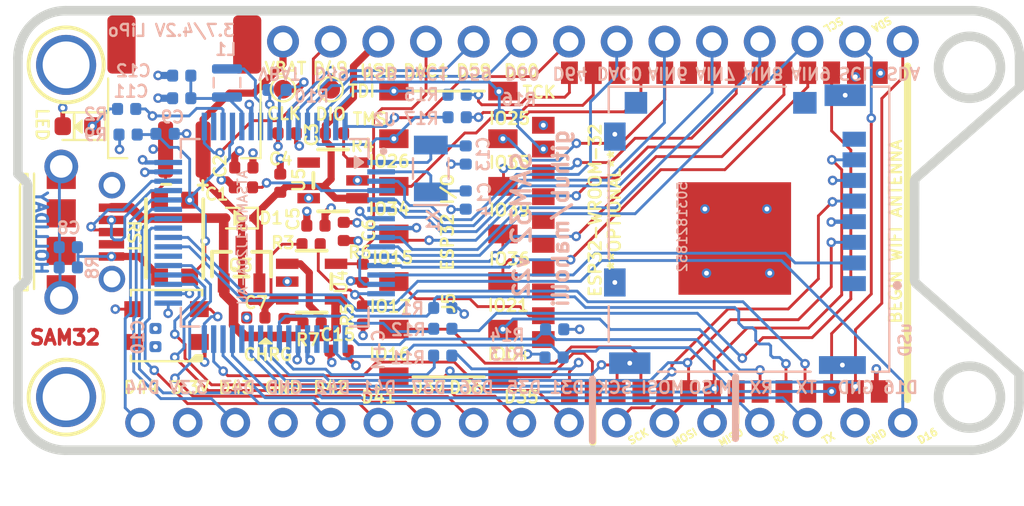
<source format=kicad_pcb>
(kicad_pcb (version 20171130) (host pcbnew "(6.0.0-rc1-dev-1614-ge850a482d)")

  (general
    (thickness 1.6)
    (drawings 126)
    (tracks 942)
    (zones 0)
    (modules 54)
    (nets 97)
  )

  (page A4)
  (layers
    (0 Top signal)
    (1 GND power hide)
    (2 PWR power hide)
    (31 Bottom signal hide)
    (32 B.Adhes user hide)
    (33 F.Adhes user hide)
    (34 B.Paste user hide)
    (35 F.Paste user hide)
    (36 B.SilkS user hide)
    (37 F.SilkS user)
    (38 B.Mask user hide)
    (39 F.Mask user hide)
    (41 Cmts.User user hide)
    (42 Eco1.User user hide)
    (43 Eco2.User user hide)
    (44 Edge.Cuts user)
    (45 Margin user hide)
    (46 B.CrtYd user hide)
    (47 F.CrtYd user hide)
    (48 B.Fab user hide)
    (49 F.Fab user hide)
  )

  (setup
    (last_trace_width 0.1524)
    (user_trace_width 0.127)
    (user_trace_width 0.1524)
    (user_trace_width 0.254)
    (user_trace_width 0.381)
    (trace_clearance 0.1524)
    (zone_clearance 0)
    (zone_45_only no)
    (trace_min 0.127)
    (via_size 0.508)
    (via_drill 0.254)
    (via_min_size 0.254)
    (via_min_drill 0.254)
    (uvia_size 0.508)
    (uvia_drill 0.254)
    (uvias_allowed no)
    (uvia_min_size 0.254)
    (uvia_min_drill 0.1)
    (edge_width 0.508)
    (segment_width 0.1778)
    (pcb_text_width 0.3)
    (pcb_text_size 1.5 1.5)
    (mod_edge_width 0.15)
    (mod_text_size 0.635 0.635)
    (mod_text_width 0.127)
    (pad_size 1.7 1.7)
    (pad_drill 1)
    (pad_to_mask_clearance 0.0508)
    (solder_mask_min_width 0.25)
    (aux_axis_origin 0 0)
    (visible_elements 7FFFEF7F)
    (pcbplotparams
      (layerselection 0x010fc_ffffffff)
      (usegerberextensions false)
      (usegerberattributes true)
      (usegerberadvancedattributes false)
      (creategerberjobfile false)
      (excludeedgelayer false)
      (linewidth 0.150000)
      (plotframeref false)
      (viasonmask false)
      (mode 1)
      (useauxorigin true)
      (hpglpennumber 1)
      (hpglpenspeed 20)
      (hpglpendiameter 15.000000)
      (psnegative false)
      (psa4output false)
      (plotreference true)
      (plotvalue true)
      (plotinvisibletext false)
      (padsonsilk false)
      (subtractmaskfromsilk false)
      (outputformat 1)
      (mirror false)
      (drillshape 0)
      (scaleselection 1)
      (outputdirectory "gerber/"))
  )

  (net 0 "")
  (net 1 /USB-)
  (net 2 /USB+)
  (net 3 "Net-(J1-Pad4)")
  (net 4 GND)
  (net 5 +3V3)
  (net 6 VBAT)
  (net 7 /~RESET)
  (net 8 /LED1)
  (net 9 /SWCLK)
  (net 10 /XTAL1)
  (net 11 /XTAL2)
  (net 12 /AREF)
  (net 13 "Net-(J3-Pad1)")
  (net 14 SD_CS)
  (net 15 MOSI)
  (net 16 SCK)
  (net 17 MISO)
  (net 18 "Net-(J3-Pad8)")
  (net 19 "Net-(J3-PadSW_T)")
  (net 20 "Net-(J3-PadDET_T)")
  (net 21 /DTR)
  (net 22 /SWDIO)
  (net 23 DAC0)
  (net 24 AIN6)
  (net 25 AIN7)
  (net 26 AIN8)
  (net 27 AIN9)
  (net 28 SCL)
  (net 29 DAC1)
  (net 30 SDA)
  (net 31 D19)
  (net 32 D20)
  (net 33 D31)
  (net 34 D35)
  (net 35 D36)
  (net 36 D37)
  (net 37 D38)
  (net 38 D41)
  (net 39 D42)
  (net 40 D43)
  (net 41 D44)
  (net 42 D49)
  (net 43 D50)
  (net 44 D59)
  (net 45 D60)
  (net 46 D64)
  (net 47 "Net-(U3-Pad17)")
  (net 48 "Net-(U3-Pad18)")
  (net 49 "Net-(U3-Pad19)")
  (net 50 "Net-(U3-Pad20)")
  (net 51 "Net-(U3-Pad21)")
  (net 52 "Net-(U3-Pad22)")
  (net 53 IO15)
  (net 54 "Net-(U3-Pad24)")
  (net 55 IO34)
  (net 56 IO35)
  (net 57 IO32)
  (net 58 IO33)
  (net 59 IO25)
  (net 60 IO26)
  (net 61 IO27)
  (net 62 IO21)
  (net 63 IO17)
  (net 64 IO16)
  (net 65 IO4)
  (net 66 "Net-(U5-Pad4)")
  (net 67 /EN)
  (net 68 IO39)
  (net 69 IO36)
  (net 70 VUSB)
  (net 71 /VBAT_MES)
  (net 72 /PROG)
  (net 73 ~)
  (net 74 "Net-(R7-Pad1)")
  (net 75 "Net-(R15-Pad2)")
  (net 76 "Net-(R16-Pad2)")
  (net 77 "Net-(R17-Pad2)")
  (net 78 "Net-(C11-Pad1)")
  (net 79 "Net-(CHRG1-Pad2)")
  (net 80 "Net-(L1-Pad2)")
  (net 81 "Net-(U2-Pad40)")
  (net 82 "Net-(D2-Pad2)")
  (net 83 "Net-(GRN1-Pad1)")
  (net 84 "Net-(R11-Pad2)")
  (net 85 "Net-(R12-Pad2)")
  (net 86 "Net-(R1-Pad2)")
  (net 87 "Net-(D2-Pad4)")
  (net 88 /~RTS)
  (net 89 /VIN)
  (net 90 "Net-(U2-Pad28)")
  (net 91 D16)
  (net 92 RX)
  (net 93 TX)
  (net 94 TCK)
  (net 95 TDI)
  (net 96 TMS)

  (net_class Default "This is the default net class."
    (clearance 0.1524)
    (trace_width 0.1524)
    (via_dia 0.508)
    (via_drill 0.254)
    (uvia_dia 0.508)
    (uvia_drill 0.254)
    (diff_pair_width 0.1524)
    (diff_pair_gap 0.1524)
    (add_net +3V3)
    (add_net /AREF)
    (add_net /DTR)
    (add_net /EN)
    (add_net /LED1)
    (add_net /PROG)
    (add_net /SWCLK)
    (add_net /SWDIO)
    (add_net /USB+)
    (add_net /USB-)
    (add_net /VBAT_MES)
    (add_net /VIN)
    (add_net /XTAL1)
    (add_net /XTAL2)
    (add_net /~RESET)
    (add_net /~RTS)
    (add_net AIN6)
    (add_net AIN7)
    (add_net AIN8)
    (add_net AIN9)
    (add_net D16)
    (add_net D19)
    (add_net D20)
    (add_net D31)
    (add_net D35)
    (add_net D36)
    (add_net D37)
    (add_net D38)
    (add_net D41)
    (add_net D42)
    (add_net D43)
    (add_net D44)
    (add_net D49)
    (add_net D50)
    (add_net D59)
    (add_net D60)
    (add_net D64)
    (add_net DAC0)
    (add_net DAC1)
    (add_net GND)
    (add_net IO15)
    (add_net IO16)
    (add_net IO17)
    (add_net IO21)
    (add_net IO25)
    (add_net IO26)
    (add_net IO27)
    (add_net IO32)
    (add_net IO33)
    (add_net IO34)
    (add_net IO35)
    (add_net IO36)
    (add_net IO39)
    (add_net IO4)
    (add_net MISO)
    (add_net MOSI)
    (add_net "Net-(C11-Pad1)")
    (add_net "Net-(CHRG1-Pad2)")
    (add_net "Net-(D2-Pad2)")
    (add_net "Net-(D2-Pad4)")
    (add_net "Net-(GRN1-Pad1)")
    (add_net "Net-(J1-Pad4)")
    (add_net "Net-(J3-Pad1)")
    (add_net "Net-(J3-Pad8)")
    (add_net "Net-(J3-PadDET_T)")
    (add_net "Net-(J3-PadSW_T)")
    (add_net "Net-(L1-Pad2)")
    (add_net "Net-(R1-Pad2)")
    (add_net "Net-(R11-Pad2)")
    (add_net "Net-(R12-Pad2)")
    (add_net "Net-(R15-Pad2)")
    (add_net "Net-(R16-Pad2)")
    (add_net "Net-(R17-Pad2)")
    (add_net "Net-(R7-Pad1)")
    (add_net "Net-(U2-Pad28)")
    (add_net "Net-(U2-Pad40)")
    (add_net "Net-(U3-Pad17)")
    (add_net "Net-(U3-Pad18)")
    (add_net "Net-(U3-Pad19)")
    (add_net "Net-(U3-Pad20)")
    (add_net "Net-(U3-Pad21)")
    (add_net "Net-(U3-Pad22)")
    (add_net "Net-(U3-Pad24)")
    (add_net "Net-(U5-Pad4)")
    (add_net RX)
    (add_net SCK)
    (add_net SCL)
    (add_net SDA)
    (add_net SD_CS)
    (add_net TCK)
    (add_net TDI)
    (add_net TMS)
    (add_net TX)
    (add_net VBAT)
    (add_net VUSB)
    (add_net ~)
  )

  (module 503182-1853:MOLEX_503182-1853 (layer Bottom) (tedit 5BD74303) (tstamp 5BD20C1F)
    (at 94.8055 99.2505 90)
    (path /5BD3CC6D)
    (attr smd)
    (fp_text reference J3 (at -6.17463 8.60672 90) (layer B.SilkS) hide
      (effects (font (size 0.635 0.635) (thickness 0.127)) (justify mirror))
    )
    (fp_text value 5031821852 (at 0.127 -3.556 90) (layer B.SilkS)
      (effects (font (size 0.508 0.508) (thickness 0.0889)) (justify mirror))
    )
    (fp_line (start -7.6 -7.475) (end -7.6 7.475) (layer Dwgs.User) (width 0.127))
    (fp_line (start -7.6 7.475) (end 7.6 7.475) (layer Dwgs.User) (width 0.127))
    (fp_line (start 7.6 7.475) (end 7.6 -7.475) (layer Dwgs.User) (width 0.127))
    (fp_line (start 7.6 -7.475) (end -7.6 -7.475) (layer Dwgs.User) (width 0.127))
    (fp_poly (pts (xy -3.65228 4.735) (xy 5.55 4.735) (xy 5.55 -3.42714) (xy -3.65228 -3.42714)) (layer Dwgs.User) (width 0))
    (fp_line (start -7.97 -7.975) (end -7.97 7.725) (layer Eco1.User) (width 0.05))
    (fp_line (start -7.97 7.725) (end 7.97 7.725) (layer Eco1.User) (width 0.05))
    (fp_line (start 7.97 7.725) (end 7.97 -7.975) (layer Eco1.User) (width 0.05))
    (fp_line (start 7.97 -7.975) (end -7.97 -7.975) (layer Eco1.User) (width 0.05))
    (fp_line (start -7.6 6.55) (end -7.6 7.475) (layer B.SilkS) (width 0.127))
    (fp_line (start -7.6 7.475) (end 7.6 7.475) (layer B.SilkS) (width 0.127))
    (fp_line (start 7.6 7.475) (end 7.6 6.55) (layer B.SilkS) (width 0.127))
    (fp_line (start 7.6 1.95) (end 7.6 -7.475) (layer B.SilkS) (width 0.127))
    (fp_line (start 7.6 -7.475) (end 6.23 -7.475) (layer B.SilkS) (width 0.127))
    (fp_line (start -7.6 3.28) (end -7.6 -4.85) (layer B.SilkS) (width 0.127))
    (fp_line (start -6 -7.475) (end -4.11 -7.475) (layer B.SilkS) (width 0.127))
    (fp_line (start -1.56 -7.475) (end 3.65 -7.475) (layer B.SilkS) (width 0.127))
    (fp_circle (center -3 7.9) (end -2.88 7.9) (layer B.SilkS) (width 0.24))
    (fp_poly (pts (xy -3.65183 4.735) (xy 5.55 4.735) (xy 5.55 -3.42672) (xy -3.65183 -3.42672)) (layer Dwgs.User) (width 0))
    (pad 1 smd rect (at -2.9 5.605) (size 1.24 0.8) (layers Bottom B.Paste B.Mask)
      (net 13 "Net-(J3-Pad1)"))
    (pad 2 smd rect (at -1.8 5.605) (size 1.24 0.8) (layers Bottom B.Paste B.Mask)
      (net 14 SD_CS))
    (pad 3 smd rect (at -0.7 5.605) (size 1.24 0.8) (layers Bottom B.Paste B.Mask)
      (net 15 MOSI))
    (pad 4 smd rect (at 0.4 5.605) (size 1.24 0.8) (layers Bottom B.Paste B.Mask)
      (net 5 +3V3))
    (pad 5 smd rect (at 1.5 5.605) (size 1.24 0.8) (layers Bottom B.Paste B.Mask)
      (net 16 SCK))
    (pad 6 smd rect (at 2.6 5.605) (size 1.24 0.8) (layers Bottom B.Paste B.Mask)
      (net 4 GND))
    (pad 7 smd rect (at 3.7 5.605) (size 1.24 0.8) (layers Bottom B.Paste B.Mask)
      (net 17 MISO))
    (pad 8 smd rect (at 4.8 5.605) (size 1.24 0.8) (layers Bottom B.Paste B.Mask)
      (net 18 "Net-(J3-Pad8)"))
    (pad SH1 smd rect (at -7.245 4.975) (size 2.5 0.95) (layers Bottom B.Paste B.Mask)
      (net 4 GND))
    (pad SH2 smd rect (at 7.145 5.125) (size 2.2 1.15) (layers Bottom B.Paste B.Mask)
      (net 4 GND))
    (pad SW_T smd rect (at 6.74 2.975) (size 1.25 1.16) (layers Bottom B.Paste B.Mask)
      (net 19 "Net-(J3-PadSW_T)"))
    (pad DET_T smd rect (at 6.74 -6.025) (size 1.2 1.16) (layers Bottom B.Paste B.Mask)
      (net 20 "Net-(J3-PadDET_T)"))
    (pad SH5 smd rect (at -7.145 -6.355) (size 2.2 1.15) (layers Bottom B.Paste B.Mask)
      (net 4 GND))
    (pad SH4 smd rect (at -2.84 -7.15 270) (size 1.5 1.15) (layers Bottom B.Paste B.Mask)
      (net 4 GND))
    (pad SH3 smd rect (at 4.94 -7.15 270) (size 1.5 1.15) (layers Bottom B.Paste B.Mask)
      (net 4 GND))
    (model ${CUSTOM_FOOTPRINT_DIR}/3d/5031821852.STEP
      (offset (xyz 0 -7.493 1.524))
      (scale (xyz 1 1 1))
      (rotate (xyz -90 0 0))
    )
  )

  (module Resistor_SMD:R_0402_1005Metric (layer Bottom) (tedit 5B301BBD) (tstamp 5C6CC16B)
    (at 84.45 104.59 180)
    (descr "Resistor SMD 0402 (1005 Metric), square (rectangular) end terminal, IPC_7351 nominal, (Body size source: http://www.tortai-tech.com/upload/download/2011102023233369053.pdf), generated with kicad-footprint-generator")
    (tags resistor)
    (path /5CC3A8E9)
    (attr smd)
    (fp_text reference R14 (at 2.535 -0.312 180) (layer B.SilkS)
      (effects (font (size 0.635 0.635) (thickness 0.127)) (justify mirror))
    )
    (fp_text value 10K (at 0 -1.17 180) (layer B.Fab)
      (effects (font (size 1 1) (thickness 0.15)) (justify mirror))
    )
    (fp_text user %R (at 0 0 180) (layer B.Fab)
      (effects (font (size 0.25 0.25) (thickness 0.04)) (justify mirror))
    )
    (fp_line (start 0.93 -0.47) (end -0.93 -0.47) (layer B.CrtYd) (width 0.05))
    (fp_line (start 0.93 0.47) (end 0.93 -0.47) (layer B.CrtYd) (width 0.05))
    (fp_line (start -0.93 0.47) (end 0.93 0.47) (layer B.CrtYd) (width 0.05))
    (fp_line (start -0.93 -0.47) (end -0.93 0.47) (layer B.CrtYd) (width 0.05))
    (fp_line (start 0.5 -0.25) (end -0.5 -0.25) (layer B.Fab) (width 0.1))
    (fp_line (start 0.5 0.25) (end 0.5 -0.25) (layer B.Fab) (width 0.1))
    (fp_line (start -0.5 0.25) (end 0.5 0.25) (layer B.Fab) (width 0.1))
    (fp_line (start -0.5 -0.25) (end -0.5 0.25) (layer B.Fab) (width 0.1))
    (pad 2 smd roundrect (at 0.485 0 180) (size 0.59 0.64) (layers Bottom B.Paste B.Mask) (roundrect_rratio 0.25)
      (net 30 SDA))
    (pad 1 smd roundrect (at -0.485 0 180) (size 0.59 0.64) (layers Bottom B.Paste B.Mask) (roundrect_rratio 0.25)
      (net 5 +3V3))
    (model ${KISYS3DMOD}/Resistor_SMD.3dshapes/R_0402_1005Metric.wrl
      (at (xyz 0 0 0))
      (scale (xyz 1 1 1))
      (rotate (xyz 0 0 0))
    )
  )

  (module Resistor_SMD:R_0402_1005Metric (layer Bottom) (tedit 5B301BBD) (tstamp 5C6CC15C)
    (at 84.42 106.09)
    (descr "Resistor SMD 0402 (1005 Metric), square (rectangular) end terminal, IPC_7351 nominal, (Body size source: http://www.tortai-tech.com/upload/download/2011102023233369053.pdf), generated with kicad-footprint-generator")
    (tags resistor)
    (path /5CBF9E86)
    (attr smd)
    (fp_text reference R13 (at -2.505 -0.172) (layer B.SilkS)
      (effects (font (size 0.635 0.635) (thickness 0.127)) (justify mirror))
    )
    (fp_text value 10K (at 0 -1.17) (layer B.Fab)
      (effects (font (size 1 1) (thickness 0.15)) (justify mirror))
    )
    (fp_text user %R (at 0 0) (layer B.Fab)
      (effects (font (size 0.25 0.25) (thickness 0.04)) (justify mirror))
    )
    (fp_line (start 0.93 -0.47) (end -0.93 -0.47) (layer B.CrtYd) (width 0.05))
    (fp_line (start 0.93 0.47) (end 0.93 -0.47) (layer B.CrtYd) (width 0.05))
    (fp_line (start -0.93 0.47) (end 0.93 0.47) (layer B.CrtYd) (width 0.05))
    (fp_line (start -0.93 -0.47) (end -0.93 0.47) (layer B.CrtYd) (width 0.05))
    (fp_line (start 0.5 -0.25) (end -0.5 -0.25) (layer B.Fab) (width 0.1))
    (fp_line (start 0.5 0.25) (end 0.5 -0.25) (layer B.Fab) (width 0.1))
    (fp_line (start -0.5 0.25) (end 0.5 0.25) (layer B.Fab) (width 0.1))
    (fp_line (start -0.5 -0.25) (end -0.5 0.25) (layer B.Fab) (width 0.1))
    (pad 2 smd roundrect (at 0.485 0) (size 0.59 0.64) (layers Bottom B.Paste B.Mask) (roundrect_rratio 0.25)
      (net 28 SCL))
    (pad 1 smd roundrect (at -0.485 0) (size 0.59 0.64) (layers Bottom B.Paste B.Mask) (roundrect_rratio 0.25)
      (net 5 +3V3))
    (model ${KISYS3DMOD}/Resistor_SMD.3dshapes/R_0402_1005Metric.wrl
      (at (xyz 0 0 0))
      (scale (xyz 1 1 1))
      (rotate (xyz 0 0 0))
    )
  )

  (module Resistor_SMD:R_0402_1005Metric (layer Top) (tedit 5B301BBD) (tstamp 5C0EF6C2)
    (at 74.2315 103.8225 270)
    (descr "Resistor SMD 0402 (1005 Metric), square (rectangular) end terminal, IPC_7351 nominal, (Body size source: http://www.tortai-tech.com/upload/download/2011102023233369053.pdf), generated with kicad-footprint-generator")
    (tags resistor)
    (path /5C08F158)
    (attr smd)
    (fp_text reference R5 (at 0 0.8255 270) (layer F.SilkS)
      (effects (font (size 0.635 0.635) (thickness 0.127)))
    )
    (fp_text value 100K (at 0 1.17 270) (layer F.Fab)
      (effects (font (size 1 1) (thickness 0.15)))
    )
    (fp_text user %R (at 0 0 270) (layer F.Fab)
      (effects (font (size 0.635 0.635) (thickness 0.127)))
    )
    (fp_line (start 0.93 0.47) (end -0.93 0.47) (layer F.CrtYd) (width 0.05))
    (fp_line (start 0.93 -0.47) (end 0.93 0.47) (layer F.CrtYd) (width 0.05))
    (fp_line (start -0.93 -0.47) (end 0.93 -0.47) (layer F.CrtYd) (width 0.05))
    (fp_line (start -0.93 0.47) (end -0.93 -0.47) (layer F.CrtYd) (width 0.05))
    (fp_line (start 0.5 0.25) (end -0.5 0.25) (layer F.Fab) (width 0.1))
    (fp_line (start 0.5 -0.25) (end 0.5 0.25) (layer F.Fab) (width 0.1))
    (fp_line (start -0.5 -0.25) (end 0.5 -0.25) (layer F.Fab) (width 0.1))
    (fp_line (start -0.5 0.25) (end -0.5 -0.25) (layer F.Fab) (width 0.1))
    (pad 2 smd roundrect (at 0.485 0 270) (size 0.59 0.64) (layers Top F.Paste F.Mask) (roundrect_rratio 0.25)
      (net 4 GND))
    (pad 1 smd roundrect (at -0.485 0 270) (size 0.59 0.64) (layers Top F.Paste F.Mask) (roundrect_rratio 0.25)
      (net 71 /VBAT_MES))
    (model ${KISYS3DMOD}/Resistor_SMD.3dshapes/R_0402_1005Metric.wrl
      (at (xyz 0 0 0))
      (scale (xyz 1 1 1))
      (rotate (xyz 0 0 0))
    )
  )

  (module Resistor_SMD:R_0402_1005Metric (layer Bottom) (tedit 5B301BBD) (tstamp 5C6C54C7)
    (at 79.255 93.28)
    (descr "Resistor SMD 0402 (1005 Metric), square (rectangular) end terminal, IPC_7351 nominal, (Body size source: http://www.tortai-tech.com/upload/download/2011102023233369053.pdf), generated with kicad-footprint-generator")
    (tags resistor)
    (path /5BD8D591)
    (attr smd)
    (fp_text reference R17 (at -1.912 0.065 -180) (layer B.SilkS)
      (effects (font (size 0.635 0.635) (thickness 0.127)) (justify mirror))
    )
    (fp_text value 0 (at 0 -1.17) (layer B.Fab)
      (effects (font (size 1 1) (thickness 0.15)) (justify mirror))
    )
    (fp_text user %R (at 0 0) (layer B.Fab)
      (effects (font (size 0.635 0.635) (thickness 0.127)) (justify mirror))
    )
    (fp_line (start 0.93 -0.47) (end -0.93 -0.47) (layer B.CrtYd) (width 0.05))
    (fp_line (start 0.93 0.47) (end 0.93 -0.47) (layer B.CrtYd) (width 0.05))
    (fp_line (start -0.93 0.47) (end 0.93 0.47) (layer B.CrtYd) (width 0.05))
    (fp_line (start -0.93 -0.47) (end -0.93 0.47) (layer B.CrtYd) (width 0.05))
    (fp_line (start 0.5 -0.25) (end -0.5 -0.25) (layer B.Fab) (width 0.1))
    (fp_line (start 0.5 0.25) (end 0.5 -0.25) (layer B.Fab) (width 0.1))
    (fp_line (start -0.5 0.25) (end 0.5 0.25) (layer B.Fab) (width 0.1))
    (fp_line (start -0.5 -0.25) (end -0.5 0.25) (layer B.Fab) (width 0.1))
    (pad 2 smd roundrect (at 0.485 0) (size 0.59 0.64) (layers Bottom B.Paste B.Mask) (roundrect_rratio 0.25)
      (net 77 "Net-(R17-Pad2)"))
    (pad 1 smd roundrect (at -0.485 0) (size 0.59 0.64) (layers Bottom B.Paste B.Mask) (roundrect_rratio 0.25)
      (net 96 TMS))
    (model ${KISYS3DMOD}/Resistor_SMD.3dshapes/R_0402_1005Metric.wrl
      (at (xyz 0 0 0))
      (scale (xyz 1 1 1))
      (rotate (xyz 0 0 0))
    )
  )

  (module Resistor_SMD:R_0402_1005Metric (layer Bottom) (tedit 5B301BBD) (tstamp 5C48D88A)
    (at 81.985 93.16)
    (descr "Resistor SMD 0402 (1005 Metric), square (rectangular) end terminal, IPC_7351 nominal, (Body size source: http://www.tortai-tech.com/upload/download/2011102023233369053.pdf), generated with kicad-footprint-generator")
    (tags resistor)
    (path /5BD8D58A)
    (attr smd)
    (fp_text reference R16 (at 0.565 -0.831) (layer B.SilkS)
      (effects (font (size 0.635 0.635) (thickness 0.127)) (justify mirror))
    )
    (fp_text value 0 (at 0 -1.17) (layer B.Fab)
      (effects (font (size 1 1) (thickness 0.15)) (justify mirror))
    )
    (fp_text user %R (at 0 0) (layer B.Fab)
      (effects (font (size 0.635 0.635) (thickness 0.127)) (justify mirror))
    )
    (fp_line (start 0.93 -0.47) (end -0.93 -0.47) (layer B.CrtYd) (width 0.05))
    (fp_line (start 0.93 0.47) (end 0.93 -0.47) (layer B.CrtYd) (width 0.05))
    (fp_line (start -0.93 0.47) (end 0.93 0.47) (layer B.CrtYd) (width 0.05))
    (fp_line (start -0.93 -0.47) (end -0.93 0.47) (layer B.CrtYd) (width 0.05))
    (fp_line (start 0.5 -0.25) (end -0.5 -0.25) (layer B.Fab) (width 0.1))
    (fp_line (start 0.5 0.25) (end 0.5 -0.25) (layer B.Fab) (width 0.1))
    (fp_line (start -0.5 0.25) (end 0.5 0.25) (layer B.Fab) (width 0.1))
    (fp_line (start -0.5 -0.25) (end -0.5 0.25) (layer B.Fab) (width 0.1))
    (pad 2 smd roundrect (at 0.485 0) (size 0.59 0.64) (layers Bottom B.Paste B.Mask) (roundrect_rratio 0.25)
      (net 76 "Net-(R16-Pad2)"))
    (pad 1 smd roundrect (at -0.485 0) (size 0.59 0.64) (layers Bottom B.Paste B.Mask) (roundrect_rratio 0.25)
      (net 94 TCK))
    (model ${KISYS3DMOD}/Resistor_SMD.3dshapes/R_0402_1005Metric.wrl
      (at (xyz 0 0 0))
      (scale (xyz 1 1 1))
      (rotate (xyz 0 0 0))
    )
  )

  (module Resistor_SMD:R_0402_1005Metric (layer Bottom) (tedit 5B301BBD) (tstamp 5C6C4427)
    (at 79.2515 92.08)
    (descr "Resistor SMD 0402 (1005 Metric), square (rectangular) end terminal, IPC_7351 nominal, (Body size source: http://www.tortai-tech.com/upload/download/2011102023233369053.pdf), generated with kicad-footprint-generator")
    (tags resistor)
    (path /5BD8D583)
    (attr smd)
    (fp_text reference R15 (at -1.9085 -0.005) (layer B.SilkS)
      (effects (font (size 0.635 0.635) (thickness 0.127)) (justify mirror))
    )
    (fp_text value 0 (at 0 -1.17) (layer B.Fab)
      (effects (font (size 1 1) (thickness 0.15)) (justify mirror))
    )
    (fp_text user %R (at 0 0) (layer B.Fab)
      (effects (font (size 0.635 0.635) (thickness 0.127)) (justify mirror))
    )
    (fp_line (start 0.93 -0.47) (end -0.93 -0.47) (layer B.CrtYd) (width 0.05))
    (fp_line (start 0.93 0.47) (end 0.93 -0.47) (layer B.CrtYd) (width 0.05))
    (fp_line (start -0.93 0.47) (end 0.93 0.47) (layer B.CrtYd) (width 0.05))
    (fp_line (start -0.93 -0.47) (end -0.93 0.47) (layer B.CrtYd) (width 0.05))
    (fp_line (start 0.5 -0.25) (end -0.5 -0.25) (layer B.Fab) (width 0.1))
    (fp_line (start 0.5 0.25) (end 0.5 -0.25) (layer B.Fab) (width 0.1))
    (fp_line (start -0.5 0.25) (end 0.5 0.25) (layer B.Fab) (width 0.1))
    (fp_line (start -0.5 -0.25) (end -0.5 0.25) (layer B.Fab) (width 0.1))
    (pad 2 smd roundrect (at 0.485 0) (size 0.59 0.64) (layers Bottom B.Paste B.Mask) (roundrect_rratio 0.25)
      (net 75 "Net-(R15-Pad2)"))
    (pad 1 smd roundrect (at -0.485 0) (size 0.59 0.64) (layers Bottom B.Paste B.Mask) (roundrect_rratio 0.25)
      (net 95 TDI))
    (model ${KISYS3DMOD}/Resistor_SMD.3dshapes/R_0402_1005Metric.wrl
      (at (xyz 0 0 0))
      (scale (xyz 1 1 1))
      (rotate (xyz 0 0 0))
    )
  )

  (module Resistor_SMD:R_0402_1005Metric (layer Bottom) (tedit 5B301BBD) (tstamp 5C6FDC3A)
    (at 78.49 104.56)
    (descr "Resistor SMD 0402 (1005 Metric), square (rectangular) end terminal, IPC_7351 nominal, (Body size source: http://www.tortai-tech.com/upload/download/2011102023233369053.pdf), generated with kicad-footprint-generator")
    (tags resistor)
    (path /5BE54BE6)
    (attr smd)
    (fp_text reference R12 (at -1.83896 0.05166) (layer B.SilkS)
      (effects (font (size 0.635 0.635) (thickness 0.127)) (justify mirror))
    )
    (fp_text value 10K (at 0 -1.17) (layer B.Fab)
      (effects (font (size 1 1) (thickness 0.15)) (justify mirror))
    )
    (fp_text user %R (at 0 0) (layer B.Fab)
      (effects (font (size 0.635 0.635) (thickness 0.127)) (justify mirror))
    )
    (fp_line (start 0.93 -0.47) (end -0.93 -0.47) (layer B.CrtYd) (width 0.05))
    (fp_line (start 0.93 0.47) (end 0.93 -0.47) (layer B.CrtYd) (width 0.05))
    (fp_line (start -0.93 0.47) (end 0.93 0.47) (layer B.CrtYd) (width 0.05))
    (fp_line (start -0.93 -0.47) (end -0.93 0.47) (layer B.CrtYd) (width 0.05))
    (fp_line (start 0.5 -0.25) (end -0.5 -0.25) (layer B.Fab) (width 0.1))
    (fp_line (start 0.5 0.25) (end 0.5 -0.25) (layer B.Fab) (width 0.1))
    (fp_line (start -0.5 0.25) (end 0.5 0.25) (layer B.Fab) (width 0.1))
    (fp_line (start -0.5 -0.25) (end -0.5 0.25) (layer B.Fab) (width 0.1))
    (pad 2 smd roundrect (at 0.485 0) (size 0.59 0.64) (layers Bottom B.Paste B.Mask) (roundrect_rratio 0.25)
      (net 85 "Net-(R12-Pad2)"))
    (pad 1 smd roundrect (at -0.485 0) (size 0.59 0.64) (layers Bottom B.Paste B.Mask) (roundrect_rratio 0.25)
      (net 21 /DTR))
    (model ${KISYS3DMOD}/Resistor_SMD.3dshapes/R_0402_1005Metric.wrl
      (at (xyz 0 0 0))
      (scale (xyz 1 1 1))
      (rotate (xyz 0 0 0))
    )
  )

  (module Resistor_SMD:R_0402_1005Metric (layer Bottom) (tedit 5B301BBD) (tstamp 5C6FDC10)
    (at 78.486 105.99)
    (descr "Resistor SMD 0402 (1005 Metric), square (rectangular) end terminal, IPC_7351 nominal, (Body size source: http://www.tortai-tech.com/upload/download/2011102023233369053.pdf), generated with kicad-footprint-generator")
    (tags resistor)
    (path /5BE54B27)
    (attr smd)
    (fp_text reference R11 (at -1.86182 0.11684) (layer B.SilkS)
      (effects (font (size 0.635 0.635) (thickness 0.127)) (justify mirror))
    )
    (fp_text value 10K (at 0 -1.17) (layer B.Fab)
      (effects (font (size 1 1) (thickness 0.15)) (justify mirror))
    )
    (fp_text user %R (at 0 0) (layer B.Fab)
      (effects (font (size 0.635 0.635) (thickness 0.127)) (justify mirror))
    )
    (fp_line (start 0.93 -0.47) (end -0.93 -0.47) (layer B.CrtYd) (width 0.05))
    (fp_line (start 0.93 0.47) (end 0.93 -0.47) (layer B.CrtYd) (width 0.05))
    (fp_line (start -0.93 0.47) (end 0.93 0.47) (layer B.CrtYd) (width 0.05))
    (fp_line (start -0.93 -0.47) (end -0.93 0.47) (layer B.CrtYd) (width 0.05))
    (fp_line (start 0.5 -0.25) (end -0.5 -0.25) (layer B.Fab) (width 0.1))
    (fp_line (start 0.5 0.25) (end 0.5 -0.25) (layer B.Fab) (width 0.1))
    (fp_line (start -0.5 0.25) (end 0.5 0.25) (layer B.Fab) (width 0.1))
    (fp_line (start -0.5 -0.25) (end -0.5 0.25) (layer B.Fab) (width 0.1))
    (pad 2 smd roundrect (at 0.485 0) (size 0.59 0.64) (layers Bottom B.Paste B.Mask) (roundrect_rratio 0.25)
      (net 84 "Net-(R11-Pad2)"))
    (pad 1 smd roundrect (at -0.485 0) (size 0.59 0.64) (layers Bottom B.Paste B.Mask) (roundrect_rratio 0.25)
      (net 88 /~RTS))
    (model ${KISYS3DMOD}/Resistor_SMD.3dshapes/R_0402_1005Metric.wrl
      (at (xyz 0 0 0))
      (scale (xyz 1 1 1))
      (rotate (xyz 0 0 0))
    )
  )

  (module Resistor_SMD:R_0402_1005Metric (layer Bottom) (tedit 5B301BBD) (tstamp 5C0E71DE)
    (at 69.6595 91.821)
    (descr "Resistor SMD 0402 (1005 Metric), square (rectangular) end terminal, IPC_7351 nominal, (Body size source: http://www.tortai-tech.com/upload/download/2011102023233369053.pdf), generated with kicad-footprint-generator")
    (tags resistor)
    (path /5C02CA8D)
    (attr smd)
    (fp_text reference R10 (at 1.84404 0.33528) (layer B.SilkS)
      (effects (font (size 0.635 0.635) (thickness 0.127)) (justify mirror))
    )
    (fp_text value 10K (at 0 -1.17) (layer B.Fab)
      (effects (font (size 1 1) (thickness 0.15)) (justify mirror))
    )
    (fp_text user %R (at 0 0) (layer B.Fab)
      (effects (font (size 0.635 0.635) (thickness 0.127)) (justify mirror))
    )
    (fp_line (start 0.93 -0.47) (end -0.93 -0.47) (layer B.CrtYd) (width 0.05))
    (fp_line (start 0.93 0.47) (end 0.93 -0.47) (layer B.CrtYd) (width 0.05))
    (fp_line (start -0.93 0.47) (end 0.93 0.47) (layer B.CrtYd) (width 0.05))
    (fp_line (start -0.93 -0.47) (end -0.93 0.47) (layer B.CrtYd) (width 0.05))
    (fp_line (start 0.5 -0.25) (end -0.5 -0.25) (layer B.Fab) (width 0.1))
    (fp_line (start 0.5 0.25) (end 0.5 -0.25) (layer B.Fab) (width 0.1))
    (fp_line (start -0.5 0.25) (end 0.5 0.25) (layer B.Fab) (width 0.1))
    (fp_line (start -0.5 -0.25) (end -0.5 0.25) (layer B.Fab) (width 0.1))
    (pad 2 smd roundrect (at 0.485 0) (size 0.59 0.64) (layers Bottom B.Paste B.Mask) (roundrect_rratio 0.25)
      (net 9 /SWCLK))
    (pad 1 smd roundrect (at -0.485 0) (size 0.59 0.64) (layers Bottom B.Paste B.Mask) (roundrect_rratio 0.25)
      (net 5 +3V3))
    (model ${KISYS3DMOD}/Resistor_SMD.3dshapes/R_0402_1005Metric.wrl
      (at (xyz 0 0 0))
      (scale (xyz 1 1 1))
      (rotate (xyz 0 0 0))
    )
  )

  (module Resistor_SMD:R_0402_1005Metric (layer Bottom) (tedit 5B301BBD) (tstamp 5C6B58F2)
    (at 61.722 94.20352)
    (descr "Resistor SMD 0402 (1005 Metric), square (rectangular) end terminal, IPC_7351 nominal, (Body size source: http://www.tortai-tech.com/upload/download/2011102023233369053.pdf), generated with kicad-footprint-generator")
    (tags resistor)
    (path /5C06E313)
    (attr smd)
    (fp_text reference R9 (at -1.73228 0.00762) (layer B.SilkS)
      (effects (font (size 0.635 0.635) (thickness 0.127)) (justify mirror))
    )
    (fp_text value 10K (at 0 -1.17) (layer B.Fab)
      (effects (font (size 1 1) (thickness 0.15)) (justify mirror))
    )
    (fp_text user %R (at 0 0) (layer B.Fab)
      (effects (font (size 0.635 0.635) (thickness 0.127)) (justify mirror))
    )
    (fp_line (start 0.93 -0.47) (end -0.93 -0.47) (layer B.CrtYd) (width 0.05))
    (fp_line (start 0.93 0.47) (end 0.93 -0.47) (layer B.CrtYd) (width 0.05))
    (fp_line (start -0.93 0.47) (end 0.93 0.47) (layer B.CrtYd) (width 0.05))
    (fp_line (start -0.93 -0.47) (end -0.93 0.47) (layer B.CrtYd) (width 0.05))
    (fp_line (start 0.5 -0.25) (end -0.5 -0.25) (layer B.Fab) (width 0.1))
    (fp_line (start 0.5 0.25) (end 0.5 -0.25) (layer B.Fab) (width 0.1))
    (fp_line (start -0.5 0.25) (end 0.5 0.25) (layer B.Fab) (width 0.1))
    (fp_line (start -0.5 -0.25) (end -0.5 0.25) (layer B.Fab) (width 0.1))
    (pad 2 smd roundrect (at 0.485 0) (size 0.59 0.64) (layers Bottom B.Paste B.Mask) (roundrect_rratio 0.25)
      (net 7 /~RESET))
    (pad 1 smd roundrect (at -0.485 0) (size 0.59 0.64) (layers Bottom B.Paste B.Mask) (roundrect_rratio 0.25)
      (net 5 +3V3))
    (model ${KISYS3DMOD}/Resistor_SMD.3dshapes/R_0402_1005Metric.wrl
      (at (xyz 0 0 0))
      (scale (xyz 1 1 1))
      (rotate (xyz 0 0 0))
    )
  )

  (module Resistor_SMD:R_0402_1005Metric (layer Bottom) (tedit 5B301BBD) (tstamp 5BF1F6C4)
    (at 58.537 101.289)
    (descr "Resistor SMD 0402 (1005 Metric), square (rectangular) end terminal, IPC_7351 nominal, (Body size source: http://www.tortai-tech.com/upload/download/2011102023233369053.pdf), generated with kicad-footprint-generator")
    (tags resistor)
    (path /5C6BD422)
    (attr smd)
    (fp_text reference R8 (at 1.27746 0.0062 90) (layer B.SilkS)
      (effects (font (size 0.635 0.635) (thickness 0.127)) (justify mirror))
    )
    (fp_text value 1M (at 0 -1.17) (layer B.Fab)
      (effects (font (size 1 1) (thickness 0.15)) (justify mirror))
    )
    (fp_text user %R (at 0 0) (layer B.Fab)
      (effects (font (size 0.635 0.635) (thickness 0.127)) (justify mirror))
    )
    (fp_line (start 0.93 -0.47) (end -0.93 -0.47) (layer B.CrtYd) (width 0.05))
    (fp_line (start 0.93 0.47) (end 0.93 -0.47) (layer B.CrtYd) (width 0.05))
    (fp_line (start -0.93 0.47) (end 0.93 0.47) (layer B.CrtYd) (width 0.05))
    (fp_line (start -0.93 -0.47) (end -0.93 0.47) (layer B.CrtYd) (width 0.05))
    (fp_line (start 0.5 -0.25) (end -0.5 -0.25) (layer B.Fab) (width 0.1))
    (fp_line (start 0.5 0.25) (end 0.5 -0.25) (layer B.Fab) (width 0.1))
    (fp_line (start -0.5 0.25) (end 0.5 0.25) (layer B.Fab) (width 0.1))
    (fp_line (start -0.5 -0.25) (end -0.5 0.25) (layer B.Fab) (width 0.1))
    (pad 2 smd roundrect (at 0.485 0) (size 0.59 0.64) (layers Bottom B.Paste B.Mask) (roundrect_rratio 0.25)
      (net 4 GND))
    (pad 1 smd roundrect (at -0.485 0) (size 0.59 0.64) (layers Bottom B.Paste B.Mask) (roundrect_rratio 0.25)
      (net 73 ~))
    (model ${KISYS3DMOD}/Resistor_SMD.3dshapes/R_0402_1005Metric.wrl
      (at (xyz 0 0 0))
      (scale (xyz 1 1 1))
      (rotate (xyz 0 0 0))
    )
  )

  (module Resistor_SMD:R_0402_1005Metric (layer Top) (tedit 5B301BBD) (tstamp 5C0CFDB1)
    (at 71.5264 104.267 180)
    (descr "Resistor SMD 0402 (1005 Metric), square (rectangular) end terminal, IPC_7351 nominal, (Body size source: http://www.tortai-tech.com/upload/download/2011102023233369053.pdf), generated with kicad-footprint-generator")
    (tags resistor)
    (path /5C02CBCA)
    (attr smd)
    (fp_text reference R7 (at 0.2286 -0.88646 180) (layer F.SilkS)
      (effects (font (size 0.635 0.635) (thickness 0.127)))
    )
    (fp_text value 1K (at 0 1.17 180) (layer F.Fab)
      (effects (font (size 1 1) (thickness 0.15)))
    )
    (fp_text user %R (at 0 0 180) (layer F.Fab)
      (effects (font (size 0.635 0.635) (thickness 0.127)))
    )
    (fp_line (start 0.93 0.47) (end -0.93 0.47) (layer F.CrtYd) (width 0.05))
    (fp_line (start 0.93 -0.47) (end 0.93 0.47) (layer F.CrtYd) (width 0.05))
    (fp_line (start -0.93 -0.47) (end 0.93 -0.47) (layer F.CrtYd) (width 0.05))
    (fp_line (start -0.93 0.47) (end -0.93 -0.47) (layer F.CrtYd) (width 0.05))
    (fp_line (start 0.5 0.25) (end -0.5 0.25) (layer F.Fab) (width 0.1))
    (fp_line (start 0.5 -0.25) (end 0.5 0.25) (layer F.Fab) (width 0.1))
    (fp_line (start -0.5 -0.25) (end 0.5 -0.25) (layer F.Fab) (width 0.1))
    (fp_line (start -0.5 0.25) (end -0.5 -0.25) (layer F.Fab) (width 0.1))
    (pad 2 smd roundrect (at 0.485 0 180) (size 0.59 0.64) (layers Top F.Paste F.Mask) (roundrect_rratio 0.25)
      (net 79 "Net-(CHRG1-Pad2)"))
    (pad 1 smd roundrect (at -0.485 0 180) (size 0.59 0.64) (layers Top F.Paste F.Mask) (roundrect_rratio 0.25)
      (net 74 "Net-(R7-Pad1)"))
    (model ${KISYS3DMOD}/Resistor_SMD.3dshapes/R_0402_1005Metric.wrl
      (at (xyz 0 0 0))
      (scale (xyz 1 1 1))
      (rotate (xyz 0 0 0))
    )
  )

  (module Resistor_SMD:R_0402_1005Metric (layer Top) (tedit 5B301BBD) (tstamp 5C485A9E)
    (at 74.2315 101.6 270)
    (descr "Resistor SMD 0402 (1005 Metric), square (rectangular) end terminal, IPC_7351 nominal, (Body size source: http://www.tortai-tech.com/upload/download/2011102023233369053.pdf), generated with kicad-footprint-generator")
    (tags resistor)
    (path /5C042846)
    (attr smd)
    (fp_text reference R6 (at -1.11506 0.15748 180) (layer F.SilkS)
      (effects (font (size 0.635 0.635) (thickness 0.127)))
    )
    (fp_text value 10K (at 0 1.17 270) (layer F.Fab)
      (effects (font (size 1 1) (thickness 0.15)))
    )
    (fp_text user %R (at 0 0 270) (layer F.Fab)
      (effects (font (size 0.635 0.635) (thickness 0.127)))
    )
    (fp_line (start 0.93 0.47) (end -0.93 0.47) (layer F.CrtYd) (width 0.05))
    (fp_line (start 0.93 -0.47) (end 0.93 0.47) (layer F.CrtYd) (width 0.05))
    (fp_line (start -0.93 -0.47) (end 0.93 -0.47) (layer F.CrtYd) (width 0.05))
    (fp_line (start -0.93 0.47) (end -0.93 -0.47) (layer F.CrtYd) (width 0.05))
    (fp_line (start 0.5 0.25) (end -0.5 0.25) (layer F.Fab) (width 0.1))
    (fp_line (start 0.5 -0.25) (end 0.5 0.25) (layer F.Fab) (width 0.1))
    (fp_line (start -0.5 -0.25) (end 0.5 -0.25) (layer F.Fab) (width 0.1))
    (fp_line (start -0.5 0.25) (end -0.5 -0.25) (layer F.Fab) (width 0.1))
    (pad 2 smd roundrect (at 0.485 0 270) (size 0.59 0.64) (layers Top F.Paste F.Mask) (roundrect_rratio 0.25)
      (net 4 GND))
    (pad 1 smd roundrect (at -0.485 0 270) (size 0.59 0.64) (layers Top F.Paste F.Mask) (roundrect_rratio 0.25)
      (net 72 /PROG))
    (model ${KISYS3DMOD}/Resistor_SMD.3dshapes/R_0402_1005Metric.wrl
      (at (xyz 0 0 0))
      (scale (xyz 1 1 1))
      (rotate (xyz 0 0 0))
    )
  )

  (module Resistor_SMD:R_0402_1005Metric (layer Bottom) (tedit 5B301BBD) (tstamp 5C4734BD)
    (at 78.49 103.45 180)
    (descr "Resistor SMD 0402 (1005 Metric), square (rectangular) end terminal, IPC_7351 nominal, (Body size source: http://www.tortai-tech.com/upload/download/2011102023233369053.pdf), generated with kicad-footprint-generator")
    (tags resistor)
    (path /5C4971ED)
    (attr smd)
    (fp_text reference R1 (at 1.62706 -0.03214 180) (layer B.SilkS)
      (effects (font (size 0.635 0.635) (thickness 0.127)) (justify mirror))
    )
    (fp_text value 10K (at 0 -1.17 180) (layer B.Fab)
      (effects (font (size 1 1) (thickness 0.15)) (justify mirror))
    )
    (fp_text user %R (at 0 0 180) (layer B.Fab)
      (effects (font (size 0.635 0.635) (thickness 0.127)) (justify mirror))
    )
    (fp_line (start 0.93 -0.47) (end -0.93 -0.47) (layer B.CrtYd) (width 0.05))
    (fp_line (start 0.93 0.47) (end 0.93 -0.47) (layer B.CrtYd) (width 0.05))
    (fp_line (start -0.93 0.47) (end 0.93 0.47) (layer B.CrtYd) (width 0.05))
    (fp_line (start -0.93 -0.47) (end -0.93 0.47) (layer B.CrtYd) (width 0.05))
    (fp_line (start 0.5 -0.25) (end -0.5 -0.25) (layer B.Fab) (width 0.1))
    (fp_line (start 0.5 0.25) (end 0.5 -0.25) (layer B.Fab) (width 0.1))
    (fp_line (start -0.5 0.25) (end 0.5 0.25) (layer B.Fab) (width 0.1))
    (fp_line (start -0.5 -0.25) (end -0.5 0.25) (layer B.Fab) (width 0.1))
    (pad 2 smd roundrect (at 0.485 0 180) (size 0.59 0.64) (layers Bottom B.Paste B.Mask) (roundrect_rratio 0.25)
      (net 86 "Net-(R1-Pad2)"))
    (pad 1 smd roundrect (at -0.485 0 180) (size 0.59 0.64) (layers Bottom B.Paste B.Mask) (roundrect_rratio 0.25)
      (net 5 +3V3))
    (model ${KISYS3DMOD}/Resistor_SMD.3dshapes/R_0402_1005Metric.wrl
      (at (xyz 0 0 0))
      (scale (xyz 1 1 1))
      (rotate (xyz 0 0 0))
    )
  )

  (module Diode_SMD:D_SC-80 (layer Top) (tedit 58A3074E) (tstamp 5C47BA17)
    (at 67.64 98.66 180)
    (descr "JEITA SC-80")
    (tags SC-80)
    (path /5C48F23F)
    (attr smd)
    (fp_text reference D1 (at -1.702 0.0064 180) (layer F.SilkS)
      (effects (font (size 0.635 0.635) (thickness 0.127)))
    )
    (fp_text value MBR120 (at 0 1.5 180) (layer F.Fab)
      (effects (font (size 1 1) (thickness 0.15)))
    )
    (fp_text user %R (at 0 -1.4 180) (layer F.Fab)
      (effects (font (size 0.635 0.635) (thickness 0.127)))
    )
    (fp_line (start -1.15 0.65) (end -1.15 0.7) (layer F.CrtYd) (width 0.05))
    (fp_line (start -1.15 0.7) (end -1.1 0.7) (layer F.CrtYd) (width 0.05))
    (fp_line (start 1.1 -0.7) (end 1.15 -0.7) (layer F.CrtYd) (width 0.05))
    (fp_line (start 1.15 -0.7) (end 1.15 -0.65) (layer F.CrtYd) (width 0.05))
    (fp_line (start -1.15 -0.7) (end 1.1 -0.7) (layer F.CrtYd) (width 0.05))
    (fp_line (start 1.15 -0.65) (end 1.15 0.7) (layer F.CrtYd) (width 0.05))
    (fp_line (start 1.15 0.7) (end -1.1 0.7) (layer F.CrtYd) (width 0.05))
    (fp_line (start -1.15 0.65) (end -1.15 -0.7) (layer F.CrtYd) (width 0.05))
    (fp_line (start 0.7 -0.55) (end -1 -0.55) (layer F.SilkS) (width 0.12))
    (fp_line (start -1 -0.55) (end -1 0.55) (layer F.SilkS) (width 0.12))
    (fp_line (start -1 0.55) (end 0.7 0.55) (layer F.SilkS) (width 0.12))
    (fp_line (start 0.2 0) (end 0.45 0) (layer F.Fab) (width 0.1))
    (fp_line (start -0.2 -0.275) (end -0.2 0.275) (layer F.Fab) (width 0.1))
    (fp_line (start 0.2 -0.225) (end 0.2 0.225) (layer F.Fab) (width 0.1))
    (fp_line (start 0.2 0.225) (end -0.2 0) (layer F.Fab) (width 0.1))
    (fp_line (start -0.2 0) (end -0.475 0) (layer F.Fab) (width 0.1))
    (fp_line (start -0.2 0) (end 0.2 -0.225) (layer F.Fab) (width 0.1))
    (fp_line (start -0.65 -0.4) (end 0.65 -0.4) (layer F.Fab) (width 0.1))
    (fp_line (start 0.65 -0.4) (end 0.65 0.4) (layer F.Fab) (width 0.1))
    (fp_line (start 0.65 0.4) (end -0.65 0.4) (layer F.Fab) (width 0.1))
    (fp_line (start -0.65 0.4) (end -0.65 -0.4) (layer F.Fab) (width 0.1))
    (pad 1 smd rect (at -0.725 0 180) (size 0.35 0.35) (layers Top F.Paste F.Mask)
      (net 89 /VIN))
    (pad 2 smd rect (at 0.725 0 180) (size 0.35 0.35) (layers Top F.Paste F.Mask)
      (net 70 VUSB))
    (model ${KISYS3DMOD}/Diode_SMD.3dshapes/D_SC-80.wrl
      (at (xyz 0 0 0))
      (scale (xyz 1 1 1))
      (rotate (xyz 0 0 0))
    )
  )

  (module custom-footprints:LED3535 (layer Top) (tedit 5C46A6B7) (tstamp 5C46C993)
    (at 63.77 104.39)
    (path /5C0F5F1A)
    (attr smd)
    (fp_text reference D2 (at -4.04 -0.87 -210) (layer F.SilkS) hide
      (effects (font (size 0.635 0.635) (thickness 0.127)) (justify left bottom))
    )
    (fp_text value WS2812B (at -1.778 2.54 -210) (layer F.Fab)
      (effects (font (size 0.77216 0.77216) (thickness 0.077216)) (justify left bottom))
    )
    (fp_poly (pts (xy 1.905 1.905) (xy 1.905 1.524) (xy 1.524 1.524) (xy 1.143 1.905)) (layer F.SilkS) (width 0))
    (fp_line (start 1.9 1.9) (end 1.9 1.6) (layer F.SilkS) (width 0.127))
    (fp_line (start -1.9 1.9) (end 1.9 1.9) (layer F.SilkS) (width 0.127))
    (fp_line (start -1.9 1.6) (end -1.9 1.9) (layer F.SilkS) (width 0.127))
    (fp_line (start 1.9 -1.9) (end 1.9 -1.6) (layer F.SilkS) (width 0.127))
    (fp_line (start -1.9 -1.9) (end 1.9 -1.9) (layer F.SilkS) (width 0.127))
    (fp_line (start -1.9 -1.6) (end -1.9 -1.9) (layer F.SilkS) (width 0.127))
    (fp_circle (center 0 0) (end 1.4 0) (layer F.Fab) (width 0.127))
    (fp_line (start -1.75 1.749999) (end -1.749999 -1.75) (layer F.Fab) (width 0.127))
    (fp_line (start 1.749999 1.75) (end -1.75 1.749999) (layer F.Fab) (width 0.127))
    (fp_line (start 1.75 -1.749999) (end 1.749999 1.75) (layer F.Fab) (width 0.127))
    (fp_line (start -1.749999 -1.75) (end 1.75 -1.749999) (layer F.Fab) (width 0.127))
    (pad 3 smd rect (at 1.749999 0.875 90) (size 0.85 1) (layers Top F.Paste F.Mask)
      (net 4 GND) (solder_mask_margin 0.0508))
    (pad 2 smd rect (at -1.75 0.875 90) (size 0.85 1) (layers Top F.Paste F.Mask)
      (net 82 "Net-(D2-Pad2)") (solder_mask_margin 0.0508))
    (pad 4 smd rect (at 1.75 -0.875 90) (size 0.85 1) (layers Top F.Paste F.Mask)
      (net 87 "Net-(D2-Pad4)") (solder_mask_margin 0.0508))
    (pad 1 smd rect (at -1.749999 -0.875 90) (size 0.85 1) (layers Top F.Paste F.Mask)
      (net 5 +3V3) (solder_mask_margin 0.0508))
    (model "${CUSTOM_FOOTPRINT_DIR}/3d/SMD WS2812B Mini.step"
      (offset (xyz 0 0 1.8796))
      (scale (xyz 1 1 1))
      (rotate (xyz -90 0 -90))
    )
  )

  (module Connector_JST:JST_PH_S2B-PH-SM4-TB_1x02-1MP_P2.00mm_Horizontal (layer Top) (tedit 5C27FA59) (tstamp 5C6B5783)
    (at 64.7192 92.1512 180)
    (descr "JST PH series connector, S2B-PH-SM4-TB (http://www.jst-mfg.com/product/pdf/eng/ePH.pdf), generated with kicad-footprint-generator")
    (tags "connector JST PH top entry")
    (path /5BE0D3BF)
    (attr smd)
    (fp_text reference J4 (at 0 -5.8 180) (layer F.SilkS) hide
      (effects (font (size 0.635 0.635) (thickness 0.127)))
    )
    (fp_text value B2B-PH-SM4-TB (at 0 5.8 180) (layer F.Fab)
      (effects (font (size 1 1) (thickness 0.15)))
    )
    (fp_text user %R (at 0 1.5 180) (layer F.Fab)
      (effects (font (size 0.635 0.635) (thickness 0.127)))
    )
    (fp_line (start -1 -0.892893) (end -0.5 -1.6) (layer F.Fab) (width 0.1))
    (fp_line (start -1.5 -1.6) (end -1 -0.892893) (layer F.Fab) (width 0.1))
    (fp_line (start 4.6 -5.1) (end -4.6 -5.1) (layer F.CrtYd) (width 0.05))
    (fp_line (start 4.6 5.1) (end 4.6 -5.1) (layer F.CrtYd) (width 0.05))
    (fp_line (start -4.6 5.1) (end 4.6 5.1) (layer F.CrtYd) (width 0.05))
    (fp_line (start -4.6 -5.1) (end -4.6 5.1) (layer F.CrtYd) (width 0.05))
    (fp_line (start 3.95 -3.2) (end 3.95 4.4) (layer F.Fab) (width 0.1))
    (fp_line (start -3.95 -3.2) (end -3.95 4.4) (layer F.Fab) (width 0.1))
    (fp_line (start -3.95 4.4) (end 3.95 4.4) (layer F.Fab) (width 0.1))
    (fp_line (start -2.34 4.51) (end 2.34 4.51) (layer F.SilkS) (width 0.12))
    (fp_line (start 4.06 -3.31) (end 3.04 -3.31) (layer F.SilkS) (width 0.12))
    (fp_line (start 4.06 0.94) (end 4.06 -3.31) (layer F.SilkS) (width 0.12))
    (fp_line (start -4.06 -3.31) (end -3.04 -3.31) (layer F.SilkS) (width 0.12))
    (fp_line (start -4.06 0.94) (end -4.06 -3.31) (layer F.SilkS) (width 0.12))
    (fp_line (start 3.15 -3.2) (end 3.95 -3.2) (layer F.Fab) (width 0.1))
    (fp_line (start 3.15 -1.6) (end 3.15 -3.2) (layer F.Fab) (width 0.1))
    (fp_line (start -3.15 -1.6) (end 3.15 -1.6) (layer F.Fab) (width 0.1))
    (fp_line (start -3.15 -3.2) (end -3.15 -1.6) (layer F.Fab) (width 0.1))
    (fp_line (start -3.95 -3.2) (end -3.15 -3.2) (layer F.Fab) (width 0.1))
    (pad MP smd roundrect (at 3.35 2.75 180) (size 1.5 3.1) (layers Top F.Paste F.Mask) (roundrect_rratio 0.167))
    (pad MP smd roundrect (at -3.35 2.75 180) (size 1.5 3.1) (layers Top F.Paste F.Mask) (roundrect_rratio 0.167))
    (pad 2 smd roundrect (at 1 -2.85 180) (size 0.8 3) (layers Top F.Paste F.Mask) (roundrect_rratio 0.25)
      (net 4 GND))
    (pad 1 smd roundrect (at -1 -2.85 180) (size 0.8 3) (layers Top F.Paste F.Mask) (roundrect_rratio 0.25)
      (net 6 VBAT))
    (model "${CUSTOM_FOOTPRINT_DIR}/3d/S2B-PH-SM4-TB(LF)(SN)--3DModel-STEP-56544.STEP"
      (offset (xyz 0 -4.419599999999999 0))
      (scale (xyz 1 1 1))
      (rotate (xyz -90 0 0))
    )
  )

  (module LED_SMD:LED_0402_1005Metric (layer Top) (tedit 5C0CA70F) (tstamp 5BD62EC7)
    (at 70.0532 104.4956 90)
    (descr "LED SMD 0402 (1005 Metric), square (rectangular) end terminal, IPC_7351 nominal, (Body size source: http://www.tortai-tech.com/upload/download/2011102023233369053.pdf), generated with kicad-footprint-generator")
    (tags LED)
    (path /5BD0C014)
    (attr smd)
    (fp_text reference CHRG1 (at 0 -1.17 90) (layer F.SilkS) hide
      (effects (font (size 0.635 0.635) (thickness 0.127)))
    )
    (fp_text value "ORANGE LED" (at 0 1.17 90) (layer F.Fab)
      (effects (font (size 1 1) (thickness 0.15)))
    )
    (fp_text user %R (at 0 0 90) (layer F.Fab)
      (effects (font (size 0.635 0.635) (thickness 0.127)))
    )
    (fp_line (start 0.93 0.47) (end -0.93 0.47) (layer F.CrtYd) (width 0.05))
    (fp_line (start 0.93 -0.47) (end 0.93 0.47) (layer F.CrtYd) (width 0.05))
    (fp_line (start -0.93 -0.47) (end 0.93 -0.47) (layer F.CrtYd) (width 0.05))
    (fp_line (start -0.93 0.47) (end -0.93 -0.47) (layer F.CrtYd) (width 0.05))
    (fp_line (start -0.3 0.25) (end -0.3 -0.25) (layer F.Fab) (width 0.1))
    (fp_line (start -0.4 0.25) (end -0.4 -0.25) (layer F.Fab) (width 0.1))
    (fp_line (start 0.5 0.25) (end -0.5 0.25) (layer F.Fab) (width 0.1))
    (fp_line (start 0.5 -0.25) (end 0.5 0.25) (layer F.Fab) (width 0.1))
    (fp_line (start -0.5 -0.25) (end 0.5 -0.25) (layer F.Fab) (width 0.1))
    (fp_line (start -0.5 0.25) (end -0.5 -0.25) (layer F.Fab) (width 0.1))
    (pad 2 smd roundrect (at 0.485 0 90) (size 0.59 0.64) (layers Top F.Paste F.Mask) (roundrect_rratio 0.25)
      (net 79 "Net-(CHRG1-Pad2)"))
    (pad 1 smd roundrect (at -0.485 0 90) (size 0.59 0.64) (layers Top F.Paste F.Mask) (roundrect_rratio 0.25)
      (net 70 VUSB))
    (model ${KISYS3DMOD}/LED_SMD.3dshapes/LED_0402_1005Metric.wrl
      (at (xyz 0 0 0))
      (scale (xyz 1 1 1))
      (rotate (xyz 0 0 0))
    )
  )

  (module TestPoint:TestPoint_Pad_D1.5mm (layer Top) (tedit 5C0C9AA4) (tstamp 5C0E6F58)
    (at 69.977 91.78544)
    (descr "SMD pad as test Point, diameter 1.5mm")
    (tags "test point SMD pad")
    (path /5C3CFA0E)
    (attr virtual)
    (fp_text reference TP1 (at 0 -1.648) (layer F.SilkS) hide
      (effects (font (size 0.635 0.635) (thickness 0.127)))
    )
    (fp_text value TESTPOINTPAD2MM (at 0 1.75) (layer F.Fab)
      (effects (font (size 1 1) (thickness 0.15)))
    )
    (fp_circle (center 0 0) (end 0.65 0) (layer F.SilkS) (width 0.12))
    (fp_circle (center 0 0) (end 0.79 0) (layer F.CrtYd) (width 0.05))
    (fp_text user %R (at 0 -1.65) (layer F.Fab)
      (effects (font (size 0.635 0.635) (thickness 0.127)))
    )
    (pad 1 smd circle (at 0 0) (size 1 1) (layers Top F.Mask)
      (net 9 /SWCLK))
  )

  (module TestPoint:TestPoint_Pad_D1.5mm (layer Top) (tedit 5C0C9A7E) (tstamp 5C0E7262)
    (at 72.517 91.78544)
    (descr "SMD pad as test Point, diameter 1.5mm")
    (tags "test point SMD pad")
    (path /5C3CF7C0)
    (attr virtual)
    (fp_text reference TP2 (at 0 -1.648) (layer F.SilkS) hide
      (effects (font (size 0.635 0.635) (thickness 0.127)))
    )
    (fp_text value TESTPOINTPAD2MM (at 0 1.75) (layer F.Fab)
      (effects (font (size 1 1) (thickness 0.15)))
    )
    (fp_text user %R (at 0 -1.65) (layer F.Fab)
      (effects (font (size 0.635 0.635) (thickness 0.127)))
    )
    (fp_circle (center 0 0) (end 0.81 0.03) (layer F.CrtYd) (width 0.05))
    (fp_circle (center 0 0) (end 0.65 0) (layer F.SilkS) (width 0.12))
    (pad 1 smd circle (at 0 0) (size 1 1) (layers Top F.Mask)
      (net 22 /SWDIO))
  )

  (module custom-footprints:10118194-0001LF locked (layer Top) (tedit 5C0C9521) (tstamp 5BEE4F40)
    (at 58.16092 99.40544 270)
    (path /5BD4F36A)
    (attr smd)
    (fp_text reference J1 (at -5.13988 -1.64156) (layer F.SilkS) hide
      (effects (font (size 0.635 0.635) (thickness 0.127)))
    )
    (fp_text value 10118194-0001LF (at 5.26692 -3.27619) (layer F.SilkS) hide
      (effects (font (size 0.508 0.508) (thickness 0.0889)))
    )
    (fp_line (start -3.8 -3.7) (end -1.8 -3.7) (layer Eco1.User) (width 0.127))
    (fp_line (start -3.8 -1.2) (end -3.8 -3.7) (layer Eco1.User) (width 0.127))
    (fp_line (start -4.7 -1.2) (end -3.8 -1.2) (layer Eco1.User) (width 0.127))
    (fp_line (start -4.7 1.2) (end -4.7 -1.2) (layer Eco1.User) (width 0.127))
    (fp_line (start -4.3 1.2) (end -4.7 1.2) (layer Eco1.User) (width 0.127))
    (fp_line (start -4.3 3.2) (end -4.3 1.2) (layer Eco1.User) (width 0.127))
    (fp_line (start 4.3 3.2) (end -4.3 3.2) (layer Eco1.User) (width 0.127))
    (fp_line (start 4.3 1.2) (end 4.3 3.2) (layer Eco1.User) (width 0.127))
    (fp_line (start 4.7 1.2) (end 4.3 1.2) (layer Eco1.User) (width 0.127))
    (fp_line (start 4.7 -1.2) (end 4.7 1.2) (layer Eco1.User) (width 0.127))
    (fp_line (start 3.8 -1.2) (end 4.7 -1.2) (layer Eco1.User) (width 0.127))
    (fp_line (start 3.8 -3.7) (end 3.8 -1.2) (layer Eco1.User) (width 0.127))
    (fp_line (start -2.5 -3.7) (end 3.8 -3.7) (layer Eco1.User) (width 0.127))
    (fp_line (start -2.4 2.2) (end 2.3 2.2) (layer F.SilkS) (width 0.127))
    (fp_arc (start 2.4 1.8) (end 2.4 2.2) (angle -90) (layer F.SilkS) (width 0.127))
    (fp_line (start 3.1 1.8) (end 2.8 1.8) (layer F.SilkS) (width 0.127))
    (fp_line (start 3.1 2.1) (end 3.1 1.8) (layer F.SilkS) (width 0.127))
    (fp_arc (start -2.4 1.8) (end -2.4 2.2) (angle 90) (layer F.SilkS) (width 0.127))
    (fp_line (start -3.1 1.8) (end -2.8 1.8) (layer F.SilkS) (width 0.127))
    (fp_line (start -3.1 2.1) (end -3.1 1.8) (layer F.SilkS) (width 0.127))
    (fp_text user PCB~Edge (at 4.25835 1.50295 270) (layer F.SilkS) hide
      (effects (font (size 1 1) (thickness 0.05)))
    )
    (fp_line (start -3.12 1.45) (end 3.03 1.45) (layer F.SilkS) (width 0.127))
    (fp_line (start -3.5 -2.85) (end 3.5 -2.85) (layer Dwgs.User) (width 0.127))
    (pad 13 smd rect (at 3.05 0 270) (size 1.5 1.55) (layers Top F.Paste F.Mask))
    (pad 12 smd rect (at -3.05 0 270) (size 1.5 1.55) (layers Top F.Paste F.Mask))
    (pad 11 smd rect (at 1 0 270) (size 1.5 1.55) (layers Top F.Paste F.Mask))
    (pad 10 smd rect (at -1 0 270) (size 1.5 1.55) (layers Top F.Paste F.Mask))
    (pad 9 thru_hole circle (at 3.5 0 270) (size 1.8 1.8) (drill 1.2) (layers *.Cu *.Mask)
      (net 73 ~))
    (pad 8 thru_hole circle (at -3.5 0 270) (size 1.8 1.8) (drill 1.2) (layers *.Cu *.Mask)
      (net 73 ~))
    (pad 7 thru_hole circle (at 2.5 -2.7 270) (size 1.408 1.408) (drill 0.9) (layers *.Cu *.Mask))
    (pad 6 thru_hole circle (at -2.5 -2.7 270) (size 1.408 1.408) (drill 0.9) (layers *.Cu *.Mask))
    (pad 5 smd rect (at 1.3 -2.675 90) (size 0.45 1.35) (layers Top F.Paste F.Mask)
      (net 4 GND))
    (pad 4 smd rect (at 0.65 -2.675 90) (size 0.45 1.35) (layers Top F.Paste F.Mask)
      (net 3 "Net-(J1-Pad4)"))
    (pad 3 smd rect (at 0 -2.675 90) (size 0.45 1.35) (layers Top F.Paste F.Mask)
      (net 2 /USB+))
    (pad 2 smd rect (at -0.65 -2.675 90) (size 0.45 1.35) (layers Top F.Paste F.Mask)
      (net 1 /USB-))
    (pad 1 smd rect (at -1.3 -2.675 90) (size 0.45 1.35) (layers Top F.Paste F.Mask)
      (net 70 VUSB))
    (model ${CUSTOM_FOOTPRINT_DIR}/3d/10118194.STEP
      (offset (xyz 0 3.2004 -0.4318))
      (scale (xyz 1 1 1))
      (rotate (xyz -90 0 0))
    )
  )

  (module LED_SMD:LED_0603_1608Metric (layer Top) (tedit 5B301BBE) (tstamp 5C471A82)
    (at 59.0296 93.7558 180)
    (descr "LED SMD 0603 (1608 Metric), square (rectangular) end terminal, IPC_7351 nominal, (Body size source: http://www.tortai-tech.com/upload/download/2011102023233369053.pdf), generated with kicad-footprint-generator")
    (tags diode)
    (path /5C265087)
    (attr smd)
    (fp_text reference GRN1 (at 6.9596 4.6736 180) (layer F.SilkS) hide
      (effects (font (size 0.635 0.635) (thickness 0.127)))
    )
    (fp_text value "GREEN LED" (at 0 1.43 180) (layer F.Fab)
      (effects (font (size 1 1) (thickness 0.15)))
    )
    (fp_text user %R (at 0 0 180) (layer F.Fab)
      (effects (font (size 0.635 0.635) (thickness 0.127)))
    )
    (fp_line (start 1.48 0.73) (end -1.48 0.73) (layer F.CrtYd) (width 0.05))
    (fp_line (start 1.48 -0.73) (end 1.48 0.73) (layer F.CrtYd) (width 0.05))
    (fp_line (start -1.48 -0.73) (end 1.48 -0.73) (layer F.CrtYd) (width 0.05))
    (fp_line (start -1.48 0.73) (end -1.48 -0.73) (layer F.CrtYd) (width 0.05))
    (fp_line (start -1.485 0.735) (end 0.8 0.735) (layer F.SilkS) (width 0.12))
    (fp_line (start -1.485 -0.735) (end -1.485 0.735) (layer F.SilkS) (width 0.12))
    (fp_line (start 0.8 -0.735) (end -1.485 -0.735) (layer F.SilkS) (width 0.12))
    (fp_line (start 0.8 0.4) (end 0.8 -0.4) (layer F.Fab) (width 0.1))
    (fp_line (start -0.8 0.4) (end 0.8 0.4) (layer F.Fab) (width 0.1))
    (fp_line (start -0.8 -0.1) (end -0.8 0.4) (layer F.Fab) (width 0.1))
    (fp_line (start -0.5 -0.4) (end -0.8 -0.1) (layer F.Fab) (width 0.1))
    (fp_line (start 0.8 -0.4) (end -0.5 -0.4) (layer F.Fab) (width 0.1))
    (pad 2 smd roundrect (at 0.7875 0 180) (size 0.875 0.95) (layers Top F.Paste F.Mask) (roundrect_rratio 0.25)
      (net 4 GND))
    (pad 1 smd roundrect (at -0.7875 0 180) (size 0.875 0.95) (layers Top F.Paste F.Mask) (roundrect_rratio 0.25)
      (net 83 "Net-(GRN1-Pad1)"))
    (model ${KISYS3DMOD}/LED_SMD.3dshapes/LED_0603_1608Metric.wrl
      (at (xyz 0 0 0))
      (scale (xyz 1 1 1))
      (rotate (xyz 0 0 0))
    )
  )

  (module Resistor_SMD:R_0402_1005Metric (layer Bottom) (tedit 5B301BBD) (tstamp 5C0DFB0D)
    (at 61.6458 92.837)
    (descr "Resistor SMD 0402 (1005 Metric), square (rectangular) end terminal, IPC_7351 nominal, (Body size source: http://www.tortai-tech.com/upload/download/2011102023233369053.pdf), generated with kicad-footprint-generator")
    (tags resistor)
    (path /5C24DD14)
    (attr smd)
    (fp_text reference R2 (at -1.651 0.2794 -180) (layer B.SilkS)
      (effects (font (size 0.635 0.635) (thickness 0.127)) (justify mirror))
    )
    (fp_text value 2.2K (at 0 -1.17) (layer B.Fab)
      (effects (font (size 1 1) (thickness 0.15)) (justify mirror))
    )
    (fp_text user %R (at 0 0) (layer B.Fab)
      (effects (font (size 0.635 0.635) (thickness 0.127)) (justify mirror))
    )
    (fp_line (start 0.93 -0.47) (end -0.93 -0.47) (layer B.CrtYd) (width 0.05))
    (fp_line (start 0.93 0.47) (end 0.93 -0.47) (layer B.CrtYd) (width 0.05))
    (fp_line (start -0.93 0.47) (end 0.93 0.47) (layer B.CrtYd) (width 0.05))
    (fp_line (start -0.93 -0.47) (end -0.93 0.47) (layer B.CrtYd) (width 0.05))
    (fp_line (start 0.5 -0.25) (end -0.5 -0.25) (layer B.Fab) (width 0.1))
    (fp_line (start 0.5 0.25) (end 0.5 -0.25) (layer B.Fab) (width 0.1))
    (fp_line (start -0.5 0.25) (end 0.5 0.25) (layer B.Fab) (width 0.1))
    (fp_line (start -0.5 -0.25) (end -0.5 0.25) (layer B.Fab) (width 0.1))
    (pad 2 smd roundrect (at 0.485 0) (size 0.59 0.64) (layers Bottom B.Paste B.Mask) (roundrect_rratio 0.25)
      (net 8 /LED1))
    (pad 1 smd roundrect (at -0.485 0) (size 0.59 0.64) (layers Bottom B.Paste B.Mask) (roundrect_rratio 0.25)
      (net 83 "Net-(GRN1-Pad1)"))
    (model ${KISYS3DMOD}/Resistor_SMD.3dshapes/R_0402_1005Metric.wrl
      (at (xyz 0 0 0))
      (scale (xyz 1 1 1))
      (rotate (xyz 0 0 0))
    )
  )

  (module Resistor_SMD:R_0402_1005Metric (layer Top) (tedit 5B301BBD) (tstamp 5C0C7BDB)
    (at 71.4732 100.0506)
    (descr "Resistor SMD 0402 (1005 Metric), square (rectangular) end terminal, IPC_7351 nominal, (Body size source: http://www.tortai-tech.com/upload/download/2011102023233369053.pdf), generated with kicad-footprint-generator")
    (tags resistor)
    (path /5C02C9DB)
    (attr smd)
    (fp_text reference R3 (at -1.4986 -0.0762) (layer F.SilkS)
      (effects (font (size 0.635 0.635) (thickness 0.127)))
    )
    (fp_text value 100K (at 0 1.17) (layer F.Fab)
      (effects (font (size 1 1) (thickness 0.15)))
    )
    (fp_text user %R (at 0 0) (layer F.Fab)
      (effects (font (size 0.635 0.635) (thickness 0.127)))
    )
    (fp_line (start 0.93 0.47) (end -0.93 0.47) (layer F.CrtYd) (width 0.05))
    (fp_line (start 0.93 -0.47) (end 0.93 0.47) (layer F.CrtYd) (width 0.05))
    (fp_line (start -0.93 -0.47) (end 0.93 -0.47) (layer F.CrtYd) (width 0.05))
    (fp_line (start -0.93 0.47) (end -0.93 -0.47) (layer F.CrtYd) (width 0.05))
    (fp_line (start 0.5 0.25) (end -0.5 0.25) (layer F.Fab) (width 0.1))
    (fp_line (start 0.5 -0.25) (end 0.5 0.25) (layer F.Fab) (width 0.1))
    (fp_line (start -0.5 -0.25) (end 0.5 -0.25) (layer F.Fab) (width 0.1))
    (fp_line (start -0.5 0.25) (end -0.5 -0.25) (layer F.Fab) (width 0.1))
    (pad 2 smd roundrect (at 0.485 0) (size 0.59 0.64) (layers Top F.Paste F.Mask) (roundrect_rratio 0.25)
      (net 71 /VBAT_MES))
    (pad 1 smd roundrect (at -0.485 0) (size 0.59 0.64) (layers Top F.Paste F.Mask) (roundrect_rratio 0.25)
      (net 6 VBAT))
    (model ${KISYS3DMOD}/Resistor_SMD.3dshapes/R_0402_1005Metric.wrl
      (at (xyz 0 0 0))
      (scale (xyz 1 1 1))
      (rotate (xyz 0 0 0))
    )
  )

  (module Capacitor_SMD:C_0402_1005Metric (layer Top) (tedit 5B301BBE) (tstamp 5BD3C25D)
    (at 68.5292 103.9622 180)
    (descr "Capacitor SMD 0402 (1005 Metric), square (rectangular) end terminal, IPC_7351 nominal, (Body size source: http://www.tortai-tech.com/upload/download/2011102023233369053.pdf), generated with kicad-footprint-generator")
    (tags capacitor)
    (path /5BD0C022)
    (attr smd)
    (fp_text reference C7 (at -0.0127 0.79502 180) (layer F.SilkS)
      (effects (font (size 0.635 0.635) (thickness 0.127)))
    )
    (fp_text value 10uF (at 0 1.17 180) (layer F.Fab)
      (effects (font (size 1 1) (thickness 0.15)))
    )
    (fp_text user %R (at 0 0 180) (layer F.Fab)
      (effects (font (size 0.635 0.635) (thickness 0.127)))
    )
    (fp_line (start 0.93 0.47) (end -0.93 0.47) (layer F.CrtYd) (width 0.05))
    (fp_line (start 0.93 -0.47) (end 0.93 0.47) (layer F.CrtYd) (width 0.05))
    (fp_line (start -0.93 -0.47) (end 0.93 -0.47) (layer F.CrtYd) (width 0.05))
    (fp_line (start -0.93 0.47) (end -0.93 -0.47) (layer F.CrtYd) (width 0.05))
    (fp_line (start 0.5 0.25) (end -0.5 0.25) (layer F.Fab) (width 0.1))
    (fp_line (start 0.5 -0.25) (end 0.5 0.25) (layer F.Fab) (width 0.1))
    (fp_line (start -0.5 -0.25) (end 0.5 -0.25) (layer F.Fab) (width 0.1))
    (fp_line (start -0.5 0.25) (end -0.5 -0.25) (layer F.Fab) (width 0.1))
    (pad 2 smd roundrect (at 0.485 0 180) (size 0.59 0.64) (layers Top F.Paste F.Mask) (roundrect_rratio 0.25)
      (net 4 GND))
    (pad 1 smd roundrect (at -0.485 0 180) (size 0.59 0.64) (layers Top F.Paste F.Mask) (roundrect_rratio 0.25)
      (net 6 VBAT))
    (model ${KISYS3DMOD}/Capacitor_SMD.3dshapes/C_0402_1005Metric.wrl
      (at (xyz 0 0 0))
      (scale (xyz 1 1 1))
      (rotate (xyz 0 0 0))
    )
  )

  (module "Adafruit Feather M4 Express:BTN_KMR2_4.6X2.8" (layer Top) (tedit 0) (tstamp 5C6C3853)
    (at 64.2 99.75 270)
    (path /5BD0BFF9)
    (attr smd)
    (fp_text reference SW1 (at -2.032 -1.778 270) (layer F.SilkS) hide
      (effects (font (size 0.635 0.635) (thickness 0.127)) (justify right top))
    )
    (fp_text value "KMR231NG LFS" (at -2.032 2.159 270) (layer F.Fab) hide
      (effects (font (size 0.508 0.508) (thickness 0.0889)) (justify right top))
    )
    (fp_line (start -0.4 -0.4) (end 0 -0.4) (layer F.Fab) (width 0.127))
    (fp_line (start 0 -0.4) (end 0.4 -0.4) (layer F.Fab) (width 0.127))
    (fp_line (start -0.4 0.4) (end 0 0.4) (layer F.Fab) (width 0.127))
    (fp_line (start 0 0.4) (end 0.4 0.4) (layer F.Fab) (width 0.127))
    (fp_line (start 0 -0.4) (end 0 -0.2) (layer F.Fab) (width 0.127))
    (fp_line (start 0 0.4) (end 0 0.3) (layer F.Fab) (width 0.127))
    (fp_line (start 0 -0.2) (end 0.3 0.1) (layer F.Fab) (width 0.127))
    (fp_line (start -2.1 -1.4) (end 2.1 -1.4) (layer F.Fab) (width 0.2032))
    (fp_line (start 2.1 -1.4) (end 2.1 1.4) (layer F.Fab) (width 0.2032))
    (fp_line (start 2.1 1.4) (end -2.1 1.4) (layer F.Fab) (width 0.2032))
    (fp_line (start -2.1 1.4) (end -2.1 -1.4) (layer F.Fab) (width 0.2032))
    (fp_arc (start 0.881399 0) (end -1.05 0.8) (angle 44.999389) (layer F.Fab) (width 0.2032))
    (fp_line (start -1.05 -0.8) (end 1.05 -0.8) (layer F.Fab) (width 0.2032))
    (fp_arc (start -0.881399 0) (end 1.05 -0.8) (angle 44.999389) (layer F.Fab) (width 0.2032))
    (fp_line (start 1.05 0.8) (end -1.05 0.8) (layer F.Fab) (width 0.2032))
    (fp_line (start -2.1 -1.5254) (end 2.1 -1.5254) (layer F.SilkS) (width 0.2032))
    (fp_line (start 2.1 1.5254) (end -2.1 1.5254) (layer F.SilkS) (width 0.2032))
    (pad A smd rect (at 2.05 -0.8 270) (size 0.9 0.9) (layers Top F.Paste F.Mask)
      (net 7 /~RESET) (solder_mask_margin 0.0508))
    (pad B smd rect (at 2.05 0.8 270) (size 0.9 0.9) (layers Top F.Paste F.Mask)
      (net 4 GND) (solder_mask_margin 0.0508))
    (pad B' smd rect (at -2.05 0.8 270) (size 0.9 0.9) (layers Top F.Paste F.Mask)
      (net 4 GND) (solder_mask_margin 0.0508))
    (pad A' smd rect (at -2.05 -0.8 270) (size 0.9 0.9) (layers Top F.Paste F.Mask)
      (net 7 /~RESET) (solder_mask_margin 0.0508))
    (model ${CUSTOM_FOOTPRINT_DIR}/3d/KMR221GLF.STEP
      (offset (xyz 0 0 1.3716))
      (scale (xyz 1 1 1))
      (rotate (xyz -90 0 0))
    )
  )

  (module Capacitor_SMD:C_0402_1005Metric (layer Bottom) (tedit 5B301BBE) (tstamp 5C0F00F2)
    (at 64.5795 91.059)
    (descr "Capacitor SMD 0402 (1005 Metric), square (rectangular) end terminal, IPC_7351 nominal, (Body size source: http://www.tortai-tech.com/upload/download/2011102023233369053.pdf), generated with kicad-footprint-generator")
    (tags capacitor)
    (path /5BD13B57)
    (attr smd)
    (fp_text reference C12 (at -2.5781 -0.254) (layer B.SilkS)
      (effects (font (size 0.635 0.635) (thickness 0.127)) (justify mirror))
    )
    (fp_text value 10uF (at 0 -1.17) (layer B.Fab)
      (effects (font (size 1 1) (thickness 0.15)) (justify mirror))
    )
    (fp_text user %R (at 0 0) (layer B.Fab)
      (effects (font (size 0.635 0.635) (thickness 0.127)) (justify mirror))
    )
    (fp_line (start 0.93 -0.47) (end -0.93 -0.47) (layer B.CrtYd) (width 0.05))
    (fp_line (start 0.93 0.47) (end 0.93 -0.47) (layer B.CrtYd) (width 0.05))
    (fp_line (start -0.93 0.47) (end 0.93 0.47) (layer B.CrtYd) (width 0.05))
    (fp_line (start -0.93 -0.47) (end -0.93 0.47) (layer B.CrtYd) (width 0.05))
    (fp_line (start 0.5 -0.25) (end -0.5 -0.25) (layer B.Fab) (width 0.1))
    (fp_line (start 0.5 0.25) (end 0.5 -0.25) (layer B.Fab) (width 0.1))
    (fp_line (start -0.5 0.25) (end 0.5 0.25) (layer B.Fab) (width 0.1))
    (fp_line (start -0.5 -0.25) (end -0.5 0.25) (layer B.Fab) (width 0.1))
    (pad 2 smd roundrect (at 0.485 0) (size 0.59 0.64) (layers Bottom B.Paste B.Mask) (roundrect_rratio 0.25)
      (net 78 "Net-(C11-Pad1)"))
    (pad 1 smd roundrect (at -0.485 0) (size 0.59 0.64) (layers Bottom B.Paste B.Mask) (roundrect_rratio 0.25)
      (net 4 GND))
    (model ${KISYS3DMOD}/Capacitor_SMD.3dshapes/C_0402_1005Metric.wrl
      (at (xyz 0 0 0))
      (scale (xyz 1 1 1))
      (rotate (xyz 0 0 0))
    )
  )

  (module Capacitor_SMD:C_0402_1005Metric (layer Top) (tedit 5B301BBE) (tstamp 5C0D4CF6)
    (at 73.212196 99.36998 270)
    (descr "Capacitor SMD 0402 (1005 Metric), square (rectangular) end terminal, IPC_7351 nominal, (Body size source: http://www.tortai-tech.com/upload/download/2011102023233369053.pdf), generated with kicad-footprint-generator")
    (tags capacitor)
    (path /5BD0AFB6)
    (attr smd)
    (fp_text reference C6 (at -0.05598 -1.336804 270) (layer F.SilkS)
      (effects (font (size 0.635 0.635) (thickness 0.127)))
    )
    (fp_text value 10uF (at 0 1.17 270) (layer F.Fab)
      (effects (font (size 1 1) (thickness 0.15)))
    )
    (fp_text user %R (at 0 0 270) (layer F.Fab)
      (effects (font (size 0.635 0.635) (thickness 0.127)))
    )
    (fp_line (start 0.93 0.47) (end -0.93 0.47) (layer F.CrtYd) (width 0.05))
    (fp_line (start 0.93 -0.47) (end 0.93 0.47) (layer F.CrtYd) (width 0.05))
    (fp_line (start -0.93 -0.47) (end 0.93 -0.47) (layer F.CrtYd) (width 0.05))
    (fp_line (start -0.93 0.47) (end -0.93 -0.47) (layer F.CrtYd) (width 0.05))
    (fp_line (start 0.5 0.25) (end -0.5 0.25) (layer F.Fab) (width 0.1))
    (fp_line (start 0.5 -0.25) (end 0.5 0.25) (layer F.Fab) (width 0.1))
    (fp_line (start -0.5 -0.25) (end 0.5 -0.25) (layer F.Fab) (width 0.1))
    (fp_line (start -0.5 0.25) (end -0.5 -0.25) (layer F.Fab) (width 0.1))
    (pad 2 smd roundrect (at 0.485 0 270) (size 0.59 0.64) (layers Top F.Paste F.Mask) (roundrect_rratio 0.25)
      (net 4 GND))
    (pad 1 smd roundrect (at -0.485 0 270) (size 0.59 0.64) (layers Top F.Paste F.Mask) (roundrect_rratio 0.25)
      (net 5 +3V3))
    (model ${KISYS3DMOD}/Capacitor_SMD.3dshapes/C_0402_1005Metric.wrl
      (at (xyz 0 0 0))
      (scale (xyz 1 1 1))
      (rotate (xyz 0 0 0))
    )
  )

  (module Capacitor_SMD:C_0402_1005Metric (layer Top) (tedit 5B301BBE) (tstamp 5C0CFE46)
    (at 69.82968 96.79432 90)
    (descr "Capacitor SMD 0402 (1005 Metric), square (rectangular) end terminal, IPC_7351 nominal, (Body size source: http://www.tortai-tech.com/upload/download/2011102023233369053.pdf), generated with kicad-footprint-generator")
    (tags capacitor)
    (path /5BD0AF5C)
    (attr smd)
    (fp_text reference C4 (at 1.29032 0.02032) (layer F.SilkS)
      (effects (font (size 0.635 0.635) (thickness 0.127)))
    )
    (fp_text value 10uF (at 0 1.17 90) (layer F.Fab)
      (effects (font (size 1 1) (thickness 0.15)))
    )
    (fp_text user %R (at 0 0 90) (layer F.Fab)
      (effects (font (size 0.635 0.635) (thickness 0.127)))
    )
    (fp_line (start 0.93 0.47) (end -0.93 0.47) (layer F.CrtYd) (width 0.05))
    (fp_line (start 0.93 -0.47) (end 0.93 0.47) (layer F.CrtYd) (width 0.05))
    (fp_line (start -0.93 -0.47) (end 0.93 -0.47) (layer F.CrtYd) (width 0.05))
    (fp_line (start -0.93 0.47) (end -0.93 -0.47) (layer F.CrtYd) (width 0.05))
    (fp_line (start 0.5 0.25) (end -0.5 0.25) (layer F.Fab) (width 0.1))
    (fp_line (start 0.5 -0.25) (end 0.5 0.25) (layer F.Fab) (width 0.1))
    (fp_line (start -0.5 -0.25) (end 0.5 -0.25) (layer F.Fab) (width 0.1))
    (fp_line (start -0.5 0.25) (end -0.5 -0.25) (layer F.Fab) (width 0.1))
    (pad 2 smd roundrect (at 0.485 0 90) (size 0.59 0.64) (layers Top F.Paste F.Mask) (roundrect_rratio 0.25)
      (net 4 GND))
    (pad 1 smd roundrect (at -0.485 0 90) (size 0.59 0.64) (layers Top F.Paste F.Mask) (roundrect_rratio 0.25)
      (net 89 /VIN))
    (model ${KISYS3DMOD}/Capacitor_SMD.3dshapes/C_0402_1005Metric.wrl
      (at (xyz 0 0 0))
      (scale (xyz 1 1 1))
      (rotate (xyz 0 0 0))
    )
  )

  (module Capacitor_SMD:C_0402_1005Metric (layer Top) (tedit 5B301BBE) (tstamp 5C0DFDC2)
    (at 67.88902 95.9612)
    (descr "Capacitor SMD 0402 (1005 Metric), square (rectangular) end terminal, IPC_7351 nominal, (Body size source: http://www.tortai-tech.com/upload/download/2011102023233369053.pdf), generated with kicad-footprint-generator")
    (tags capacitor)
    (path /5BD0AF76)
    (attr smd)
    (fp_text reference C2 (at -1.26482 -0.0762 90) (layer F.SilkS)
      (effects (font (size 0.635 0.635) (thickness 0.127)))
    )
    (fp_text value 10uF (at 0 1.17) (layer F.Fab)
      (effects (font (size 1 1) (thickness 0.15)))
    )
    (fp_text user %R (at 0 0) (layer F.Fab)
      (effects (font (size 0.635 0.635) (thickness 0.127)))
    )
    (fp_line (start 0.93 0.47) (end -0.93 0.47) (layer F.CrtYd) (width 0.05))
    (fp_line (start 0.93 -0.47) (end 0.93 0.47) (layer F.CrtYd) (width 0.05))
    (fp_line (start -0.93 -0.47) (end 0.93 -0.47) (layer F.CrtYd) (width 0.05))
    (fp_line (start -0.93 0.47) (end -0.93 -0.47) (layer F.CrtYd) (width 0.05))
    (fp_line (start 0.5 0.25) (end -0.5 0.25) (layer F.Fab) (width 0.1))
    (fp_line (start 0.5 -0.25) (end 0.5 0.25) (layer F.Fab) (width 0.1))
    (fp_line (start -0.5 -0.25) (end 0.5 -0.25) (layer F.Fab) (width 0.1))
    (fp_line (start -0.5 0.25) (end -0.5 -0.25) (layer F.Fab) (width 0.1))
    (pad 2 smd roundrect (at 0.485 0) (size 0.59 0.64) (layers Top F.Paste F.Mask) (roundrect_rratio 0.25)
      (net 4 GND))
    (pad 1 smd roundrect (at -0.485 0) (size 0.59 0.64) (layers Top F.Paste F.Mask) (roundrect_rratio 0.25)
      (net 5 +3V3))
    (model ${KISYS3DMOD}/Capacitor_SMD.3dshapes/C_0402_1005Metric.wrl
      (at (xyz 0 0 0))
      (scale (xyz 1 1 1))
      (rotate (xyz 0 0 0))
    )
  )

  (module Resistor_SMD:R_0402_1005Metric (layer Top) (tedit 5B301BBD) (tstamp 5C0C90BE)
    (at 72.7202 94.1324 180)
    (descr "Resistor SMD 0402 (1005 Metric), square (rectangular) end terminal, IPC_7351 nominal, (Body size source: http://www.tortai-tech.com/upload/download/2011102023233369053.pdf), generated with kicad-footprint-generator")
    (tags resistor)
    (path /5C042500)
    (attr smd)
    (fp_text reference R4 (at -1.4898 -0.6576) (layer F.SilkS)
      (effects (font (size 0.635 0.635) (thickness 0.127)))
    )
    (fp_text value 10K (at 0 1.17 180) (layer F.Fab)
      (effects (font (size 1 1) (thickness 0.15)))
    )
    (fp_text user %R (at 0 0 180) (layer F.Fab)
      (effects (font (size 0.635 0.635) (thickness 0.127)))
    )
    (fp_line (start 0.93 0.47) (end -0.93 0.47) (layer F.CrtYd) (width 0.05))
    (fp_line (start 0.93 -0.47) (end 0.93 0.47) (layer F.CrtYd) (width 0.05))
    (fp_line (start -0.93 -0.47) (end 0.93 -0.47) (layer F.CrtYd) (width 0.05))
    (fp_line (start -0.93 0.47) (end -0.93 -0.47) (layer F.CrtYd) (width 0.05))
    (fp_line (start 0.5 0.25) (end -0.5 0.25) (layer F.Fab) (width 0.1))
    (fp_line (start 0.5 -0.25) (end 0.5 0.25) (layer F.Fab) (width 0.1))
    (fp_line (start -0.5 -0.25) (end 0.5 -0.25) (layer F.Fab) (width 0.1))
    (fp_line (start -0.5 0.25) (end -0.5 -0.25) (layer F.Fab) (width 0.1))
    (pad 2 smd roundrect (at 0.485 0 180) (size 0.59 0.64) (layers Top F.Paste F.Mask) (roundrect_rratio 0.25)
      (net 89 /VIN))
    (pad 1 smd roundrect (at -0.485 0 180) (size 0.59 0.64) (layers Top F.Paste F.Mask) (roundrect_rratio 0.25)
      (net 67 /EN))
    (model ${KISYS3DMOD}/Resistor_SMD.3dshapes/R_0402_1005Metric.wrl
      (at (xyz 0 0 0))
      (scale (xyz 1 1 1))
      (rotate (xyz 0 0 0))
    )
  )

  (module custom-footprints:NPPC_0.100in_headers_2ROW (layer Top) (tedit 5BD526DB) (tstamp 5BD8CA0B)
    (at 78.8035 99.5045 90)
    (path /5BEAAC6F)
    (attr smd)
    (fp_text reference J5 (at -3.683 0 90) (layer F.SilkS)
      (effects (font (size 0.635 0.635) (thickness 0.127)))
    )
    (fp_text value NPTC072KFMS-RC (at 0 5.334 90) (layer F.Fab)
      (effects (font (size 1 1) (thickness 0.15)))
    )
    (fp_circle (center -8.255 -3.81) (end -8.255 -3.81) (layer F.SilkS) (width 0.15))
    (fp_line (start -7.62 -1.90641) (end -7.62 1.905) (layer F.SilkS) (width 0.15))
    (fp_line (start 7.62 -1.90641) (end 7.62 1.905) (layer F.SilkS) (width 0.15))
    (pad 14 smd rect (at 7.62 2.889 90) (size 1 1.56) (layers Top F.Paste F.Mask)
      (net 94 TCK))
    (pad 13 smd rect (at 5.08 2.889 90) (size 1 1.56) (layers Top F.Paste F.Mask)
      (net 59 IO25))
    (pad 12 smd rect (at 2.54 2.889 90) (size 1 1.56) (layers Top F.Paste F.Mask)
      (net 56 IO35))
    (pad 11 smd rect (at 0 2.889 90) (size 1 1.56) (layers Top F.Paste F.Mask)
      (net 68 IO39))
    (pad 10 smd rect (at -2.54 2.889 90) (size 1 1.56) (layers Top F.Paste F.Mask)
      (net 69 IO36))
    (pad 9 smd rect (at -5.08 2.889 90) (size 1 1.56) (layers Top F.Paste F.Mask)
      (net 62 IO21))
    (pad 8 smd rect (at -7.62 2.889 90) (size 1 1.56) (layers Top F.Paste F.Mask)
      (net 65 IO4))
    (pad 7 smd rect (at 7.62 -2.921 90) (size 1 1.56) (layers Top F.Paste F.Mask)
      (net 95 TDI))
    (pad 6 smd rect (at 5.08 -2.921 90) (size 1 1.56) (layers Top F.Paste F.Mask)
      (net 96 TMS))
    (pad 5 smd rect (at 2.54 -2.921 90) (size 1 1.56) (layers Top F.Paste F.Mask)
      (net 60 IO26))
    (pad 4 smd rect (at 0 -2.921 90) (size 1 1.56) (layers Top F.Paste F.Mask)
      (net 55 IO34))
    (pad 3 smd rect (at -2.54 -2.921 90) (size 1 1.56) (layers Top F.Paste F.Mask)
      (net 53 IO15))
    (pad 2 smd rect (at -5.08 -2.921 90) (size 1 1.56) (layers Top F.Paste F.Mask)
      (net 63 IO17))
    (pad 1 smd rect (at -7.62 -2.921 90) (size 1 1.56) (layers Top F.Paste F.Mask)
      (net 64 IO16))
    (model ${KISYS3DMOD}/Connector_PinSocket_2.54mm.3dshapes/PinSocket_2x07_P2.54mm_Vertical_SMD.step
      (at (xyz 0 0 0))
      (scale (xyz 0.9 1 1))
      (rotate (xyz 0 0 -90))
    )
  )

  (module Connector_PinSocket_2.54mm:PinSocket_1x17_P2.54mm_Vertical (layer Top) (tedit 5BD524CA) (tstamp 5BDA2759)
    (at 62.357 109.56544 90)
    (descr "Through hole straight socket strip, 1x17, 2.54mm pitch, single row (from Kicad 4.0.7), script generated")
    (tags "Through hole socket strip THT 1x17 2.54mm single row")
    (path /5BFAEBA9)
    (fp_text reference J7 (at -0.48006 -1.4605 90) (layer F.SilkS) hide
      (effects (font (size 0.635 0.635) (thickness 0.127)))
    )
    (fp_text value Conn_01x17 (at 0 43.41 90) (layer F.Fab)
      (effects (font (size 1 1) (thickness 0.15)))
    )
    (fp_line (start -1.27 -1.27) (end 0.635 -1.27) (layer F.Fab) (width 0.1))
    (fp_line (start 0.635 -1.27) (end 1.27 -0.635) (layer F.Fab) (width 0.1))
    (fp_line (start 1.27 -0.635) (end 1.27 41.91) (layer F.Fab) (width 0.1))
    (fp_line (start 1.27 41.91) (end -1.27 41.91) (layer F.Fab) (width 0.1))
    (fp_line (start -1.27 41.91) (end -1.27 -1.27) (layer F.Fab) (width 0.1))
    (fp_line (start -1.8 -1.8) (end 1.75 -1.8) (layer F.CrtYd) (width 0.05))
    (fp_line (start 1.75 -1.8) (end 1.75 42.4) (layer F.CrtYd) (width 0.05))
    (fp_line (start 1.75 42.4) (end -1.8 42.4) (layer F.CrtYd) (width 0.05))
    (fp_line (start -1.8 42.4) (end -1.8 -1.8) (layer F.CrtYd) (width 0.05))
    (fp_text user %R (at -3.84556 20.066 180) (layer F.Fab)
      (effects (font (size 0.635 0.635) (thickness 0.127)))
    )
    (pad 1 thru_hole circle (at 0 0 90) (size 1.5748 1.5748) (drill 1) (layers *.Cu *.Mask)
      (net 41 D44))
    (pad 2 thru_hole circle (at 0 2.54 90) (size 1.5748 1.5748) (drill 0.9) (layers *.Cu *.Mask)
      (net 5 +3V3))
    (pad 3 thru_hole circle (at 0 5.08 90) (size 1.5748 1.5748) (drill 0.9) (layers *.Cu *.Mask)
      (net 40 D43))
    (pad 4 thru_hole circle (at 0 7.62 90) (size 1.5748 1.5748) (drill 0.9) (layers *.Cu *.Mask)
      (net 4 GND))
    (pad 5 thru_hole circle (at 0 10.16 90) (size 1.5748 1.5748) (drill 0.9) (layers *.Cu *.Mask)
      (net 39 D42))
    (pad 6 thru_hole circle (at 0 12.7 90) (size 1.5748 1.5748) (drill 0.9) (layers *.Cu *.Mask)
      (net 38 D41))
    (pad 7 thru_hole circle (at 0 15.24 90) (size 1.5748 1.5748) (drill 0.9) (layers *.Cu *.Mask)
      (net 36 D37))
    (pad 8 thru_hole circle (at 0 17.78 90) (size 1.5748 1.5748) (drill 0.9) (layers *.Cu *.Mask)
      (net 35 D36))
    (pad 9 thru_hole circle (at 0 20.32 90) (size 1.5748 1.5748) (drill 0.9) (layers *.Cu *.Mask)
      (net 34 D35))
    (pad 10 thru_hole circle (at 0 22.86 90) (size 1.5748 1.5748) (drill 0.9) (layers *.Cu *.Mask)
      (net 33 D31))
    (pad 11 thru_hole circle (at 0 25.4 90) (size 1.5748 1.5748) (drill 0.9) (layers *.Cu *.Mask)
      (net 16 SCK))
    (pad 12 thru_hole circle (at 0 27.94 90) (size 1.5748 1.5748) (drill 0.9) (layers *.Cu *.Mask)
      (net 15 MOSI))
    (pad 13 thru_hole circle (at 0 30.48 90) (size 1.5748 1.5748) (drill 0.9) (layers *.Cu *.Mask)
      (net 17 MISO))
    (pad 14 thru_hole circle (at 0 33.02 90) (size 1.5748 1.5748) (drill 0.9) (layers *.Cu *.Mask)
      (net 92 RX))
    (pad 15 thru_hole circle (at 0 35.56 90) (size 1.5748 1.5748) (drill 0.9) (layers *.Cu *.Mask)
      (net 93 TX))
    (pad 16 thru_hole circle (at 0 38.1 90) (size 1.5748 1.5748) (drill 0.9) (layers *.Cu *.Mask)
      (net 4 GND))
    (pad 17 thru_hole circle (at 0 40.64 90) (size 1.5748 1.5748) (drill 0.9) (layers *.Cu *.Mask)
      (net 91 D16))
  )

  (module Connector_PinHeader_2.54mm:PinHeader_1x14_P2.54mm_Vertical (layer Top) (tedit 5C0C9B65) (tstamp 5BDCA1CB)
    (at 69.977 89.24544 90)
    (descr "Through hole straight pin header, 1x14, 2.54mm pitch, single row")
    (tags "Through hole pin header THT 1x14 2.54mm single row")
    (path /5C2AA09B)
    (fp_text reference J2 (at 0.40894 -3.6195 90) (layer F.SilkS) hide
      (effects (font (size 0.635 0.635) (thickness 0.127)))
    )
    (fp_text value Conn_01x14 (at 0 35.35 90) (layer F.Fab)
      (effects (font (size 1 1) (thickness 0.15)))
    )
    (fp_line (start -0.635 -1.27) (end 1.27 -1.27) (layer F.Fab) (width 0.1))
    (fp_line (start 1.27 -1.27) (end 1.27 34.29) (layer F.Fab) (width 0.1))
    (fp_line (start 1.27 34.29) (end -1.27 34.29) (layer F.Fab) (width 0.1))
    (fp_line (start -1.27 34.29) (end -1.27 -0.635) (layer F.Fab) (width 0.1))
    (fp_line (start -1.27 -0.635) (end -0.635 -1.27) (layer F.Fab) (width 0.1))
    (fp_line (start -1.8 -1.8) (end -1.8 34.8) (layer F.CrtYd) (width 0.05))
    (fp_line (start -1.8 34.8) (end 1.8 34.8) (layer F.CrtYd) (width 0.05))
    (fp_line (start 1.8 34.8) (end 1.8 -1.8) (layer F.CrtYd) (width 0.05))
    (fp_line (start 1.8 -1.8) (end -1.8 -1.8) (layer F.CrtYd) (width 0.05))
    (fp_text user %R (at 0 16.51 180) (layer F.Fab)
      (effects (font (size 0.635 0.635) (thickness 0.127)))
    )
    (pad 1 thru_hole oval (at 0 0 90) (size 1.7 1.7) (drill 1) (layers *.Cu *.Mask)
      (net 6 VBAT))
    (pad 2 thru_hole oval (at 0 2.54 90) (size 1.7 1.7) (drill 1) (layers *.Cu *.Mask)
      (net 42 D49))
    (pad 3 thru_hole oval (at 0 5.08 90) (size 1.7 1.7) (drill 1) (layers *.Cu *.Mask)
      (net 89 /VIN))
    (pad 4 thru_hole oval (at 0 7.62 90) (size 1.7 1.7) (drill 1) (layers *.Cu *.Mask)
      (net 29 DAC1))
    (pad 5 thru_hole oval (at 0 10.16 90) (size 1.7 1.7) (drill 1) (layers *.Cu *.Mask)
      (net 44 D59))
    (pad 6 thru_hole oval (at 0 12.7 90) (size 1.7 1.7) (drill 1) (layers *.Cu *.Mask)
      (net 45 D60))
    (pad 7 thru_hole oval (at 0 15.24 90) (size 1.7 1.7) (drill 1) (layers *.Cu *.Mask)
      (net 46 D64))
    (pad 8 thru_hole oval (at 0 17.78 90) (size 1.7 1.7) (drill 1) (layers *.Cu *.Mask)
      (net 23 DAC0))
    (pad 9 thru_hole oval (at 0 20.32 90) (size 1.7 1.7) (drill 1) (layers *.Cu *.Mask)
      (net 24 AIN6))
    (pad 10 thru_hole oval (at 0 22.86 90) (size 1.7 1.7) (drill 1) (layers *.Cu *.Mask)
      (net 25 AIN7))
    (pad 11 thru_hole oval (at 0 25.4 90) (size 1.7 1.7) (drill 1) (layers *.Cu *.Mask)
      (net 26 AIN8))
    (pad 12 thru_hole oval (at 0 27.94 90) (size 1.7 1.7) (drill 1) (layers *.Cu *.Mask)
      (net 27 AIN9))
    (pad 13 thru_hole oval (at 0 30.48 90) (size 1.7 1.7) (drill 1) (layers *.Cu *.Mask)
      (net 28 SCL))
    (pad 14 thru_hole oval (at 0 33.02 90) (size 1.7 1.7) (drill 1) (layers *.Cu *.Mask)
      (net 30 SDA))
  )

  (module Capacitor_SMD:C_0402_1005Metric (layer Top) (tedit 5BD51ACE) (tstamp 5C0EF5B1)
    (at 71.7296 99.06)
    (descr "Capacitor SMD 0402 (1005 Metric), square (rectangular) end terminal, IPC_7351 nominal, (Body size source: http://www.tortai-tech.com/upload/download/2011102023233369053.pdf), generated with kicad-footprint-generator")
    (tags capacitor)
    (path /5BD0AF63)
    (attr smd)
    (fp_text reference C5 (at -1.2192 -0.3556 90) (layer F.SilkS)
      (effects (font (size 0.635 0.635) (thickness 0.127)))
    )
    (fp_text value 1uF (at 0 1.17) (layer F.Fab)
      (effects (font (size 1 1) (thickness 0.15)))
    )
    (fp_line (start -0.5 0.25) (end -0.5 -0.25) (layer F.Fab) (width 0.1))
    (fp_line (start -0.5 -0.25) (end 0.5 -0.25) (layer F.Fab) (width 0.1))
    (fp_line (start 0.5 -0.25) (end 0.5 0.25) (layer F.Fab) (width 0.1))
    (fp_line (start 0.5 0.25) (end -0.5 0.25) (layer F.Fab) (width 0.1))
    (fp_line (start -0.93 0.47) (end -0.93 -0.47) (layer F.CrtYd) (width 0.05))
    (fp_line (start -0.93 -0.47) (end 0.93 -0.47) (layer F.CrtYd) (width 0.05))
    (fp_line (start 0.93 -0.47) (end 0.93 0.47) (layer F.CrtYd) (width 0.05))
    (fp_line (start 0.93 0.47) (end -0.93 0.47) (layer F.CrtYd) (width 0.05))
    (fp_text user %R (at 0 0) (layer F.Fab)
      (effects (font (size 0.635 0.635) (thickness 0.127)))
    )
    (pad 1 smd roundrect (at -0.485 0) (size 0.59 0.64) (layers Top F.Paste F.Mask) (roundrect_rratio 0.25)
      (net 5 +3V3))
    (pad 2 smd roundrect (at 0.485 0) (size 0.59 0.64) (layers Top F.Paste F.Mask) (roundrect_rratio 0.25)
      (net 4 GND))
    (model ${KISYS3DMOD}/Capacitor_SMD.3dshapes/C_0402_1005Metric.wrl
      (at (xyz 0 0 0))
      (scale (xyz 1 1 1))
      (rotate (xyz 0 0 0))
    )
  )

  (module "Adafruit Feather M4 Express:SOT23-5" (layer Top) (tedit 0) (tstamp 5BD57A80)
    (at 72.644 96.647 90)
    (descr "<b>Small Outline Transistor</b> - 5 Pin")
    (path /5BD0AF9C)
    (attr smd)
    (fp_text reference U5 (at -0.6985 -1.4605 270) (layer F.SilkS)
      (effects (font (size 0.635 0.635) (thickness 0.127)) (justify left bottom))
    )
    (fp_text value AP2112K-3.3TRG1 (at 1.978 0.635 90) (layer F.Fab)
      (effects (font (size 0.508 0.508) (thickness 0.0889)) (justify right top))
    )
    (fp_line (start -0.4 -1.05) (end 0.4 -1.05) (layer F.SilkS) (width 0.2032))
    (fp_poly (pts (xy -1.2 -0.85) (xy -0.7 -0.85) (xy -0.7 -1.5) (xy -1.2 -1.5)) (layer F.Fab) (width 0))
    (fp_poly (pts (xy 0.7 -0.85) (xy 1.2 -0.85) (xy 1.2 -1.5) (xy 0.7 -1.5)) (layer F.Fab) (width 0))
    (fp_poly (pts (xy 0.7 1.5) (xy 1.2 1.5) (xy 1.2 0.85) (xy 0.7 0.85)) (layer F.Fab) (width 0))
    (fp_poly (pts (xy -0.25 1.5) (xy 0.25 1.5) (xy 0.25 0.85) (xy -0.25 0.85)) (layer F.Fab) (width 0))
    (fp_poly (pts (xy -1.2 1.5) (xy -0.7 1.5) (xy -0.7 0.85) (xy -1.2 0.85)) (layer F.Fab) (width 0))
    (fp_line (start 1.65 -0.8) (end 1.65 0.8) (layer F.SilkS) (width 0.2032))
    (fp_line (start -1.65 -0.8) (end -1.65 0.8) (layer F.SilkS) (width 0.2032))
    (fp_line (start -1.4224 -0.8104) (end 1.4224 -0.8104) (layer F.Fab) (width 0.2032))
    (fp_line (start -1.4224 0.8104) (end -1.4224 -0.8104) (layer F.Fab) (width 0.2032))
    (fp_line (start 1.4224 0.8104) (end -1.4224 0.8104) (layer F.Fab) (width 0.2032))
    (fp_line (start 1.4224 -0.8104) (end 1.4224 0.8104) (layer F.Fab) (width 0.2032))
    (pad 5 smd rect (at -0.95 -1.3001 90) (size 0.55 1.2) (layers Top F.Paste F.Mask)
      (net 5 +3V3) (solder_mask_margin 0.0508))
    (pad 4 smd rect (at 0.95 -1.3001 90) (size 0.55 1.2) (layers Top F.Paste F.Mask)
      (net 66 "Net-(U5-Pad4)") (solder_mask_margin 0.0508))
    (pad 3 smd rect (at 0.95 1.3001 90) (size 0.55 1.2) (layers Top F.Paste F.Mask)
      (net 67 /EN) (solder_mask_margin 0.0508))
    (pad 2 smd rect (at 0 1.3001 90) (size 0.55 1.2) (layers Top F.Paste F.Mask)
      (net 4 GND) (solder_mask_margin 0.0508))
    (pad 1 smd rect (at -0.95 1.3001 90) (size 0.55 1.2) (layers Top F.Paste F.Mask)
      (net 89 /VIN) (solder_mask_margin 0.0508))
    (model ${KISYS3DMOD}/Package_TO_SOT_SMD.3dshapes/SOT-23-5.step
      (at (xyz 0 0 0))
      (scale (xyz 1 1 1))
      (rotate (xyz 0 0 -90))
    )
  )

  (module Capacitor_SMD:C_0402_1005Metric (layer Top) (tedit 5BD519E7) (tstamp 5BF25695)
    (at 70.1953 94.1324 180)
    (descr "Capacitor SMD 0402 (1005 Metric), square (rectangular) end terminal, IPC_7351 nominal, (Body size source: http://www.tortai-tech.com/upload/download/2011102023233369053.pdf), generated with kicad-footprint-generator")
    (tags capacitor)
    (path /5BD0AFD0)
    (attr smd)
    (fp_text reference C3 (at -1.3057 -0.0762 270) (layer F.SilkS)
      (effects (font (size 0.635 0.635) (thickness 0.127)))
    )
    (fp_text value 1uF (at 0 1.17 180) (layer F.Fab)
      (effects (font (size 1 1) (thickness 0.15)))
    )
    (fp_text user %R (at 0 0 180) (layer F.Fab)
      (effects (font (size 0.635 0.635) (thickness 0.127)))
    )
    (fp_line (start 0.93 0.47) (end -0.93 0.47) (layer F.CrtYd) (width 0.05))
    (fp_line (start 0.93 -0.47) (end 0.93 0.47) (layer F.CrtYd) (width 0.05))
    (fp_line (start -0.93 -0.47) (end 0.93 -0.47) (layer F.CrtYd) (width 0.05))
    (fp_line (start -0.93 0.47) (end -0.93 -0.47) (layer F.CrtYd) (width 0.05))
    (fp_line (start 0.5 0.25) (end -0.5 0.25) (layer F.Fab) (width 0.1))
    (fp_line (start 0.5 -0.25) (end 0.5 0.25) (layer F.Fab) (width 0.1))
    (fp_line (start -0.5 -0.25) (end 0.5 -0.25) (layer F.Fab) (width 0.1))
    (fp_line (start -0.5 0.25) (end -0.5 -0.25) (layer F.Fab) (width 0.1))
    (pad 2 smd roundrect (at 0.485 0 180) (size 0.59 0.64) (layers Top F.Paste F.Mask) (roundrect_rratio 0.25)
      (net 4 GND))
    (pad 1 smd roundrect (at -0.485 0 180) (size 0.59 0.64) (layers Top F.Paste F.Mask) (roundrect_rratio 0.25)
      (net 5 +3V3))
    (model ${KISYS3DMOD}/Capacitor_SMD.3dshapes/C_0402_1005Metric.wrl
      (at (xyz 0 0 0))
      (scale (xyz 1 1 1))
      (rotate (xyz 0 0 0))
    )
  )

  (module "Adafruit Feather M4 Express:SOT23-R" (layer Top) (tedit 0) (tstamp 5C0DA864)
    (at 67.7672 101.1174)
    (descr "<b>SOT23</b> - Reflow soldering")
    (path /5BD0AFEA)
    (attr smd)
    (fp_text reference Q3 (at -0.762 0.4318) (layer F.SilkS)
      (effects (font (size 0.635 0.635) (thickness 0.127)) (justify left bottom))
    )
    (fp_text value DMG341 (at 1.778 0.635) (layer F.Fab)
      (effects (font (size 0.508 0.508) (thickness 0.0889)) (justify left bottom))
    )
    (fp_line (start 1.5724 -0.6604) (end 1.5724 0.6604) (layer F.Fab) (width 0.1524))
    (fp_line (start 1.5724 0.6604) (end -1.5724 0.6604) (layer F.Fab) (width 0.1524))
    (fp_line (start -1.5724 0.6604) (end -1.5724 -0.6604) (layer F.Fab) (width 0.1524))
    (fp_line (start -1.5724 -0.6604) (end 1.5724 -0.6604) (layer F.Fab) (width 0.2032))
    (fp_line (start -1.5724 0.6524) (end -1.5724 -0.6604) (layer F.SilkS) (width 0.2032))
    (fp_line (start -1.5724 -0.6604) (end -0.5636 -0.6604) (layer F.SilkS) (width 0.2032))
    (fp_line (start 1.5724 -0.6604) (end 1.5724 0.6524) (layer F.SilkS) (width 0.2032))
    (fp_line (start 0.5636 -0.6604) (end 1.5724 -0.6604) (layer F.SilkS) (width 0.2032))
    (fp_line (start 0.3724 0.6604) (end -0.3864 0.6604) (layer F.SilkS) (width 0.2032))
    (fp_poly (pts (xy -0.2286 -0.7112) (xy 0.2286 -0.7112) (xy 0.2286 -1.2954) (xy -0.2286 -1.2954)) (layer F.Fab) (width 0))
    (fp_poly (pts (xy 0.7112 1.2954) (xy 1.1684 1.2954) (xy 1.1684 0.7112) (xy 0.7112 0.7112)) (layer F.Fab) (width 0))
    (fp_poly (pts (xy -1.1684 1.2954) (xy -0.7112 1.2954) (xy -0.7112 0.7112) (xy -1.1684 0.7112)) (layer F.Fab) (width 0))
    (pad 3 smd rect (at 0 -1) (size 0.635 1.016) (layers Top F.Paste F.Mask)
      (net 6 VBAT) (solder_mask_margin 0.0508))
    (pad 2 smd rect (at 0.95 1) (size 0.635 1.016) (layers Top F.Paste F.Mask)
      (net 89 /VIN) (solder_mask_margin 0.0508))
    (pad 1 smd rect (at -0.95 1) (size 0.635 1.016) (layers Top F.Paste F.Mask)
      (net 70 VUSB) (solder_mask_margin 0.0508))
    (model ${KISYS3DMOD}/Diode_SMD.3dshapes/D_SOT-23.step
      (at (xyz 0 0 0))
      (scale (xyz 1 1 1))
      (rotate (xyz 0 0 -90))
    )
  )

  (module Capacitor_SMD:C_0402_1005Metric (layer Bottom) (tedit 5BD51BB5) (tstamp 5BF22B8A)
    (at 64.5795 92.2655 180)
    (descr "Capacitor SMD 0402 (1005 Metric), square (rectangular) end terminal, IPC_7351 nominal, (Body size source: http://www.tortai-tech.com/upload/download/2011102023233369053.pdf), generated with kicad-footprint-generator")
    (tags capacitor)
    (path /5BD13B6B)
    (attr smd)
    (fp_text reference C11 (at 2.7051 0.3683 180) (layer B.SilkS)
      (effects (font (size 0.635 0.635) (thickness 0.127)) (justify mirror))
    )
    (fp_text value 1uF (at 0 -1.17 180) (layer B.Fab)
      (effects (font (size 1 1) (thickness 0.15)) (justify mirror))
    )
    (fp_text user %R (at 0 0 180) (layer B.Fab)
      (effects (font (size 0.635 0.635) (thickness 0.127)) (justify mirror))
    )
    (fp_line (start 0.93 -0.47) (end -0.93 -0.47) (layer B.CrtYd) (width 0.05))
    (fp_line (start 0.93 0.47) (end 0.93 -0.47) (layer B.CrtYd) (width 0.05))
    (fp_line (start -0.93 0.47) (end 0.93 0.47) (layer B.CrtYd) (width 0.05))
    (fp_line (start -0.93 -0.47) (end -0.93 0.47) (layer B.CrtYd) (width 0.05))
    (fp_line (start 0.5 -0.25) (end -0.5 -0.25) (layer B.Fab) (width 0.1))
    (fp_line (start 0.5 0.25) (end 0.5 -0.25) (layer B.Fab) (width 0.1))
    (fp_line (start -0.5 0.25) (end 0.5 0.25) (layer B.Fab) (width 0.1))
    (fp_line (start -0.5 -0.25) (end -0.5 0.25) (layer B.Fab) (width 0.1))
    (pad 2 smd roundrect (at 0.485 0 180) (size 0.59 0.64) (layers Bottom B.Paste B.Mask) (roundrect_rratio 0.25)
      (net 4 GND))
    (pad 1 smd roundrect (at -0.485 0 180) (size 0.59 0.64) (layers Bottom B.Paste B.Mask) (roundrect_rratio 0.25)
      (net 78 "Net-(C11-Pad1)"))
    (model ${KISYS3DMOD}/Capacitor_SMD.3dshapes/C_0402_1005Metric.wrl
      (at (xyz 0 0 0))
      (scale (xyz 1 1 1))
      (rotate (xyz 0 0 0))
    )
  )

  (module QFP50P1200X1200X120-64N (layer Bottom) (tedit 0) (tstamp 5C0CB7C8)
    (at 69.5325 99.441 180)
    (path /5BD7190E)
    (attr smd)
    (fp_text reference U2 (at -5.842 6.0325 180) (layer B.SilkS)
      (effects (font (size 0.635 0.635) (thickness 0.127)) (justify mirror))
    )
    (fp_text value ATSAMD51J20A-AU (at 1.7145 -0.254 270) (layer B.SilkS)
      (effects (font (size 0.508 0.508) (thickness 0.0889)) (justify mirror))
    )
    (fp_line (start -5 5) (end 5 5) (layer Dwgs.User) (width 0.127))
    (fp_line (start 5 5) (end 5 -5) (layer Dwgs.User) (width 0.127))
    (fp_line (start 5 -5) (end -5 -5) (layer Dwgs.User) (width 0.127))
    (fp_line (start -5 -5) (end -5 5) (layer Dwgs.User) (width 0.127))
    (fp_line (start -4 5) (end -5 5) (layer B.SilkS) (width 0.127))
    (fp_line (start -5 5) (end -5 4) (layer B.SilkS) (width 0.127))
    (fp_line (start 4 5) (end 5 5) (layer B.SilkS) (width 0.127))
    (fp_line (start 5 5) (end 5 4) (layer B.SilkS) (width 0.127))
    (fp_line (start 5 -4) (end 5 -5) (layer B.SilkS) (width 0.127))
    (fp_line (start 5 -5) (end 4 -5) (layer B.SilkS) (width 0.127))
    (fp_line (start -5 -4) (end -5 -5) (layer B.SilkS) (width 0.127))
    (fp_line (start -5 -5) (end -4 -5) (layer B.SilkS) (width 0.127))
    (fp_line (start -6.75 6.75) (end -6.75 -6.75) (layer Eco1.User) (width 0.05))
    (fp_line (start -6.75 -6.75) (end 6.75 -6.75) (layer Eco1.User) (width 0.05))
    (fp_line (start 6.75 -6.75) (end 6.75 6.75) (layer Eco1.User) (width 0.05))
    (fp_line (start 6.75 6.75) (end -6.75 6.75) (layer Eco1.User) (width 0.05))
    (fp_circle (center -5.5 3.75) (end -5.4 3.75) (layer Dwgs.User) (width 0.1))
    (fp_circle (center -5.8 4.35) (end -5.7 4.35) (layer B.SilkS) (width 0.2))
    (pad 1 smd rect (at -5.67 3.75 90) (size 0.28 1.47) (layers Bottom B.Paste B.Mask)
      (net 10 /XTAL1))
    (pad 2 smd rect (at -5.67 3.25 90) (size 0.28 1.47) (layers Bottom B.Paste B.Mask)
      (net 11 /XTAL2))
    (pad 3 smd rect (at -5.67 2.75 90) (size 0.28 1.47) (layers Bottom B.Paste B.Mask)
      (net 23 DAC0))
    (pad 4 smd rect (at -5.67 2.25 90) (size 0.28 1.47) (layers Bottom B.Paste B.Mask)
      (net 12 /AREF))
    (pad 5 smd rect (at -5.67 1.75 90) (size 0.28 1.47) (layers Bottom B.Paste B.Mask)
      (net 24 AIN6))
    (pad 6 smd rect (at -5.67 1.25 90) (size 0.28 1.47) (layers Bottom B.Paste B.Mask)
      (net 25 AIN7))
    (pad 7 smd rect (at -5.67 0.75 90) (size 0.28 1.47) (layers Bottom B.Paste B.Mask)
      (net 4 GND))
    (pad 8 smd rect (at -5.67 0.25 90) (size 0.28 1.47) (layers Bottom B.Paste B.Mask)
      (net 5 +3V3))
    (pad 9 smd rect (at -5.67 -0.25 90) (size 0.28 1.47) (layers Bottom B.Paste B.Mask)
      (net 26 AIN8))
    (pad 10 smd rect (at -5.67 -0.75 90) (size 0.28 1.47) (layers Bottom B.Paste B.Mask)
      (net 27 AIN9))
    (pad 11 smd rect (at -5.67 -1.25 90) (size 0.28 1.47) (layers Bottom B.Paste B.Mask)
      (net 68 IO39))
    (pad 12 smd rect (at -5.67 -1.75 90) (size 0.28 1.47) (layers Bottom B.Paste B.Mask)
      (net 69 IO36))
    (pad 13 smd rect (at -5.67 -2.25 90) (size 0.28 1.47) (layers Bottom B.Paste B.Mask)
      (net 14 SD_CS))
    (pad 14 smd rect (at -5.67 -2.75 90) (size 0.28 1.47) (layers Bottom B.Paste B.Mask)
      (net 29 DAC1))
    (pad 15 smd rect (at -5.67 -3.25 90) (size 0.28 1.47) (layers Bottom B.Paste B.Mask)
      (net 71 /VBAT_MES))
    (pad 16 smd rect (at -5.67 -3.75 90) (size 0.28 1.47) (layers Bottom B.Paste B.Mask)
      (net 91 D16))
    (pad 17 smd rect (at -3.75 -5.67) (size 0.28 1.47) (layers Bottom B.Paste B.Mask)
      (net 30 SDA))
    (pad 18 smd rect (at -3.25 -5.67) (size 0.28 1.47) (layers Bottom B.Paste B.Mask)
      (net 28 SCL))
    (pad 19 smd rect (at -2.75 -5.67) (size 0.28 1.47) (layers Bottom B.Paste B.Mask)
      (net 31 D19))
    (pad 20 smd rect (at -2.25 -5.67) (size 0.28 1.47) (layers Bottom B.Paste B.Mask)
      (net 32 D20))
    (pad 21 smd rect (at -1.75 -5.67) (size 0.28 1.47) (layers Bottom B.Paste B.Mask)
      (net 5 +3V3))
    (pad 22 smd rect (at -1.25 -5.67) (size 0.28 1.47) (layers Bottom B.Paste B.Mask)
      (net 4 GND))
    (pad 23 smd rect (at -0.75 -5.67) (size 0.28 1.47) (layers Bottom B.Paste B.Mask)
      (net 88 /~RTS))
    (pad 24 smd rect (at -0.25 -5.67) (size 0.28 1.47) (layers Bottom B.Paste B.Mask)
      (net 21 /DTR))
    (pad 25 smd rect (at 0.25 -5.67) (size 0.28 1.47) (layers Bottom B.Paste B.Mask)
      (net 15 MOSI))
    (pad 26 smd rect (at 0.75 -5.67) (size 0.28 1.47) (layers Bottom B.Paste B.Mask)
      (net 16 SCK))
    (pad 27 smd rect (at 1.25 -5.67) (size 0.28 1.47) (layers Bottom B.Paste B.Mask)
      (net 17 MISO))
    (pad 28 smd rect (at 1.75 -5.67) (size 0.28 1.47) (layers Bottom B.Paste B.Mask)
      (net 90 "Net-(U2-Pad28)"))
    (pad 29 smd rect (at 2.25 -5.67) (size 0.28 1.47) (layers Bottom B.Paste B.Mask)
      (net 93 TX))
    (pad 30 smd rect (at 2.75 -5.67) (size 0.28 1.47) (layers Bottom B.Paste B.Mask)
      (net 92 RX))
    (pad 31 smd rect (at 3.25 -5.67) (size 0.28 1.47) (layers Bottom B.Paste B.Mask)
      (net 33 D31))
    (pad 32 smd rect (at 3.75 -5.67) (size 0.28 1.47) (layers Bottom B.Paste B.Mask)
      (net 87 "Net-(D2-Pad4)"))
    (pad 33 smd rect (at 5.67 -3.75 90) (size 0.28 1.47) (layers Bottom B.Paste B.Mask)
      (net 4 GND))
    (pad 34 smd rect (at 5.67 -3.25 90) (size 0.28 1.47) (layers Bottom B.Paste B.Mask)
      (net 5 +3V3))
    (pad 35 smd rect (at 5.67 -2.75 90) (size 0.28 1.47) (layers Bottom B.Paste B.Mask)
      (net 34 D35))
    (pad 36 smd rect (at 5.67 -2.25 90) (size 0.28 1.47) (layers Bottom B.Paste B.Mask)
      (net 35 D36))
    (pad 37 smd rect (at 5.67 -1.75 90) (size 0.28 1.47) (layers Bottom B.Paste B.Mask)
      (net 36 D37))
    (pad 38 smd rect (at 5.67 -1.25 90) (size 0.28 1.47) (layers Bottom B.Paste B.Mask)
      (net 37 D38))
    (pad 39 smd rect (at 5.67 -0.75 90) (size 0.28 1.47) (layers Bottom B.Paste B.Mask)
      (net 86 "Net-(R1-Pad2)"))
    (pad 40 smd rect (at 5.67 -0.25 90) (size 0.28 1.47) (layers Bottom B.Paste B.Mask)
      (net 81 "Net-(U2-Pad40)"))
    (pad 41 smd rect (at 5.67 0.25 90) (size 0.28 1.47) (layers Bottom B.Paste B.Mask)
      (net 38 D41))
    (pad 42 smd rect (at 5.67 0.75 90) (size 0.28 1.47) (layers Bottom B.Paste B.Mask)
      (net 39 D42))
    (pad 43 smd rect (at 5.67 1.25 90) (size 0.28 1.47) (layers Bottom B.Paste B.Mask)
      (net 40 D43))
    (pad 44 smd rect (at 5.67 1.75 90) (size 0.28 1.47) (layers Bottom B.Paste B.Mask)
      (net 41 D44))
    (pad 45 smd rect (at 5.67 2.25 90) (size 0.28 1.47) (layers Bottom B.Paste B.Mask)
      (net 1 /USB-))
    (pad 46 smd rect (at 5.67 2.75 90) (size 0.28 1.47) (layers Bottom B.Paste B.Mask)
      (net 2 /USB+))
    (pad 47 smd rect (at 5.67 3.25 90) (size 0.28 1.47) (layers Bottom B.Paste B.Mask)
      (net 4 GND))
    (pad 48 smd rect (at 5.67 3.75 90) (size 0.28 1.47) (layers Bottom B.Paste B.Mask)
      (net 5 +3V3))
    (pad 49 smd rect (at 3.75 5.67) (size 0.28 1.47) (layers Bottom B.Paste B.Mask)
      (net 42 D49))
    (pad 50 smd rect (at 3.25 5.67) (size 0.28 1.47) (layers Bottom B.Paste B.Mask)
      (net 43 D50))
    (pad 51 smd rect (at 2.75 5.67) (size 0.28 1.47) (layers Bottom B.Paste B.Mask)
      (net 8 /LED1))
    (pad 52 smd rect (at 2.25 5.67) (size 0.28 1.47) (layers Bottom B.Paste B.Mask)
      (net 7 /~RESET))
    (pad 53 smd rect (at 1.75 5.67) (size 0.28 1.47) (layers Bottom B.Paste B.Mask)
      (net 78 "Net-(C11-Pad1)"))
    (pad 54 smd rect (at 1.25 5.67) (size 0.28 1.47) (layers Bottom B.Paste B.Mask)
      (net 4 GND))
    (pad 55 smd rect (at 0.75 5.67) (size 0.28 1.47) (layers Bottom B.Paste B.Mask)
      (net 80 "Net-(L1-Pad2)"))
    (pad 56 smd rect (at 0.25 5.67) (size 0.28 1.47) (layers Bottom B.Paste B.Mask)
      (net 5 +3V3))
    (pad 57 smd rect (at -0.25 5.67) (size 0.28 1.47) (layers Bottom B.Paste B.Mask)
      (net 9 /SWCLK))
    (pad 58 smd rect (at -0.75 5.67) (size 0.28 1.47) (layers Bottom B.Paste B.Mask)
      (net 22 /SWDIO))
    (pad 59 smd rect (at -1.25 5.67) (size 0.28 1.47) (layers Bottom B.Paste B.Mask)
      (net 44 D59))
    (pad 60 smd rect (at -1.75 5.67) (size 0.28 1.47) (layers Bottom B.Paste B.Mask)
      (net 45 D60))
    (pad 61 smd rect (at -2.25 5.67) (size 0.28 1.47) (layers Bottom B.Paste B.Mask)
      (net 96 TMS))
    (pad 62 smd rect (at -2.75 5.67) (size 0.28 1.47) (layers Bottom B.Paste B.Mask)
      (net 94 TCK))
    (pad 63 smd rect (at -3.25 5.67) (size 0.28 1.47) (layers Bottom B.Paste B.Mask)
      (net 95 TDI))
    (pad 64 smd rect (at -3.75 5.67) (size 0.28 1.47) (layers Bottom B.Paste B.Mask)
      (net 46 D64))
    (model ${KISYS3DMOD}/Package_QFP.3dshapes/TQFP-64_10x10mm_P0.5mm.step
      (at (xyz 0 0 0))
      (scale (xyz 1 1 1))
      (rotate (xyz 0 0 0))
    )
  )

  (module "Adafruit Feather M4 Express:SOT23-5" (layer Top) (tedit 0) (tstamp 5C0DF8FE)
    (at 71.501 102.0445 270)
    (descr "<b>Small Outline Transistor</b> - 5 Pin")
    (path /5BD0C00D)
    (attr smd)
    (fp_text reference U4 (at 0.7355 -1.939 270) (layer F.SilkS)
      (effects (font (size 0.635 0.635) (thickness 0.127)) (justify left bottom))
    )
    (fp_text value MCP73831T-2ACI/OT (at 1.978 0.635 270) (layer F.Fab)
      (effects (font (size 0.508 0.508) (thickness 0.0889)) (justify right top))
    )
    (fp_line (start 1.4224 -0.8104) (end 1.4224 0.8104) (layer F.Fab) (width 0.2032))
    (fp_line (start 1.4224 0.8104) (end -1.4224 0.8104) (layer F.Fab) (width 0.2032))
    (fp_line (start -1.4224 0.8104) (end -1.4224 -0.8104) (layer F.Fab) (width 0.2032))
    (fp_line (start -1.4224 -0.8104) (end 1.4224 -0.8104) (layer F.Fab) (width 0.2032))
    (fp_line (start -1.65 -0.8) (end -1.65 0.8) (layer F.SilkS) (width 0.2032))
    (fp_line (start 1.65 -0.8) (end 1.65 0.8) (layer F.SilkS) (width 0.2032))
    (fp_poly (pts (xy -1.2 1.5) (xy -0.7 1.5) (xy -0.7 0.85) (xy -1.2 0.85)) (layer F.Fab) (width 0))
    (fp_poly (pts (xy -0.25 1.5) (xy 0.25 1.5) (xy 0.25 0.85) (xy -0.25 0.85)) (layer F.Fab) (width 0))
    (fp_poly (pts (xy 0.7 1.5) (xy 1.2 1.5) (xy 1.2 0.85) (xy 0.7 0.85)) (layer F.Fab) (width 0))
    (fp_poly (pts (xy 0.7 -0.85) (xy 1.2 -0.85) (xy 1.2 -1.5) (xy 0.7 -1.5)) (layer F.Fab) (width 0))
    (fp_poly (pts (xy -1.2 -0.85) (xy -0.7 -0.85) (xy -0.7 -1.5) (xy -1.2 -1.5)) (layer F.Fab) (width 0))
    (fp_line (start -0.4 -1.05) (end 0.4 -1.05) (layer F.SilkS) (width 0.2032))
    (pad 1 smd rect (at -0.95 1.3001 270) (size 0.55 1.2) (layers Top F.Paste F.Mask)
      (net 74 "Net-(R7-Pad1)") (solder_mask_margin 0.0508))
    (pad 2 smd rect (at 0 1.3001 270) (size 0.55 1.2) (layers Top F.Paste F.Mask)
      (net 4 GND) (solder_mask_margin 0.0508))
    (pad 3 smd rect (at 0.95 1.3001 270) (size 0.55 1.2) (layers Top F.Paste F.Mask)
      (net 6 VBAT) (solder_mask_margin 0.0508))
    (pad 4 smd rect (at 0.95 -1.3001 270) (size 0.55 1.2) (layers Top F.Paste F.Mask)
      (net 70 VUSB) (solder_mask_margin 0.0508))
    (pad 5 smd rect (at -0.95 -1.3001 270) (size 0.55 1.2) (layers Top F.Paste F.Mask)
      (net 72 /PROG) (solder_mask_margin 0.0508))
    (model ${KISYS3DMOD}/Package_TO_SOT_SMD.3dshapes/SOT-23-5.step
      (at (xyz 0 0 0))
      (scale (xyz 1 1 1))
      (rotate (xyz 0 0 -90))
    )
  )

  (module "Adafruit HUZZAH32 ESP32 Feather:WROOM32_SKINNY" (layer Top) (tedit 0) (tstamp 5BD235EB)
    (at 96.74606 99.40544 270)
    (path /5BD2F1EA)
    (attr smd)
    (fp_text reference U3 (at 0 0 270) (layer F.SilkS) hide
      (effects (font (size 0.635 0.635) (thickness 0.127)) (justify right top))
    )
    (fp_text value ESP32_WROOM32_SKINNY (at 0 0 270) (layer F.SilkS) hide
      (effects (font (size 0.508 0.508) (thickness 0.0889)) (justify right top))
    )
    (fp_poly (pts (xy -2.032 5.08) (xy -0.254 5.08) (xy -0.254 3.302) (xy -2.032 3.302)) (layer F.Paste) (width 0))
    (fp_poly (pts (xy 1.016 5.08) (xy 2.794 5.08) (xy 2.794 3.302) (xy 1.016 3.302)) (layer F.Paste) (width 0))
    (fp_poly (pts (xy 1.016 2.032) (xy 2.794 2.032) (xy 2.794 0.254) (xy 1.016 0.254)) (layer F.Paste) (width 0))
    (fp_poly (pts (xy -2.032 2.032) (xy -0.254 2.032) (xy -0.254 0.254) (xy -2.032 0.254)) (layer F.Paste) (width 0))
    (fp_poly (pts (xy -9 -6.5) (xy 9 -6.5) (xy 9 -12.5) (xy -9 -12.5)) (layer Dwgs.User) (width 0))
    (fp_line (start -9 -12.5) (end -9 13) (layer F.Fab) (width 0.127))
    (fp_line (start 9 -12.5) (end -9 -12.5) (layer F.Fab) (width 0.127))
    (fp_line (start 9 13) (end 9 -12.5) (layer F.Fab) (width 0.127))
    (fp_line (start -9 13) (end 9 13) (layer F.Fab) (width 0.127))
    (pad P$1 smd rect (at 0.34 2.7 270) (size 6 6) (layers Top F.Mask)
      (net 4 GND) (solder_mask_margin 0.0508))
    (pad 38 smd rect (at 8.5 -5 270) (size 1.2 0.9) (layers Top F.Paste F.Mask)
      (net 4 GND) (solder_mask_margin 0.0508))
    (pad 37 smd rect (at 8.5 -3.73 270) (size 1.2 0.9) (layers Top F.Paste F.Mask)
      (net 30 SDA) (solder_mask_margin 0.0508))
    (pad 36 smd rect (at 8.5 -2.46 270) (size 1.2 0.9) (layers Top F.Paste F.Mask)
      (net 28 SCL) (solder_mask_margin 0.0508))
    (pad 35 smd rect (at 8.5 -1.19 270) (size 1.2 0.9) (layers Top F.Paste F.Mask)
      (net 81 "Net-(U2-Pad40)") (solder_mask_margin 0.0508))
    (pad 34 smd rect (at 8.5 0.08 270) (size 1.2 0.9) (layers Top F.Paste F.Mask)
      (net 86 "Net-(R1-Pad2)") (solder_mask_margin 0.0508))
    (pad 33 smd rect (at 8.5 1.35 270) (size 1.2 0.9) (layers Top F.Paste F.Mask)
      (net 62 IO21) (solder_mask_margin 0.0508))
    (pad 32 smd rect (at 8.5 2.62 270) (size 1.2 0.9) (layers Top F.Paste F.Mask)
      (solder_mask_margin 0.0508))
    (pad 31 smd rect (at 8.5 3.89 270) (size 1.2 0.9) (layers Top F.Paste F.Mask)
      (net 17 MISO) (solder_mask_margin 0.0508))
    (pad 30 smd rect (at 8.5 5.16 270) (size 1.2 0.9) (layers Top F.Paste F.Mask)
      (net 15 MOSI) (solder_mask_margin 0.0508))
    (pad 29 smd rect (at 8.5 6.43 270) (size 1.2 0.9) (layers Top F.Paste F.Mask)
      (net 16 SCK) (solder_mask_margin 0.0508))
    (pad 28 smd rect (at 8.5 7.7 270) (size 1.2 0.9) (layers Top F.Paste F.Mask)
      (net 63 IO17) (solder_mask_margin 0.0508))
    (pad 27 smd rect (at 8.5 8.97 270) (size 1.2 0.9) (layers Top F.Paste F.Mask)
      (net 64 IO16) (solder_mask_margin 0.0508))
    (pad 26 smd rect (at 8.5 10.24 270) (size 1.2 0.9) (layers Top F.Paste F.Mask)
      (net 65 IO4) (solder_mask_margin 0.0508))
    (pad 25 smd rect (at 8.5 11.51 270) (size 1.2 0.9) (layers Top F.Paste F.Mask)
      (net 84 "Net-(R11-Pad2)") (solder_mask_margin 0.0508))
    (pad 24 smd rect (at 5.73 12.9 180) (size 1.2 0.9) (layers Top F.Paste F.Mask)
      (net 54 "Net-(U3-Pad24)") (solder_mask_margin 0.0508))
    (pad 23 smd rect (at 4.46 12.9 180) (size 1.2 0.9) (layers Top F.Paste F.Mask)
      (net 53 IO15) (solder_mask_margin 0.0508))
    (pad 22 smd rect (at 3.19 12.9 180) (size 1.2 0.9) (layers Top F.Paste F.Mask)
      (net 52 "Net-(U3-Pad22)") (solder_mask_margin 0.0508))
    (pad 21 smd rect (at 1.92 12.9 180) (size 1.2 0.9) (layers Top F.Paste F.Mask)
      (net 51 "Net-(U3-Pad21)") (solder_mask_margin 0.0508))
    (pad 20 smd rect (at 0.65 12.9 180) (size 1.2 0.9) (layers Top F.Paste F.Mask)
      (net 50 "Net-(U3-Pad20)") (solder_mask_margin 0.0508))
    (pad 19 smd rect (at -0.62 12.9 180) (size 1.2 0.9) (layers Top F.Paste F.Mask)
      (net 49 "Net-(U3-Pad19)") (solder_mask_margin 0.0508))
    (pad 18 smd rect (at -1.89 12.9 180) (size 1.2 0.9) (layers Top F.Paste F.Mask)
      (net 48 "Net-(U3-Pad18)") (solder_mask_margin 0.0508))
    (pad 17 smd rect (at -3.16 12.9 180) (size 1.2 0.9) (layers Top F.Paste F.Mask)
      (net 47 "Net-(U3-Pad17)") (solder_mask_margin 0.0508))
    (pad 16 smd rect (at -4.43 12.9 180) (size 1.2 0.9) (layers Top F.Paste F.Mask)
      (net 76 "Net-(R16-Pad2)") (solder_mask_margin 0.0508))
    (pad 15 smd rect (at -5.7 12.9 180) (size 1.2 0.9) (layers Top F.Paste F.Mask)
      (net 4 GND) (solder_mask_margin 0.0508))
    (pad 14 smd rect (at -8.5 11.51 90) (size 1.2 0.9) (layers Top F.Paste F.Mask)
      (net 75 "Net-(R15-Pad2)") (solder_mask_margin 0.0508))
    (pad 13 smd rect (at -8.5 10.24 90) (size 1.2 0.9) (layers Top F.Paste F.Mask)
      (net 77 "Net-(R17-Pad2)") (solder_mask_margin 0.0508))
    (pad 12 smd rect (at -8.5 8.97 90) (size 1.2 0.9) (layers Top F.Paste F.Mask)
      (net 61 IO27) (solder_mask_margin 0.0508))
    (pad 11 smd rect (at -8.5 7.7 90) (size 1.2 0.9) (layers Top F.Paste F.Mask)
      (net 60 IO26) (solder_mask_margin 0.0508))
    (pad 10 smd rect (at -8.5 6.43 90) (size 1.2 0.9) (layers Top F.Paste F.Mask)
      (net 59 IO25) (solder_mask_margin 0.0508))
    (pad 9 smd rect (at -8.5 5.16 90) (size 1.2 0.9) (layers Top F.Paste F.Mask)
      (net 58 IO33) (solder_mask_margin 0.0508))
    (pad 8 smd rect (at -8.5 3.89 90) (size 1.2 0.9) (layers Top F.Paste F.Mask)
      (net 57 IO32) (solder_mask_margin 0.0508))
    (pad 7 smd rect (at -8.5 2.62 90) (size 1.2 0.9) (layers Top F.Paste F.Mask)
      (net 56 IO35) (solder_mask_margin 0.0508))
    (pad 6 smd rect (at -8.5 1.35 90) (size 1.2 0.9) (layers Top F.Paste F.Mask)
      (net 55 IO34) (solder_mask_margin 0.0508))
    (pad 5 smd rect (at -8.5 0.08 90) (size 1.2 0.9) (layers Top F.Paste F.Mask)
      (net 68 IO39) (solder_mask_margin 0.0508))
    (pad 4 smd rect (at -8.5 -1.19 90) (size 1.2 0.9) (layers Top F.Paste F.Mask)
      (net 69 IO36) (solder_mask_margin 0.0508))
    (pad 3 smd rect (at -8.5 -2.46 90) (size 1.2 0.9) (layers Top F.Paste F.Mask)
      (net 85 "Net-(R12-Pad2)") (solder_mask_margin 0.0508))
    (pad 2 smd rect (at -8.5 -3.73 90) (size 1.2 0.9) (layers Top F.Paste F.Mask)
      (net 5 +3V3) (solder_mask_margin 0.0508))
    (pad 1 smd rect (at -8.5 -5 90) (size 1.2 0.9) (layers Top F.Paste F.Mask)
      (net 4 GND) (solder_mask_margin 0.0508))
    (model ${CUSTOM_FOOTPRINT_DIR}/3d/KiCAD-ESP-WROOM-32.step
      (offset (xyz 0 -0.2794 0))
      (scale (xyz 1 1 1))
      (rotate (xyz 0 0 180))
    )
  )

  (module Capacitor_SMD:C_0402_1005Metric (layer Bottom) (tedit 5BD51C11) (tstamp 5C6C6A51)
    (at 79.7115 95.294 270)
    (descr "Capacitor SMD 0402 (1005 Metric), square (rectangular) end terminal, IPC_7351 nominal, (Body size source: http://www.tortai-tech.com/upload/download/2011102023233369053.pdf), generated with kicad-footprint-generator")
    (tags capacitor)
    (path /5C3CBE48)
    (attr smd)
    (fp_text reference C13 (at -0.044 -0.9335 270) (layer B.SilkS)
      (effects (font (size 0.635 0.635) (thickness 0.127)) (justify mirror))
    )
    (fp_text value 22pF (at 0 -1.17 270) (layer B.Fab)
      (effects (font (size 1 1) (thickness 0.15)) (justify mirror))
    )
    (fp_text user %R (at 0 0 270) (layer B.Fab)
      (effects (font (size 0.635 0.635) (thickness 0.127)) (justify mirror))
    )
    (fp_line (start 0.93 -0.47) (end -0.93 -0.47) (layer B.CrtYd) (width 0.05))
    (fp_line (start 0.93 0.47) (end 0.93 -0.47) (layer B.CrtYd) (width 0.05))
    (fp_line (start -0.93 0.47) (end 0.93 0.47) (layer B.CrtYd) (width 0.05))
    (fp_line (start -0.93 -0.47) (end -0.93 0.47) (layer B.CrtYd) (width 0.05))
    (fp_line (start 0.5 -0.25) (end -0.5 -0.25) (layer B.Fab) (width 0.1))
    (fp_line (start 0.5 0.25) (end 0.5 -0.25) (layer B.Fab) (width 0.1))
    (fp_line (start -0.5 0.25) (end 0.5 0.25) (layer B.Fab) (width 0.1))
    (fp_line (start -0.5 -0.25) (end -0.5 0.25) (layer B.Fab) (width 0.1))
    (pad 2 smd roundrect (at 0.485 0 270) (size 0.59 0.64) (layers Bottom B.Paste B.Mask) (roundrect_rratio 0.25)
      (net 4 GND))
    (pad 1 smd roundrect (at -0.485 0 270) (size 0.59 0.64) (layers Bottom B.Paste B.Mask) (roundrect_rratio 0.25)
      (net 10 /XTAL1))
    (model ${KISYS3DMOD}/Capacitor_SMD.3dshapes/C_0402_1005Metric.wrl
      (at (xyz 0 0 0))
      (scale (xyz 1 1 1))
      (rotate (xyz 0 0 0))
    )
  )

  (module Capacitor_SMD:C_0402_1005Metric (layer Bottom) (tedit 5BD51C16) (tstamp 5C6C6A27)
    (at 79.7115 97.6945 270)
    (descr "Capacitor SMD 0402 (1005 Metric), square (rectangular) end terminal, IPC_7351 nominal, (Body size source: http://www.tortai-tech.com/upload/download/2011102023233369053.pdf), generated with kicad-footprint-generator")
    (tags capacitor)
    (path /5C3CBE4F)
    (attr smd)
    (fp_text reference C14 (at -0.0315 -1 270) (layer B.SilkS)
      (effects (font (size 0.635 0.635) (thickness 0.127)) (justify mirror))
    )
    (fp_text value 22pF (at 0 -1.17 270) (layer B.Fab)
      (effects (font (size 1 1) (thickness 0.15)) (justify mirror))
    )
    (fp_line (start -0.5 -0.25) (end -0.5 0.25) (layer B.Fab) (width 0.1))
    (fp_line (start -0.5 0.25) (end 0.5 0.25) (layer B.Fab) (width 0.1))
    (fp_line (start 0.5 0.25) (end 0.5 -0.25) (layer B.Fab) (width 0.1))
    (fp_line (start 0.5 -0.25) (end -0.5 -0.25) (layer B.Fab) (width 0.1))
    (fp_line (start -0.93 -0.47) (end -0.93 0.47) (layer B.CrtYd) (width 0.05))
    (fp_line (start -0.93 0.47) (end 0.93 0.47) (layer B.CrtYd) (width 0.05))
    (fp_line (start 0.93 0.47) (end 0.93 -0.47) (layer B.CrtYd) (width 0.05))
    (fp_line (start 0.93 -0.47) (end -0.93 -0.47) (layer B.CrtYd) (width 0.05))
    (fp_text user %R (at 0 0 270) (layer B.Fab)
      (effects (font (size 0.635 0.635) (thickness 0.127)) (justify mirror))
    )
    (pad 1 smd roundrect (at -0.485 0 270) (size 0.59 0.64) (layers Bottom B.Paste B.Mask) (roundrect_rratio 0.25)
      (net 11 /XTAL2))
    (pad 2 smd roundrect (at 0.485 0 270) (size 0.59 0.64) (layers Bottom B.Paste B.Mask) (roundrect_rratio 0.25)
      (net 4 GND))
    (model ${KISYS3DMOD}/Capacitor_SMD.3dshapes/C_0402_1005Metric.wrl
      (at (xyz 0 0 0))
      (scale (xyz 1 1 1))
      (rotate (xyz 0 0 0))
    )
  )

  (module Capacitor_SMD:C_0402_1005Metric (layer Top) (tedit 5BD519A0) (tstamp 5BD88003)
    (at 67.8688 97.01784 180)
    (descr "Capacitor SMD 0402 (1005 Metric), square (rectangular) end terminal, IPC_7351 nominal, (Body size source: http://www.tortai-tech.com/upload/download/2011102023233369053.pdf), generated with kicad-footprint-generator")
    (tags capacitor)
    (path /5BD0AF8F)
    (attr smd)
    (fp_text reference C1 (at 1.4224 -0.36576) (layer F.SilkS)
      (effects (font (size 0.635 0.635) (thickness 0.127)))
    )
    (fp_text value 1uF (at 0 1.17 180) (layer F.Fab)
      (effects (font (size 1 1) (thickness 0.15)))
    )
    (fp_line (start -0.5 0.25) (end -0.5 -0.25) (layer F.Fab) (width 0.1))
    (fp_line (start -0.5 -0.25) (end 0.5 -0.25) (layer F.Fab) (width 0.1))
    (fp_line (start 0.5 -0.25) (end 0.5 0.25) (layer F.Fab) (width 0.1))
    (fp_line (start 0.5 0.25) (end -0.5 0.25) (layer F.Fab) (width 0.1))
    (fp_line (start -0.93 0.47) (end -0.93 -0.47) (layer F.CrtYd) (width 0.05))
    (fp_line (start -0.93 -0.47) (end 0.93 -0.47) (layer F.CrtYd) (width 0.05))
    (fp_line (start 0.93 -0.47) (end 0.93 0.47) (layer F.CrtYd) (width 0.05))
    (fp_line (start 0.93 0.47) (end -0.93 0.47) (layer F.CrtYd) (width 0.05))
    (fp_text user %R (at 0 0 180) (layer F.Fab)
      (effects (font (size 0.635 0.635) (thickness 0.127)))
    )
    (pad 1 smd roundrect (at -0.485 0 180) (size 0.59 0.64) (layers Top F.Paste F.Mask) (roundrect_rratio 0.25)
      (net 12 /AREF))
    (pad 2 smd roundrect (at 0.485 0 180) (size 0.59 0.64) (layers Top F.Paste F.Mask) (roundrect_rratio 0.25)
      (net 5 +3V3))
    (model ${KISYS3DMOD}/Capacitor_SMD.3dshapes/C_0402_1005Metric.wrl
      (at (xyz 0 0 0))
      (scale (xyz 1 1 1))
      (rotate (xyz 0 0 0))
    )
  )

  (module Capacitor_SMD:C_0402_1005Metric (layer Bottom) (tedit 5BD51B69) (tstamp 5C6B58C8)
    (at 63.69304 94.16288 180)
    (descr "Capacitor SMD 0402 (1005 Metric), square (rectangular) end terminal, IPC_7351 nominal, (Body size source: http://www.tortai-tech.com/upload/download/2011102023233369053.pdf), generated with kicad-footprint-generator")
    (tags capacitor)
    (path /5BD13B19)
    (attr smd)
    (fp_text reference C9 (at -0.39624 0.89408 180) (layer B.SilkS)
      (effects (font (size 0.635 0.635) (thickness 0.127)) (justify mirror))
    )
    (fp_text value 1uF (at 0 -1.17 180) (layer B.Fab)
      (effects (font (size 1 1) (thickness 0.15)) (justify mirror))
    )
    (fp_text user %R (at 0 0 180) (layer B.Fab)
      (effects (font (size 0.635 0.635) (thickness 0.127)) (justify mirror))
    )
    (fp_line (start 0.93 -0.47) (end -0.93 -0.47) (layer B.CrtYd) (width 0.05))
    (fp_line (start 0.93 0.47) (end 0.93 -0.47) (layer B.CrtYd) (width 0.05))
    (fp_line (start -0.93 0.47) (end 0.93 0.47) (layer B.CrtYd) (width 0.05))
    (fp_line (start -0.93 -0.47) (end -0.93 0.47) (layer B.CrtYd) (width 0.05))
    (fp_line (start 0.5 -0.25) (end -0.5 -0.25) (layer B.Fab) (width 0.1))
    (fp_line (start 0.5 0.25) (end 0.5 -0.25) (layer B.Fab) (width 0.1))
    (fp_line (start -0.5 0.25) (end 0.5 0.25) (layer B.Fab) (width 0.1))
    (fp_line (start -0.5 -0.25) (end -0.5 0.25) (layer B.Fab) (width 0.1))
    (pad 2 smd roundrect (at 0.485 0 180) (size 0.59 0.64) (layers Bottom B.Paste B.Mask) (roundrect_rratio 0.25)
      (net 7 /~RESET))
    (pad 1 smd roundrect (at -0.485 0 180) (size 0.59 0.64) (layers Bottom B.Paste B.Mask) (roundrect_rratio 0.25)
      (net 4 GND))
    (model ${KISYS3DMOD}/Capacitor_SMD.3dshapes/C_0402_1005Metric.wrl
      (at (xyz 0 0 0))
      (scale (xyz 1 1 1))
      (rotate (xyz 0 0 0))
    )
  )

  (module Capacitor_SMD:C_0402_1005Metric (layer Bottom) (tedit 5BD51B77) (tstamp 5BD6F7B0)
    (at 63.18 105.03 90)
    (descr "Capacitor SMD 0402 (1005 Metric), square (rectangular) end terminal, IPC_7351 nominal, (Body size source: http://www.tortai-tech.com/upload/download/2011102023233369053.pdf), generated with kicad-footprint-generator")
    (tags capacitor)
    (path /5BD0AFC9)
    (attr smd)
    (fp_text reference C10 (at 0.0254 -0.9398 90) (layer B.SilkS)
      (effects (font (size 0.635 0.635) (thickness 0.127)) (justify mirror))
    )
    (fp_text value 1uF (at 0 -1.17 90) (layer B.Fab)
      (effects (font (size 1 1) (thickness 0.15)) (justify mirror))
    )
    (fp_text user %R (at 0 0 90) (layer B.Fab)
      (effects (font (size 0.635 0.635) (thickness 0.127)) (justify mirror))
    )
    (fp_line (start 0.93 -0.47) (end -0.93 -0.47) (layer B.CrtYd) (width 0.05))
    (fp_line (start 0.93 0.47) (end 0.93 -0.47) (layer B.CrtYd) (width 0.05))
    (fp_line (start -0.93 0.47) (end 0.93 0.47) (layer B.CrtYd) (width 0.05))
    (fp_line (start -0.93 -0.47) (end -0.93 0.47) (layer B.CrtYd) (width 0.05))
    (fp_line (start 0.5 -0.25) (end -0.5 -0.25) (layer B.Fab) (width 0.1))
    (fp_line (start 0.5 0.25) (end 0.5 -0.25) (layer B.Fab) (width 0.1))
    (fp_line (start -0.5 0.25) (end 0.5 0.25) (layer B.Fab) (width 0.1))
    (fp_line (start -0.5 -0.25) (end -0.5 0.25) (layer B.Fab) (width 0.1))
    (pad 2 smd roundrect (at 0.485 0 90) (size 0.59 0.64) (layers Bottom B.Paste B.Mask) (roundrect_rratio 0.25)
      (net 4 GND))
    (pad 1 smd roundrect (at -0.485 0 90) (size 0.59 0.64) (layers Bottom B.Paste B.Mask) (roundrect_rratio 0.25)
      (net 5 +3V3))
    (model ${KISYS3DMOD}/Capacitor_SMD.3dshapes/C_0402_1005Metric.wrl
      (at (xyz 0 0 0))
      (scale (xyz 1 1 1))
      (rotate (xyz 0 0 0))
    )
  )

  (module Capacitor_SMD:C_0402_1005Metric (layer Top) (tedit 5BD51C77) (tstamp 5BD8A776)
    (at 72.9615 105.7275)
    (descr "Capacitor SMD 0402 (1005 Metric), square (rectangular) end terminal, IPC_7351 nominal, (Body size source: http://www.tortai-tech.com/upload/download/2011102023233369053.pdf), generated with kicad-footprint-generator")
    (tags capacitor)
    (path /5C0E1C57)
    (attr smd)
    (fp_text reference C15 (at -0.0635 -0.8509 180) (layer F.SilkS)
      (effects (font (size 0.635 0.635) (thickness 0.127)))
    )
    (fp_text value 0.1uF (at 0 1.17) (layer F.Fab)
      (effects (font (size 1 1) (thickness 0.15)))
    )
    (fp_text user %R (at 0 0) (layer F.Fab)
      (effects (font (size 0.635 0.635) (thickness 0.127)))
    )
    (fp_line (start 0.93 0.47) (end -0.93 0.47) (layer F.CrtYd) (width 0.05))
    (fp_line (start 0.93 -0.47) (end 0.93 0.47) (layer F.CrtYd) (width 0.05))
    (fp_line (start -0.93 -0.47) (end 0.93 -0.47) (layer F.CrtYd) (width 0.05))
    (fp_line (start -0.93 0.47) (end -0.93 -0.47) (layer F.CrtYd) (width 0.05))
    (fp_line (start 0.5 0.25) (end -0.5 0.25) (layer F.Fab) (width 0.1))
    (fp_line (start 0.5 -0.25) (end 0.5 0.25) (layer F.Fab) (width 0.1))
    (fp_line (start -0.5 -0.25) (end 0.5 -0.25) (layer F.Fab) (width 0.1))
    (fp_line (start -0.5 0.25) (end -0.5 -0.25) (layer F.Fab) (width 0.1))
    (pad 2 smd roundrect (at 0.485 0) (size 0.59 0.64) (layers Top F.Paste F.Mask) (roundrect_rratio 0.25)
      (net 4 GND))
    (pad 1 smd roundrect (at -0.485 0) (size 0.59 0.64) (layers Top F.Paste F.Mask) (roundrect_rratio 0.25)
      (net 5 +3V3))
    (model ${KISYS3DMOD}/Capacitor_SMD.3dshapes/C_0402_1005Metric.wrl
      (at (xyz 0 0 0))
      (scale (xyz 1 1 1))
      (rotate (xyz 0 0 0))
    )
  )

  (module Inductor_SMD:L_0806_2016Metric (layer Bottom) (tedit 5BD5FCE8) (tstamp 5C6C44E9)
    (at 66.9925 92.202 90)
    (descr "Inductor SMD 0805 (2012 Metric), square (rectangular) end terminal, IPC_7351 nominal, (Body size source: https://docs.google.com/spreadsheets/d/1BsfQQcO9C6DZCsRaXUlFlo91Tg2WpOkGARC1WS5S8t0/edit?usp=sharing), generated with kicad-footprint-generator")
    (tags inductor)
    (path /5BD13B64)
    (attr smd)
    (fp_text reference L1 (at 2.54 -0.0635 180) (layer B.SilkS)
      (effects (font (size 0.635 0.635) (thickness 0.127)) (justify mirror))
    )
    (fp_text value 10uH (at 0.762 -1.65 90) (layer B.Fab)
      (effects (font (size 1 1) (thickness 0.15)) (justify mirror))
    )
    (fp_line (start -0.238 -0.6) (end -0.238 0.6) (layer B.Fab) (width 0.1))
    (fp_line (start -0.238 0.6) (end 1.762 0.6) (layer B.Fab) (width 0.1))
    (fp_line (start 1.762 0.6) (end 1.762 -0.6) (layer B.Fab) (width 0.1))
    (fp_line (start 1.762 -0.6) (end -0.238 -0.6) (layer B.Fab) (width 0.1))
    (fp_line (start 0.508 0.71) (end 1.025156 0.71) (layer B.SilkS) (width 0.12))
    (fp_line (start 0.508 -0.71) (end 1.025156 -0.71) (layer B.SilkS) (width 0.12))
    (fp_line (start -0.918 -0.95) (end -0.918 0.95) (layer B.CrtYd) (width 0.05))
    (fp_line (start -0.918 0.95) (end 2.442 0.95) (layer B.CrtYd) (width 0.05))
    (fp_line (start 2.442 0.95) (end 2.442 -0.95) (layer B.CrtYd) (width 0.05))
    (fp_line (start 2.442 -0.95) (end -0.918 -0.95) (layer B.CrtYd) (width 0.05))
    (fp_text user %R (at 0.762 0 90) (layer B.Fab)
      (effects (font (size 0.635 0.635) (thickness 0.127)) (justify mirror))
    )
    (pad 1 smd roundrect (at 0 0 90) (size 0.5 1.6) (layers Bottom B.Paste B.Mask) (roundrect_rratio 0.25)
      (net 78 "Net-(C11-Pad1)"))
    (pad 2 smd roundrect (at 1.5 0 90) (size 0.5 1.6) (layers Bottom B.Paste B.Mask) (roundrect_rratio 0.25)
      (net 80 "Net-(L1-Pad2)"))
    (model ${CUSTOM_FOOTPRINT_DIR}/3d/Inductor0806.step
      (offset (xyz 0.7619999885559082 0 0))
      (scale (xyz 0.9 0.9 0.9))
      (rotate (xyz -90 0 0))
    )
  )

  (module Capacitor_SMD:C_0402_1005Metric (layer Bottom) (tedit 5BD51B3D) (tstamp 5BED8A64)
    (at 58.537 100.2095)
    (descr "Capacitor SMD 0402 (1005 Metric), square (rectangular) end terminal, IPC_7351 nominal, (Body size source: http://www.tortai-tech.com/upload/download/2011102023233369053.pdf), generated with kicad-footprint-generator")
    (tags capacitor)
    (path /5C6906A6)
    (attr smd)
    (fp_text reference C8 (at 0.0254 -1.0287 180) (layer B.SilkS)
      (effects (font (size 0.635 0.635) (thickness 0.127)) (justify mirror))
    )
    (fp_text value "4.5 nF" (at 0 -1.17) (layer B.Fab)
      (effects (font (size 1 1) (thickness 0.15)) (justify mirror))
    )
    (fp_line (start -0.5 -0.25) (end -0.5 0.25) (layer B.Fab) (width 0.1))
    (fp_line (start -0.5 0.25) (end 0.5 0.25) (layer B.Fab) (width 0.1))
    (fp_line (start 0.5 0.25) (end 0.5 -0.25) (layer B.Fab) (width 0.1))
    (fp_line (start 0.5 -0.25) (end -0.5 -0.25) (layer B.Fab) (width 0.1))
    (fp_line (start -0.93 -0.47) (end -0.93 0.47) (layer B.CrtYd) (width 0.05))
    (fp_line (start -0.93 0.47) (end 0.93 0.47) (layer B.CrtYd) (width 0.05))
    (fp_line (start 0.93 0.47) (end 0.93 -0.47) (layer B.CrtYd) (width 0.05))
    (fp_line (start 0.93 -0.47) (end -0.93 -0.47) (layer B.CrtYd) (width 0.05))
    (fp_text user %R (at 0 0) (layer B.Fab)
      (effects (font (size 0.635 0.635) (thickness 0.127)) (justify mirror))
    )
    (pad 1 smd roundrect (at -0.485 0) (size 0.59 0.64) (layers Bottom B.Paste B.Mask) (roundrect_rratio 0.25)
      (net 73 ~))
    (pad 2 smd roundrect (at 0.485 0) (size 0.59 0.64) (layers Bottom B.Paste B.Mask) (roundrect_rratio 0.25)
      (net 4 GND))
    (model ${KISYS3DMOD}/Capacitor_SMD.3dshapes/C_0402_1005Metric.wrl
      (at (xyz 0 0 0))
      (scale (xyz 1 1 1))
      (rotate (xyz 0 0 0))
    )
  )

  (module Crystal:Crystal_SMD_MicroCrystal_CC7V-T1A-2Pin_3.2x1.5mm (layer Bottom) (tedit 5A0FD1B2) (tstamp 5C6C69F5)
    (at 77.851 96.012 90)
    (descr "SMD Crystal MicroCrystal CC7V-T1A/CM7V-T1A series http://www.microcrystal.com/images/_Product-Documentation/01_TF_ceramic_Packages/01_Datasheet/CC1V-T1A.pdf, 3.2x1.5mm^2 package")
    (tags "SMD SMT crystal")
    (path /5C84B658)
    (attr smd)
    (fp_text reference X1 (at -2.794 0.127 90) (layer B.SilkS)
      (effects (font (size 0.635 0.635) (thickness 0.127)) (justify mirror))
    )
    (fp_text value ST3215SB (at 0 -1.95 90) (layer B.Fab)
      (effects (font (size 1 1) (thickness 0.15)) (justify mirror))
    )
    (fp_text user %R (at 0 0 90) (layer B.Fab)
      (effects (font (size 0.635 0.635) (thickness 0.127)) (justify mirror))
    )
    (fp_line (start -1.6 0.75) (end -1.6 -0.75) (layer B.Fab) (width 0.1))
    (fp_line (start -1.6 -0.75) (end 1.6 -0.75) (layer B.Fab) (width 0.1))
    (fp_line (start 1.6 -0.75) (end 1.6 0.75) (layer B.Fab) (width 0.1))
    (fp_line (start 1.6 0.75) (end -1.6 0.75) (layer B.Fab) (width 0.1))
    (fp_line (start -1.6 -0.25) (end -1.1 -0.75) (layer B.Fab) (width 0.1))
    (fp_line (start -0.55 0.95) (end 0.55 0.95) (layer B.SilkS) (width 0.12))
    (fp_line (start -0.55 -0.95) (end 0.55 -0.95) (layer B.SilkS) (width 0.12))
    (fp_line (start -1.95 0.9) (end -1.95 -0.9) (layer B.SilkS) (width 0.12))
    (fp_line (start -2 1.2) (end -2 -1.2) (layer B.CrtYd) (width 0.05))
    (fp_line (start -2 -1.2) (end 2 -1.2) (layer B.CrtYd) (width 0.05))
    (fp_line (start 2 -1.2) (end 2 1.2) (layer B.CrtYd) (width 0.05))
    (fp_line (start 2 1.2) (end -2 1.2) (layer B.CrtYd) (width 0.05))
    (pad 1 smd rect (at -1.25 0 90) (size 1 1.8) (layers Bottom B.Paste B.Mask)
      (net 11 /XTAL2))
    (pad 2 smd rect (at 1.25 0 90) (size 1 1.8) (layers Bottom B.Paste B.Mask)
      (net 10 /XTAL1))
    (model ${CUSTOM_FOOTPRINT_DIR}/3d/SMD2_Crystal.STEP
      (at (xyz 0 0 0))
      (scale (xyz 0.5 0.5 0.5))
      (rotate (xyz -90 0 0))
    )
  )

  (module "Adafruit HUZZAH32 ESP32 Feather:MOUNTINGHOLE_2.5_PLATED" (layer Top) (tedit 0) (tstamp 5BD5F6B3)
    (at 58.42 108.204)
    (path /5BF244D2)
    (fp_text reference J96 (at 0 0) (layer F.SilkS) hide
      (effects (font (size 0.635 0.635) (thickness 0.127)) (justify right top))
    )
    (fp_text value MOUNTINGHOLE2.5 (at 0 0) (layer F.SilkS) hide
      (effects (font (size 1.27 1.27) (thickness 0.15)) (justify right top))
    )
    (fp_circle (center 0 0) (end 1 0) (layer Dwgs.User) (width 2.032))
    (fp_circle (center 0 0) (end 1 0) (layer Dwgs.User) (width 2.032))
    (fp_circle (center 0 0) (end 1 0) (layer Dwgs.User) (width 2.032))
    (fp_circle (center 0 0) (end 1 0) (layer Dwgs.User) (width 2.032))
    (fp_circle (center 0 0) (end 2 0) (layer F.SilkS) (width 0.2032))
    (pad P$1 thru_hole circle (at 0 0) (size 3.2 3.2) (drill 2.5) (layers *.Cu *.Mask)
      (solder_mask_margin 0.0508))
  )

  (module "Adafruit HUZZAH32 ESP32 Feather:MOUNTINGHOLE_2.5_PLATED" (layer Top) (tedit 0) (tstamp 5BD5F6E9)
    (at 58.42 90.4875)
    (path /5BF2445F)
    (fp_text reference J97 (at 0 0) (layer F.SilkS) hide
      (effects (font (size 0.635 0.635) (thickness 0.127)) (justify right top))
    )
    (fp_text value MOUNTINGHOLE2.5 (at 0 0) (layer F.SilkS) hide
      (effects (font (size 1.27 1.27) (thickness 0.15)) (justify right top))
    )
    (fp_circle (center 0 0) (end 2 0) (layer F.SilkS) (width 0.2032))
    (fp_circle (center 0 0) (end 1 0) (layer Dwgs.User) (width 2.032))
    (fp_circle (center 0 0) (end 1 0) (layer Dwgs.User) (width 2.032))
    (fp_circle (center 0 0) (end 1 0) (layer Dwgs.User) (width 2.032))
    (fp_circle (center 0 0) (end 1 0) (layer Dwgs.User) (width 2.032))
    (pad P$1 thru_hole circle (at 0 0) (size 3.2 3.2) (drill 2.5) (layers *.Cu *.Mask)
      (solder_mask_margin 0.0508))
  )

  (gr_text D16 (at 104.32 110.28 30) (layer F.SilkS) (tstamp 5C772B08)
    (effects (font (size 0.381 0.381) (thickness 0.09525)))
  )
  (gr_line (start 73.914 95.7834) (end 74.041 95.7072) (layer B.SilkS) (width 0.15))
  (gr_line (start 73.914 95.5802) (end 73.914 95.7834) (layer B.SilkS) (width 0.15))
  (gr_line (start 74.0918 95.6818) (end 73.914 95.5802) (layer B.SilkS) (width 0.15))
  (gr_line (start 73.8124 95.9612) (end 74.2188 95.6818) (layer B.SilkS) (width 0.15) (tstamp 5C6F9D74))
  (gr_line (start 73.8124 95.4024) (end 73.8124 95.9612) (layer B.SilkS) (width 0.15))
  (gr_line (start 74.2188 95.6818) (end 73.8124 95.4024) (layer B.SilkS) (width 0.15))
  (gr_line (start 86.46414 107.24642) (end 86.46414 110.5281) (layer B.SilkS) (width 0.381) (tstamp 5C6F96A4))
  (gr_line (start 94.08668 107.12704) (end 94.08668 110.40872) (layer B.SilkS) (width 0.381) (tstamp 5C6F9509))
  (gr_text D42 (at 73.64476 107.696) (layer B.SilkS) (tstamp 5C6F972C)
    (effects (font (size 0.635 0.635) (thickness 0.127)) (justify left mirror))
  )
  (gr_text D41 (at 76.09078 107.696) (layer B.SilkS) (tstamp 5C6F9726)
    (effects (font (size 0.635 0.635) (thickness 0.127)) (justify left mirror))
  )
  (gr_text D35 (at 83.82 107.696) (layer B.SilkS) (tstamp 5C6F9729)
    (effects (font (size 0.635 0.635) (thickness 0.127)) (justify left mirror))
  )
  (gr_text D31 (at 86.106 107.696) (layer B.SilkS) (tstamp 5C6F972F)
    (effects (font (size 0.635 0.635) (thickness 0.127)) (justify left mirror))
  )
  (gr_line (start 86.48192 110.617) (end 86.48192 108.84916) (layer F.SilkS) (width 0.381) (tstamp 5C6F8FF6))
  (gr_text GND (at 101.58222 110.34014 30) (layer F.SilkS) (tstamp 5C6F8F93)
    (effects (font (size 0.381 0.381) (thickness 0.09525)))
  )
  (gr_text D41 (at 75.07986 108.204) (layer F.SilkS) (tstamp 5C6F8D69)
    (effects (font (size 0.635 0.635) (thickness 0.127)))
  )
  (gr_text D43 (at 67.46748 107.696) (layer F.SilkS) (tstamp 5C6D049C)
    (effects (font (size 0.635 0.635) (thickness 0.127)))
  )
  (gr_text TX (at 99.04476 110.40872 30) (layer F.SilkS) (tstamp 5C6CAB80)
    (effects (font (size 0.381 0.381) (thickness 0.09525)))
  )
  (gr_text RX (at 96.47744 110.38662 30) (layer F.SilkS) (tstamp 5C6CAB7F)
    (effects (font (size 0.381 0.381) (thickness 0.09525)))
  )
  (gr_text TMS (at 74.61 93.37) (layer F.SilkS) (tstamp 5C6C4C9E)
    (effects (font (size 0.635 0.635) (thickness 0.127)))
  )
  (gr_text RX (at 96.17 107.696) (layer B.SilkS) (tstamp 5C6F9756)
    (effects (font (size 0.635 0.635) (thickness 0.127)) (justify left mirror))
  )
  (gr_text D16 (at 103.886 107.696) (layer B.SilkS) (tstamp 5C6F9750)
    (effects (font (size 0.635 0.635) (thickness 0.127)) (justify left mirror))
  )
  (gr_text TX (at 98.48 107.696) (layer B.SilkS) (tstamp 5C6F9753)
    (effects (font (size 0.635 0.635) (thickness 0.127)) (justify left mirror))
  )
  (gr_text - (at 63.754 96.901 180) (layer F.SilkS) (tstamp 5C6C4107)
    (effects (font (size 0.635 0.635) (thickness 0.15875)))
  )
  (gr_text + (at 65.659 96.901 90) (layer F.SilkS) (tstamp 5C282F21)
    (effects (font (size 0.635 0.635) (thickness 0.15875)))
  )
  (gr_text HOLLIDAY (at 57.086 101.743 270) (layer B.Mask) (tstamp 5C282434)
    (effects (font (size 0.635 0.635) (thickness 0.15875)) (justify left mirror))
  )
  (gr_text HOLLIDAY (at 57.086 101.743 270) (layer Bottom) (tstamp 5C282431)
    (effects (font (size 0.635 0.635) (thickness 0.15875)) (justify left mirror))
  )
  (gr_text SAM32 (at 56.388 105.029) (layer F.Mask) (tstamp 5C2815B3)
    (effects (font (size 0.762 0.762) (thickness 0.1905)) (justify left))
  )
  (gr_poly (pts (xy 67.38 98.27) (xy 67.38 99.032) (xy 67.9896 98.651)) (layer F.SilkS) (width 0.1))
  (gr_line (start 58.847114 94.4416) (end 58.847114 93.1462) (layer F.SilkS) (width 0.15) (tstamp 5C0EEAA1))
  (gr_poly (pts (xy 58.847114 93.79224) (xy 59.2582 94.1114) (xy 59.2582 93.451)) (layer F.SilkS) (width 0.1) (tstamp 5C0EEAC8))
  (gr_poly (pts (xy 69.04482 105.06964) (xy 68.71462 105.34904) (xy 69.37502 105.34904)) (layer F.SilkS) (width 0.1))
  (gr_line (start 109.19206 106.94508) (end 109.19206 108.49864) (layer Edge.Cuts) (width 0.508) (tstamp 5C6F9723))
  (gr_arc (start 106.65206 108.49864) (end 109.19206 108.49864) (angle 90) (layer Edge.Cuts) (width 0.508) (tstamp 5BD783C0))
  (gr_line (start 103.755076 102.181768) (end 109.19206 106.94508) (layer Edge.Cuts) (width 0.508) (tstamp 5BD783AE))
  (gr_line (start 55.85206 96.296067) (end 56.3 96.74) (layer Edge.Cuts) (width 0.508) (tstamp 5BD782E6))
  (gr_line (start 103.758052 96.469398) (end 109.220013 91.69) (layer Edge.Cuts) (width 0.508) (tstamp 5BD7838A))
  (gr_arc (start 103.918511 96.711167) (end 103.628512 96.721166) (angle 58.4) (layer Edge.Cuts) (width 0.508) (tstamp 5BD78374))
  (gr_arc (start 103.915535 101.939999) (end 103.625536 101.93) (angle -58.4) (layer Edge.Cuts) (width 0.508) (tstamp 5BD7833C))
  (gr_line (start 103.625536 101.93) (end 103.628512 96.721166) (layer Edge.Cuts) (width 0.508) (tstamp 5BD7833A))
  (gr_line (start 55.85206 102.438136) (end 56.3 101.994203) (layer Edge.Cuts) (width 0.508) (tstamp 5BD7831F))
  (gr_arc (start 56.071489 101.815368) (end 56.361488 101.805369) (angle 40.02178601) (layer Edge.Cuts) (width 0.508) (tstamp 5BD78318))
  (gr_arc (start 56.071489 96.918835) (end 56.361488 96.928834) (angle -40.02178601) (layer Edge.Cuts) (width 0.508))
  (gr_text uSD (at 103.12 104.16 90) (layer B.SilkS) (tstamp 5BD77AB9)
    (effects (font (size 0.635 0.635) (thickness 0.127)) (justify left mirror))
  )
  (gr_text v22 (at 82.677 100.584 90) (layer B.SilkS) (tstamp 5BD77705)
    (effects (font (size 0.8128 0.8128) (thickness 0.17272)) (justify left mirror))
  )
  (gr_text LED (at 57.14 93.67 270) (layer F.SilkS) (tstamp 5BD7710E)
    (effects (font (size 0.635 0.635) (thickness 0.127)))
  )
  (gr_text CHRG (at 69.17 105.94) (layer F.SilkS) (tstamp 5C0E6C17)
    (effects (font (size 0.635 0.635) (thickness 0.127)))
  )
  (gr_text RST (at 62.04 99.65 270) (layer F.SilkS) (tstamp 5C0EE0EB)
    (effects (font (size 0.635 0.635) (thickness 0.127)))
  )
  (gr_line (start 94.107 109.57306) (end 94.107 108.839) (layer F.SilkS) (width 0.381) (tstamp 5BD666F1))
  (gr_text SDA (at 101.87432 88.31326 210) (layer F.SilkS) (tstamp 5C6C66E7)
    (effects (font (size 0.381 0.381) (thickness 0.09525)))
  )
  (gr_text SCL (at 99.30384 88.34374 210) (layer F.SilkS) (tstamp 5C6C670A)
    (effects (font (size 0.381 0.381) (thickness 0.09525)))
  )
  (gr_text MISO (at 93.84284 110.36808 30) (layer F.SilkS) (tstamp 5C6F8E10)
    (effects (font (size 0.381 0.381) (thickness 0.09525)))
  )
  (gr_text MOSI (at 91.3892 110.36046 30) (layer F.SilkS) (tstamp 5C6C3EE5)
    (effects (font (size 0.381 0.381) (thickness 0.09525)))
  )
  (gr_text SCK (at 88.90762 110.3122 30) (layer F.SilkS) (tstamp 5C6C3EBF)
    (effects (font (size 0.381 0.381) (thickness 0.09525)))
  )
  (gr_text D64 (at 84.2645 90.932 180) (layer B.SilkS) (tstamp 5BD7785C)
    (effects (font (size 0.635 0.635) (thickness 0.127)) (justify left mirror))
  )
  (gr_text AIN7 (at 91.8845 90.932 180) (layer B.SilkS) (tstamp 5BD65ED8)
    (effects (font (size 0.635 0.635) (thickness 0.127)) (justify left mirror))
  )
  (gr_text SDA (at 102.0445 90.932 180) (layer B.SilkS) (tstamp 5BD65ED7)
    (effects (font (size 0.635 0.635) (thickness 0.127)) (justify left mirror))
  )
  (gr_text D60 (at 81.7245 90.932 180) (layer B.SilkS) (tstamp 5BD65ED5)
    (effects (font (size 0.635 0.635) (thickness 0.127)) (justify left mirror))
  )
  (gr_text AIN8 (at 94.4245 90.932 180) (layer B.SilkS) (tstamp 5BD65ED4)
    (effects (font (size 0.635 0.635) (thickness 0.127)) (justify left mirror))
  )
  (gr_text DAC0 (at 86.614 90.932 180) (layer B.SilkS) (tstamp 5BD65ED3)
    (effects (font (size 0.635 0.635) (thickness 0.127)) (justify left mirror))
  )
  (gr_text SCL (at 99.5045 90.932 180) (layer B.SilkS) (tstamp 5BD65ED2)
    (effects (font (size 0.635 0.635) (thickness 0.127)) (justify left mirror))
  )
  (gr_text D59 (at 79.1845 90.932 180) (layer B.SilkS) (tstamp 5BD65ED1)
    (effects (font (size 0.635 0.635) (thickness 0.127)) (justify left mirror))
  )
  (gr_text DAC1 (at 76.327 90.932 180) (layer B.SilkS) (tstamp 5BD65ECF)
    (effects (font (size 0.635 0.635) (thickness 0.127)) (justify left mirror))
  )
  (gr_text VBAT (at 68.58 90.932 180) (layer B.SilkS) (tstamp 5BD65ECE)
    (effects (font (size 0.635 0.635) (thickness 0.127)) (justify left mirror))
  )
  (gr_text D49 (at 71.5645 90.932 180) (layer B.SilkS) (tstamp 5BD65ECD)
    (effects (font (size 0.635 0.635) (thickness 0.127)) (justify left mirror))
  )
  (gr_text USB (at 74.1045 90.932 180) (layer B.SilkS) (tstamp 5C6F9C71)
    (effects (font (size 0.635 0.635) (thickness 0.127)) (justify left mirror))
  )
  (gr_text AIN6 (at 89.3445 90.932 180) (layer B.SilkS) (tstamp 5BD65ECB)
    (effects (font (size 0.635 0.635) (thickness 0.127)) (justify left mirror))
  )
  (gr_text AIN9 (at 96.9645 90.932 180) (layer B.SilkS) (tstamp 5BD65ECA)
    (effects (font (size 0.635 0.635) (thickness 0.127)) (justify left mirror))
  )
  (gr_text GND (at 101.55 107.696) (layer B.SilkS) (tstamp 5C6F9732)
    (effects (font (size 0.635 0.635) (thickness 0.127)) (justify left mirror))
  )
  (gr_text MISO (at 93.98 107.696) (layer B.SilkS) (tstamp 5C6F9741)
    (effects (font (size 0.635 0.635) (thickness 0.127)) (justify left mirror))
  )
  (gr_text MOSI (at 91.44 107.696) (layer B.SilkS) (tstamp 5C6F9738)
    (effects (font (size 0.635 0.635) (thickness 0.127)) (justify left mirror))
  )
  (gr_text SCK (at 88.66378 107.696) (layer B.SilkS) (tstamp 5C6F973E)
    (effects (font (size 0.635 0.635) (thickness 0.127)) (justify left mirror))
  )
  (gr_text D36 (at 81.28 107.696) (layer B.SilkS) (tstamp 5C6F974D)
    (effects (font (size 0.635 0.635) (thickness 0.127)) (justify left mirror))
  )
  (gr_text D37 (at 78.74 107.696) (layer B.SilkS) (tstamp 5C6F973B)
    (effects (font (size 0.635 0.635) (thickness 0.127)) (justify left mirror))
  )
  (gr_text GND (at 71.12 107.696) (layer B.SilkS) (tstamp 5C6F9744)
    (effects (font (size 0.635 0.635) (thickness 0.127)) (justify left mirror))
  )
  (gr_text D43 (at 68.58 107.696) (layer B.SilkS) (tstamp 5C6F9735)
    (effects (font (size 0.635 0.635) (thickness 0.127)) (justify left mirror))
  )
  (gr_text 3.3V (at 66.04 107.696) (layer B.SilkS) (tstamp 5C6F974A)
    (effects (font (size 0.635 0.635) (thickness 0.127)) (justify left mirror))
  )
  (gr_text D44 (at 63.5 107.696) (layer B.SilkS) (tstamp 5C6F9747)
    (effects (font (size 0.635 0.635) (thickness 0.127)) (justify left mirror))
  )
  (gr_text "3.7/4.2V LiPo" (at 64.02 88.65) (layer B.SilkS) (tstamp 5BD64DF6)
    (effects (font (size 0.635 0.635) (thickness 0.127)) (justify mirror))
  )
  (gr_text C+M (at 75.057 104.521 90) (layer B.SilkS) (tstamp 5BD63F1D)
    (effects (font (size 0.635 0.635) (thickness 0.127)) (justify left mirror))
  )
  (gr_circle (center 106.553 90.61572) (end 108.205221 90.61572) (layer Edge.Cuts) (width 0.508) (tstamp 5BD63799))
  (gr_circle (center 106.553 108.20522) (end 108.205221 108.20522) (layer Edge.Cuts) (width 0.508))
  (gr_text "BEGIN WIFI ANTENNA" (at 102.616 99.3775 90) (layer F.SilkS) (tstamp 5BD63574)
    (effects (font (size 0.635 0.635) (thickness 0.127)))
  )
  (gr_line (start 103.251 108.331113) (end 103.251 90.550886) (layer F.SilkS) (width 0.381))
  (gr_text "ESP32-WROOM-32\n**OPTIONAL**" (at 87.122 98.2345 90) (layer F.SilkS) (tstamp 5BD632DB)
    (effects (font (size 0.635 0.635) (thickness 0.127)))
  )
  (gr_text "ESP32 I/O" (at 78.74 98.8695 90) (layer F.SilkS) (tstamp 5BD63243)
    (effects (font (size 0.635 0.635) (thickness 0.127)))
  )
  (gr_text SAM32 (at 82.68 95.01 90) (layer B.SilkS) (tstamp 5BD776C0)
    (effects (font (size 1.016 1.016) (thickness 0.1778)) (justify left mirror))
  )
  (gr_text SAM32 (at 56.388 105.029) (layer Top) (tstamp 5BF276AC)
    (effects (font (size 0.762 0.762) (thickness 0.1905)) (justify left))
  )
  (gr_text github/maholli (at 84.7725 93.853 90) (layer B.SilkS) (tstamp 5BF27694)
    (effects (font (size 0.835 0.835) (thickness 0.177)) (justify left mirror))
  )
  (gr_text TCK (at 83.6295 91.948) (layer F.SilkS) (tstamp 5BF26CA2)
    (effects (font (size 0.635 0.635) (thickness 0.127)))
  )
  (gr_text TDI (at 74.168 91.8845) (layer F.SilkS) (tstamp 5BF26C9C)
    (effects (font (size 0.635 0.635) (thickness 0.127)))
  )
  (gr_text IO25 (at 82.042 93.345) (layer F.SilkS) (tstamp 5BF26C9B)
    (effects (font (size 0.635 0.635) (thickness 0.127)))
  )
  (gr_text IO26 (at 75.6285 95.631) (layer F.SilkS) (tstamp 5BF26C98)
    (effects (font (size 0.635 0.635) (thickness 0.127)))
  )
  (gr_text IO35 (at 82.042 95.6945) (layer F.SilkS) (tstamp 5BF26C97)
    (effects (font (size 0.635 0.635) (thickness 0.127)))
  )
  (gr_text IO17 (at 75.692 103.378) (layer F.SilkS) (tstamp 5BF26C90)
    (effects (font (size 0.635 0.635) (thickness 0.127)))
  )
  (gr_text IO34 (at 75.6285 98.171) (layer F.SilkS) (tstamp 5BF26C8F)
    (effects (font (size 0.635 0.635) (thickness 0.127)))
  )
  (gr_text IO15 (at 75.819 100.7745) (layer F.SilkS) (tstamp 5C6C3CE8)
    (effects (font (size 0.635 0.635) (thickness 0.127)))
  )
  (gr_text IO16 (at 75.6666 105.918) (layer F.SilkS) (tstamp 5BF26C8D)
    (effects (font (size 0.635 0.635) (thickness 0.127)))
  )
  (gr_text IO39 (at 82.042 98.2345) (layer F.SilkS) (tstamp 5BF26C5A)
    (effects (font (size 0.635 0.635) (thickness 0.127)))
  )
  (gr_text IO36 (at 82.042 100.838) (layer F.SilkS) (tstamp 5BF26C59)
    (effects (font (size 0.635 0.635) (thickness 0.127)))
  )
  (gr_text IO21 (at 81.9785 103.3145) (layer F.SilkS) (tstamp 5BF26C0B)
    (effects (font (size 0.635 0.635) (thickness 0.127)))
  )
  (gr_text IO04 (at 81.9785 105.918) (layer F.SilkS) (tstamp 5BF26BD5)
    (effects (font (size 0.635 0.635) (thickness 0.127)))
  )
  (gr_text DIO (at 72.517 93.1164) (layer F.SilkS) (tstamp 5BF262B7)
    (effects (font (size 0.635 0.635) (thickness 0.127)))
  )
  (gr_text D36 (at 79.756 107.696) (layer F.SilkS) (tstamp 5BF25D5C)
    (effects (font (size 0.635 0.635) (thickness 0.127)))
  )
  (gr_text D35 (at 82.677 108.204) (layer F.SilkS) (tstamp 5BF25D5B)
    (effects (font (size 0.635 0.635) (thickness 0.127)))
  )
  (gr_text D37 (at 77.724 107.696) (layer F.SilkS) (tstamp 5BF25D5A)
    (effects (font (size 0.635 0.635) (thickness 0.127)))
  )
  (gr_text GND (at 69.977 107.696) (layer F.SilkS) (tstamp 5BF25D4E)
    (effects (font (size 0.635 0.635) (thickness 0.127)))
  )
  (gr_text D42 (at 72.517 107.696) (layer F.SilkS) (tstamp 5C6F9F79)
    (effects (font (size 0.635 0.635) (thickness 0.127)))
  )
  (gr_text 3.3V (at 65.024 107.696) (layer F.SilkS) (tstamp 5BF25D45)
    (effects (font (size 0.635 0.635) (thickness 0.127)))
  )
  (gr_text D44 (at 62.4205 107.696) (layer F.SilkS) (tstamp 5BF25D41)
    (effects (font (size 0.635 0.635) (thickness 0.127)))
  )
  (gr_text D60 (at 82.677 90.805) (layer F.SilkS) (tstamp 5BF259F7)
    (effects (font (size 0.635 0.635) (thickness 0.127)))
  )
  (gr_text D59 (at 80.137 90.805) (layer F.SilkS) (tstamp 5BF259F3)
    (effects (font (size 0.635 0.635) (thickness 0.127)))
  )
  (gr_text DAC1 (at 77.597 90.805) (layer F.SilkS) (tstamp 5BF259EF)
    (effects (font (size 0.635 0.635) (thickness 0.127)))
  )
  (gr_text USB (at 75.0316 90.805) (layer F.SilkS) (tstamp 5BF259EB)
    (effects (font (size 0.635 0.635) (thickness 0.127)))
  )
  (gr_text D49 (at 72.4916 90.678) (layer F.SilkS) (tstamp 5BF259CB)
    (effects (font (size 0.635 0.635) (thickness 0.127)))
  )
  (gr_text VBAT (at 70.104 90.678) (layer F.SilkS) (tstamp 5C0E72A5)
    (effects (font (size 0.635 0.635) (thickness 0.127)))
  )
  (gr_text CLK (at 70.0278 93.091) (layer F.SilkS) (tstamp 5BF25563)
    (effects (font (size 0.635 0.635) (thickness 0.127)))
  )
  (gr_line (start 109.220013 90.13644) (end 109.220013 91.69) (layer Edge.Cuts) (width 0.508) (tstamp 5BF23BDB))
  (gr_line (start 55.85206 90.13644) (end 55.85206 96.296067) (layer Edge.Cuts) (width 0.508) (tstamp 27C62C20))
  (gr_arc (start 106.680013 90.13644) (end 109.220013 90.13644) (angle -90) (layer Edge.Cuts) (width 0.508) (tstamp 27C63C60))
  (gr_line (start 55.85206 102.438136) (end 55.85206 108.49864) (layer Edge.Cuts) (width 0.508) (tstamp 5BD7816E))
  (gr_line (start 106.680013 87.59644) (end 58.39206 87.59644) (layer Edge.Cuts) (width 0.508) (tstamp 27C64E80))
  (gr_line (start 58.39206 111.03864) (end 106.65206 111.03864) (layer Edge.Cuts) (width 0.508) (tstamp 27C64480))
  (gr_arc (start 58.39206 90.13644) (end 58.39206 87.59644) (angle -90) (layer Edge.Cuts) (width 0.508) (tstamp 27C647A0))
  (gr_line (start 56.361488 96.928834) (end 56.361488 101.805369) (layer Edge.Cuts) (width 0.508) (tstamp 27C65100))
  (gr_arc (start 58.39206 108.49864) (end 55.85206 108.49864) (angle -90) (layer Edge.Cuts) (width 0.508) (tstamp 5BD78184))

  (via (at 60.832893 98.765844) (size 0.508) (drill 0.254) (layers Top Bottom) (net 1))
  (segment (start 60.83592 98.75544) (end 60.83592 98.762817) (width 0.1524) (layer Top) (net 1))
  (segment (start 60.83592 98.762817) (end 60.832893 98.765844) (width 0.1524) (layer Top) (net 1))
  (segment (start 60.832893 99.672893) (end 60.832893 98.765844) (width 0.1524) (layer Bottom) (net 1) (status 40000))
  (segment (start 61.544167 98.602833) (end 61.544167 99.655833) (width 0.1524) (layer Bottom) (net 1) (status 40000))
  (segment (start 63.8625 97.191) (end 62.956 97.191) (width 0.1524) (layer Bottom) (net 1) (status 40000))
  (segment (start 61.544167 99.655833) (end 61.38 99.82) (width 0.1524) (layer Bottom) (net 1) (status 40000))
  (segment (start 61.38 99.82) (end 60.98 99.82) (width 0.1524) (layer Bottom) (net 1) (status 40000))
  (segment (start 62.956 97.191) (end 61.544167 98.602833) (width 0.1524) (layer Bottom) (net 1) (status 40000))
  (segment (start 60.98 99.82) (end 60.832893 99.672893) (width 0.1524) (layer Bottom) (net 1) (status 40000))
  (via (at 59.75 99.119999) (size 0.508) (drill 0.254) (layers Top Bottom) (net 2))
  (segment (start 59.75 99.14692) (end 59.75 99.119999) (width 0.1524) (layer Top) (net 2))
  (segment (start 60.26 99.29) (end 59.89308 99.29) (width 0.1524) (layer Top) (net 2) (status 40000))
  (segment (start 59.89308 99.29) (end 59.75 99.14692) (width 0.1524) (layer Top) (net 2) (status 40000))
  (segment (start 62.9751 96.691) (end 63.8625 96.691) (width 0.1524) (layer Bottom) (net 2) (status 40000))
  (segment (start 61.4461 98.22) (end 62.9751 96.691) (width 0.1524) (layer Bottom) (net 2) (status 40000))
  (segment (start 59.75 99.119999) (end 60.649999 98.22) (width 0.1524) (layer Bottom) (net 2) (status 40000))
  (segment (start 60.649999 98.22) (end 61.4461 98.22) (width 0.1524) (layer Bottom) (net 2) (status 40000))
  (via (at 99.7805 106.4955) (size 0.508) (drill 0.254) (layers Top Bottom) (net 4))
  (via (at 87.6555 102.0905) (size 0.508) (drill 0.254) (layers Top Bottom) (net 4))
  (via (at 88.4505 106.3955) (size 0.508) (drill 0.254) (layers Top Bottom) (net 4))
  (via (at 99.9305 92.1055) (size 0.508) (drill 0.254) (layers Top Bottom) (net 4))
  (via (at 95.758 98.171) (size 0.508) (drill 0.254) (layers Top Bottom) (net 4))
  (via (at 92.456 98.171) (size 0.508) (drill 0.254) (layers Top Bottom) (net 4))
  (segment (start 100.4105 96.6505) (end 99.2605 96.6505) (width 0.1524) (layer Bottom) (net 4))
  (segment (start 99.2605 96.6505) (end 99.26 96.65) (width 0.1524) (layer Bottom) (net 4))
  (via (at 99.26 96.65) (size 0.508) (drill 0.254) (layers Top Bottom) (net 4))
  (via (at 73.579624 102.008287) (size 0.508) (drill 0.254) (layers Top Bottom) (net 4))
  (segment (start 74.189787 102.008287) (end 73.938834 102.008287) (width 0.381) (layer Top) (net 4))
  (segment (start 73.938834 102.008287) (end 73.579624 102.008287) (width 0.381) (layer Top) (net 4))
  (segment (start 74.2315 102.05) (end 74.189787 102.008287) (width 0.381) (layer Top) (net 4))
  (segment (start 69.7103 94.1324) (end 69.7103 94.8309) (width 0.2286) (layer Top) (net 4))
  (via (at 69.7103 94.8309) (size 0.508) (drill 0.254) (layers Top Bottom) (net 4))
  (via (at 60.83592 100.70544) (size 0.508) (drill 0.254) (layers Top Bottom) (net 4))
  (via (at 68.3768 95.18904) (size 0.508) (drill 0.254) (layers Top Bottom) (net 4))
  (segment (start 68.37402 95.9612) (end 68.37402 95.19182) (width 0.381) (layer Top) (net 4))
  (segment (start 68.37402 95.19182) (end 68.3768 95.18904) (width 0.381) (layer Top) (net 4))
  (via (at 68.0442 103.9622) (size 0.508) (drill 0.254) (layers Top Bottom) (net 4))
  (via (at 63.8556 103.7336) (size 0.508) (drill 0.254) (layers Top Bottom) (net 4))
  (segment (start 63.8625 103.191) (end 63.8625 103.7267) (width 0.1524) (layer Bottom) (net 4))
  (segment (start 63.8625 103.7267) (end 63.8556 103.7336) (width 0.1524) (layer Bottom) (net 4))
  (segment (start 63.8625 96.191) (end 62.641087 96.191) (width 0.2286) (layer Bottom) (net 4))
  (segment (start 62.641087 96.191) (end 62.616236 96.215851) (width 0.2286) (layer Bottom) (net 4))
  (segment (start 62.623697 96.20839) (end 62.616236 96.215851) (width 0.2286) (layer Top) (net 4))
  (segment (start 62.71839 96.20839) (end 62.623697 96.20839) (width 0.2286) (layer Top) (net 4))
  (via (at 62.616236 96.215851) (size 0.508) (drill 0.254) (layers Top Bottom) (net 4))
  (via (at 74.061082 98.298) (size 0.508) (drill 0.254) (layers Top Bottom) (net 4))
  (segment (start 74.061082 98.318082) (end 74.061082 98.298) (width 0.1524) (layer Bottom) (net 4))
  (segment (start 75.2025 98.691) (end 74.434 98.691) (width 0.1524) (layer Bottom) (net 4))
  (segment (start 74.434 98.691) (end 74.061082 98.318082) (width 0.1524) (layer Bottom) (net 4))
  (segment (start 73.212196 99.85498) (end 73.95714 99.85498) (width 0.381) (layer Top) (net 4))
  (segment (start 73.95714 99.85498) (end 73.97496 99.8728) (width 0.1524) (layer Top) (net 4))
  (via (at 73.97496 99.8728) (size 0.508) (drill 0.254) (layers Top Bottom) (net 4))
  (via (at 72.5424 98.1202) (size 0.508) (drill 0.254) (layers Top Bottom) (net 4))
  (segment (start 72.2146 98.448) (end 72.5424 98.1202) (width 0.381) (layer Top) (net 4))
  (segment (start 72.2146 99.06) (end 72.2146 98.448) (width 0.381) (layer Top) (net 4))
  (segment (start 59.06056 100.70544) (end 60.83592 100.70544) (width 0.1524) (layer Bottom) (net 4))
  (segment (start 59.055 100.711) (end 59.06056 100.70544) (width 0.1524) (layer Bottom) (net 4))
  (segment (start 59.055 100.1625) (end 59.032 100.1395) (width 0.1524) (layer Bottom) (net 4))
  (segment (start 59.055 100.711) (end 59.055 100.1625) (width 0.1524) (layer Bottom) (net 4))
  (segment (start 59.055 101.161) (end 58.997 101.219) (width 0.1524) (layer Bottom) (net 4))
  (segment (start 59.055 100.711) (end 59.055 101.161) (width 0.1524) (layer Bottom) (net 4))
  (segment (start 65.8 105.545001) (end 65.519999 105.265) (width 0.1524) (layer Top) (net 4))
  (via (at 70.2009 102.044456) (size 0.508) (drill 0.254) (layers Top Bottom) (net 4))
  (segment (start 70.2009 102.0445) (end 70.2009 102.044456) (width 0.381) (layer Top) (net 4))
  (segment (start 62.30544 100.70544) (end 60.83592 100.70544) (width 0.381) (layer Top) (net 4))
  (segment (start 63.4 101.8) (end 62.30544 100.70544) (width 0.381) (layer Top) (net 4))
  (segment (start 63.7352 96.0882) (end 63.7192 96.1042) (width 0.381) (layer Top) (net 4))
  (via (at 63.06 94.98) (size 0.508) (drill 0.254) (layers Top Bottom) (net 4))
  (segment (start 63.7192 95.0012) (end 63.0812 95.0012) (width 0.1524) (layer Top) (net 4))
  (segment (start 63.0812 95.0012) (end 63.06 94.98) (width 0.1524) (layer Top) (net 4))
  (segment (start 63.7192 96.7608) (end 63.7192 95.0012) (width 0.1524) (layer Top) (net 4))
  (segment (start 63.4 97.7) (end 63.4 97.08) (width 0.1524) (layer Top) (net 4))
  (segment (start 63.4 97.08) (end 63.7192 96.7608) (width 0.1524) (layer Top) (net 4))
  (via (at 64.84 94.160004) (size 0.508) (drill 0.254) (layers Top Bottom) (net 4))
  (segment (start 64.837124 94.16288) (end 64.84 94.160004) (width 0.1524) (layer Bottom) (net 4))
  (segment (start 64.17804 94.16288) (end 64.837124 94.16288) (width 0.1524) (layer Bottom) (net 4))
  (segment (start 79.7115 95.779) (end 78.931 95.779) (width 0.1524) (layer Bottom) (net 4))
  (segment (start 78.931 95.779) (end 78.93 95.78) (width 0.1524) (layer Bottom) (net 4))
  (via (at 78.93 95.78) (size 0.508) (drill 0.254) (layers Top Bottom) (net 4))
  (via (at 83.845974 93.70544) (size 0.508) (drill 0.254) (layers Top Bottom) (net 4))
  (segment (start 83.84606 93.70544) (end 83.845974 93.70544) (width 0.2286) (layer Top) (net 4))
  (via (at 95.909428 101.594509) (size 0.508) (drill 0.254) (layers Top Bottom) (net 4))
  (via (at 92.540458 101.594509) (size 0.508) (drill 0.254) (layers Top Bottom) (net 4))
  (segment (start 68.2825 92.702498) (end 68.180002 92.6) (width 0.2286) (layer Bottom) (net 4))
  (segment (start 68.2825 93.771) (end 68.2825 92.702498) (width 0.2286) (layer Bottom) (net 4))
  (via (at 68.180002 92.6) (size 0.508) (drill 0.254) (layers Top Bottom) (net 4))
  (via (at 73.9441 96.647042) (size 0.508) (drill 0.254) (layers Top Bottom) (net 4))
  (segment (start 73.9441 96.647) (end 73.9441 96.647042) (width 0.381) (layer Top) (net 4))
  (via (at 101.809998 90.93) (size 0.508) (drill 0.254) (layers Top Bottom) (net 4))
  (segment (start 101.785438 90.90544) (end 101.809998 90.93) (width 0.2286) (layer Top) (net 4))
  (segment (start 101.74606 90.90544) (end 101.785438 90.90544) (width 0.2286) (layer Top) (net 4))
  (via (at 65.79989 106.339999) (size 0.508) (drill 0.254) (layers Top Bottom) (net 4))
  (segment (start 65.8 105.545001) (end 65.79989 105.545111) (width 0.2032) (layer Top) (net 4))
  (segment (start 65.79989 105.545111) (end 65.79989 105.980789) (width 0.2032) (layer Top) (net 4))
  (segment (start 65.79989 105.980789) (end 65.79989 106.339999) (width 0.2032) (layer Top) (net 4))
  (via (at 87.6555 94.18739) (size 0.508) (drill 0.254) (layers Top Bottom) (net 4))
  (via (at 69.82968 95.48368) (size 0.508) (drill 0.254) (layers Top Bottom) (net 4))
  (segment (start 69.82968 96.30932) (end 69.82968 95.48368) (width 0.381) (layer Top) (net 4))
  (via (at 58.24 92.779998) (size 0.508) (drill 0.254) (layers Top Bottom) (net 4))
  (segment (start 58.2421 92.782098) (end 58.24 92.779998) (width 0.254) (layer Top) (net 4))
  (segment (start 58.2421 93.7558) (end 58.2421 92.782098) (width 0.254) (layer Top) (net 4))
  (via (at 63.32 92.26) (size 0.508) (drill 0.254) (layers Top Bottom) (net 4))
  (segment (start 63.1571 92.2655) (end 63.3145 92.2655) (width 0.1524) (layer Bottom) (net 4))
  (segment (start 63.3145 92.2655) (end 63.32 92.26) (width 0.1524) (layer Bottom) (net 4))
  (segment (start 63.3255 92.2655) (end 63.32 92.26) (width 0.381) (layer Bottom) (net 4))
  (segment (start 64.0945 92.2655) (end 63.3255 92.2655) (width 0.381) (layer Bottom) (net 4))
  (via (at 63.319996 91.05) (size 0.508) (drill 0.254) (layers Top Bottom) (net 4))
  (segment (start 64.1096 91.059) (end 64.1006 91.05) (width 0.381) (layer Bottom) (net 4))
  (segment (start 63.679206 91.05) (end 63.319996 91.05) (width 0.381) (layer Bottom) (net 4))
  (segment (start 64.1006 91.05) (end 63.679206 91.05) (width 0.381) (layer Bottom) (net 4))
  (via (at 78.93 98.2) (size 0.508) (drill 0.254) (layers Top Bottom) (net 4))
  (segment (start 79.6245 98.2) (end 79.28921 98.2) (width 0.1524) (layer Bottom) (net 4))
  (segment (start 79.28921 98.2) (end 78.93 98.2) (width 0.1524) (layer Bottom) (net 4))
  (segment (start 79.645 98.1795) (end 79.6245 98.2) (width 0.1524) (layer Bottom) (net 4))
  (segment (start 70.7825 106.156964) (end 70.730309 106.209155) (width 0.2286) (layer Bottom) (net 4))
  (segment (start 70.7825 105.111) (end 70.7825 106.156964) (width 0.2286) (layer Bottom) (net 4))
  (via (at 70.730309 106.209155) (size 0.508) (drill 0.254) (layers Top Bottom) (net 4))
  (via (at 74.24 104.92) (size 0.508) (drill 0.254) (layers Top Bottom) (net 4))
  (segment (start 74.24 104.56079) (end 74.24 104.92) (width 0.254) (layer Top) (net 4))
  (segment (start 74.2315 104.2725) (end 74.24 104.281) (width 0.1524) (layer Top) (net 4))
  (segment (start 74.24 104.281) (end 74.24 104.56079) (width 0.1524) (layer Top) (net 4))
  (segment (start 73.4465 105.7275) (end 73.4465 106.0065) (width 0.1524) (layer Top) (net 4))
  (segment (start 73.4465 106.106196) (end 73.608915 106.268611) (width 0.254) (layer Top) (net 4))
  (segment (start 73.608915 106.268611) (end 73.862914 106.52261) (width 0.254) (layer Top) (net 4))
  (segment (start 73.4465 106.0065) (end 73.4465 106.106196) (width 0.254) (layer Top) (net 4))
  (via (at 73.862914 106.52261) (size 0.508) (drill 0.254) (layers Top Bottom) (net 4))
  (via (at 63.18 104.55) (size 0.508) (drill 0.254) (layers Top Bottom) (net 4))
  (via (at 101.59 106.7) (size 0.508) (drill 0.254) (layers Top Bottom) (net 4))
  (segment (start 101.59 107.74938) (end 101.59 106.7) (width 0.254) (layer Top) (net 4))
  (segment (start 101.74606 107.90544) (end 101.59 107.74938) (width 0.1524) (layer Top) (net 4))
  (via (at 99.187 98.8695) (size 0.508) (drill 0.254) (layers Top Bottom) (net 5))
  (segment (start 100.4105 98.8505) (end 99.206 98.8505) (width 0.2286) (layer Bottom) (net 5))
  (segment (start 99.206 98.8505) (end 99.187 98.8695) (width 0.2286) (layer Bottom) (net 5))
  (segment (start 70.6803 94.646618) (end 70.844494 94.810812) (width 0.2286) (layer Top) (net 5))
  (segment (start 70.6803 94.1324) (end 70.6803 94.646618) (width 0.2286) (layer Top) (net 5))
  (via (at 70.844494 94.810812) (size 0.508) (drill 0.254) (layers Top Bottom) (net 5))
  (segment (start 62.638214 95.691) (end 62.495289 95.548075) (width 0.2286) (layer Bottom) (net 5))
  (segment (start 63.8625 95.691) (end 62.638214 95.691) (width 0.2286) (layer Bottom) (net 5))
  (via (at 62.495289 95.548075) (size 0.508) (drill 0.254) (layers Top Bottom) (net 5))
  (segment (start 63.8625 102.691) (end 64.976836 102.691) (width 0.1524) (layer Bottom) (net 5))
  (via (at 64.987118 102.680718) (size 0.508) (drill 0.254) (layers Top Bottom) (net 5))
  (segment (start 64.976836 102.691) (end 64.987118 102.680718) (width 0.1524) (layer Bottom) (net 5))
  (via (at 73.92445 98.905983) (size 0.508) (drill 0.254) (layers Top Bottom) (net 5))
  (segment (start 73.903447 98.88498) (end 73.92445 98.905983) (width 0.2286) (layer Top) (net 5))
  (segment (start 73.212196 98.88498) (end 73.903447 98.88498) (width 0.2286) (layer Top) (net 5))
  (via (at 71.3439 97.597) (size 0.508) (drill 0.254) (layers Top Bottom) (net 5))
  (via (at 61.2648 94.996) (size 0.508) (drill 0.254) (layers Top Bottom) (net 5) (tstamp 5C6B58B8))
  (segment (start 61.272 94.20352) (end 61.272 94.9888) (width 0.1524) (layer Bottom) (net 5) (tstamp 5C6B590F))
  (segment (start 61.272 94.9888) (end 61.2648 94.996) (width 0.1524) (layer Bottom) (net 5) (tstamp 5C6B57BD))
  (via (at 71.247 98.298) (size 0.508) (drill 0.254) (layers Top Bottom) (net 5))
  (segment (start 71.2446 98.3004) (end 71.247 98.298) (width 0.381) (layer Top) (net 5))
  (segment (start 71.2446 99.06) (end 71.2446 98.3004) (width 0.381) (layer Top) (net 5))
  (segment (start 62.020001 103.515) (end 62.21192 103.706919) (width 0.1524) (layer Top) (net 5))
  (via (at 67.659625 95.072202) (size 0.508) (drill 0.254) (layers Top Bottom) (net 5))
  (segment (start 67.40402 95.327807) (end 67.659625 95.072202) (width 0.381) (layer Top) (net 5))
  (segment (start 67.40402 95.9612) (end 67.40402 95.327807) (width 0.381) (layer Top) (net 5))
  (segment (start 67.3838 97.01784) (end 66.98596 96.62) (width 0.381) (layer Top) (net 5))
  (segment (start 66.98596 96.62) (end 66.689998 96.62) (width 0.381) (layer Top) (net 5))
  (via (at 66.689998 96.62) (size 0.508) (drill 0.254) (layers Top Bottom) (net 5))
  (via (at 79.63192 103.7755) (size 0.508) (drill 0.254) (layers Top Bottom) (net 5))
  (segment (start 79.30642 103.45) (end 79.377921 103.521501) (width 0.1524) (layer Bottom) (net 5))
  (segment (start 79.377921 103.521501) (end 79.63192 103.7755) (width 0.1524) (layer Bottom) (net 5))
  (segment (start 78.94 103.45) (end 79.30642 103.45) (width 0.1524) (layer Bottom) (net 5))
  (segment (start 100.47606 90.90544) (end 100.47606 91.117994) (width 0.2286) (layer Top) (net 5))
  (via (at 100.47 91.124054) (size 0.508) (drill 0.254) (layers Top Bottom) (net 5))
  (segment (start 100.47606 91.117994) (end 100.47 91.124054) (width 0.2286) (layer Top) (net 5))
  (via (at 85.78 104.59) (size 0.508) (drill 0.254) (layers Top Bottom) (net 5))
  (segment (start 84.935 104.59) (end 85.78 104.59) (width 0.1524) (layer Bottom) (net 5))
  (via (at 69.27 92.59) (size 0.508) (drill 0.254) (layers Top Bottom) (net 5))
  (segment (start 69.2095 91.821) (end 69.27 91.8815) (width 0.1524) (layer Bottom) (net 5))
  (segment (start 69.27 91.8815) (end 69.27 92.23079) (width 0.1524) (layer Bottom) (net 5))
  (segment (start 69.27 92.23079) (end 69.27 92.59) (width 0.1524) (layer Bottom) (net 5))
  (segment (start 69.2825 92.6025) (end 69.27 92.59) (width 0.1524) (layer Bottom) (net 5))
  (segment (start 69.2825 93.771) (end 69.2825 92.6025) (width 0.1524) (layer Bottom) (net 5))
  (via (at 63.18 105.515) (size 0.508) (drill 0.254) (layers Top Bottom) (net 5))
  (via (at 83.005898 105.913289) (size 0.508) (drill 0.254) (layers Top Bottom) (net 5))
  (segment (start 83.758289 105.913289) (end 83.005898 105.913289) (width 0.1524) (layer Bottom) (net 5))
  (segment (start 83.935 106.09) (end 83.758289 105.913289) (width 0.1524) (layer Bottom) (net 5))
  (segment (start 62.060887 103.706919) (end 61.968358 103.61439) (width 0.2032) (layer Top) (net 5))
  (segment (start 62.21192 103.706919) (end 62.060887 103.706919) (width 0.2032) (layer Top) (net 5))
  (via (at 61.04128 103.51516) (size 0.508) (drill 0.254) (layers Top Bottom) (net 5))
  (segment (start 62.020001 103.515) (end 61.04144 103.515) (width 0.1524) (layer Top) (net 5))
  (segment (start 61.04144 103.515) (end 61.04128 103.51516) (width 0.1524) (layer Top) (net 5))
  (via (at 77.088074 99.172497) (size 0.508) (drill 0.254) (layers Top Bottom) (net 5))
  (segment (start 77.069571 99.191) (end 77.088074 99.172497) (width 0.2286) (layer Bottom) (net 5))
  (segment (start 75.2025 99.191) (end 77.069571 99.191) (width 0.2286) (layer Bottom) (net 5))
  (segment (start 71.2825 105.111) (end 71.2825 106.091259) (width 0.2286) (layer Bottom) (net 5))
  (segment (start 71.2825 106.091259) (end 71.421238 106.229997) (width 0.2286) (layer Bottom) (net 5))
  (via (at 71.421238 106.229997) (size 0.508) (drill 0.254) (layers Top Bottom) (net 5))
  (segment (start 72.4765 106.4665) (end 72.575305 106.367695) (width 0.1524) (layer Top) (net 5))
  (segment (start 72.575305 106.367695) (end 72.575305 106.355591) (width 0.1524) (layer Top) (net 5))
  (via (at 72.575305 106.355591) (size 0.508) (drill 0.254) (layers Top Bottom) (net 5))
  (segment (start 72.4765 106.256786) (end 72.575305 106.355591) (width 0.254) (layer Top) (net 5))
  (segment (start 72.4765 105.7275) (end 72.4765 106.256786) (width 0.254) (layer Top) (net 5))
  (segment (start 65.7192 95.0012) (end 65.7192 95.5134) (width 0.1524) (layer Top) (net 6))
  (segment (start 65.7192 95.5134) (end 65.7352 95.5294) (width 0.1524) (layer Top) (net 6))
  (segment (start 70.2009 102.9945) (end 69.4461 102.9945) (width 0.381) (layer Top) (net 6))
  (segment (start 69.0142 103.4264) (end 69.0142 103.9622) (width 0.381) (layer Top) (net 6))
  (segment (start 69.4461 102.9945) (end 69.0142 103.4264) (width 0.381) (layer Top) (net 6))
  (segment (start 67.7672 102.610122) (end 68.255678 103.0986) (width 0.381) (layer Top) (net 6))
  (segment (start 67.7672 100.1174) (end 67.7672 102.610122) (width 0.381) (layer Top) (net 6))
  (segment (start 68.255678 103.0986) (end 68.7484 103.0986) (width 0.381) (layer Top) (net 6))
  (segment (start 68.7484 103.0986) (end 69.0142 103.3644) (width 0.381) (layer Top) (net 6))
  (segment (start 67.7672 100.1174) (end 67.7672 99.1528) (width 0.381) (layer Top) (net 6))
  (segment (start 67.7672 99.1528) (end 67.77 99.15) (width 0.381) (layer Top) (net 6))
  (segment (start 67.77 98.65082) (end 67.77 99.15) (width 0.381) (layer Top) (net 6))
  (segment (start 66.12178 97.0026) (end 67.77 98.65082) (width 0.381) (layer Top) (net 6))
  (segment (start 65.7192 96.6012) (end 65.7192 95.0012) (width 0.381) (layer Top) (net 6))
  (segment (start 66.1206 97.0026) (end 65.7192 96.6012) (width 0.381) (layer Top) (net 6))
  (segment (start 66.12178 97.0026) (end 66.1206 97.0026) (width 0.381) (layer Top) (net 6))
  (segment (start 65.7192 95.0012) (end 65.7192 93.4012) (width 0.381) (layer Top) (net 6))
  (segment (start 68.431422 91.993099) (end 69.977 90.447521) (width 0.381) (layer Top) (net 6))
  (segment (start 67.127301 91.993099) (end 68.431422 91.993099) (width 0.381) (layer Top) (net 6))
  (segment (start 69.977 90.447521) (end 69.977 89.24544) (width 0.381) (layer Top) (net 6))
  (segment (start 65.7192 93.4012) (end 67.127301 91.993099) (width 0.381) (layer Top) (net 6))
  (segment (start 69.33692 102.88532) (end 69.4461 102.9945) (width 0.1524) (layer Top) (net 6))
  (segment (start 69.33692 100.65028) (end 69.33692 102.88532) (width 0.1524) (layer Top) (net 6))
  (segment (start 70.9882 100.0506) (end 69.9366 100.0506) (width 0.1524) (layer Top) (net 6))
  (segment (start 69.9366 100.0506) (end 69.33692 100.65028) (width 0.1524) (layer Top) (net 6))
  (segment (start 63.1674 94.20352) (end 63.20804 94.16288) (width 0.1524) (layer Bottom) (net 7))
  (segment (start 62.172 94.20352) (end 63.1674 94.20352) (width 0.1524) (layer Bottom) (net 7) (tstamp 5C6B53BB))
  (via (at 65.8368 99.881978) (size 0.508) (drill 0.254) (layers Top Bottom) (net 7))
  (segment (start 65.8368 99.881978) (end 65.8368 98.532804) (width 0.1524) (layer Bottom) (net 7))
  (via (at 65.003996 97.7) (size 0.508) (drill 0.254) (layers Top Bottom) (net 7))
  (segment (start 63.20804 94.16288) (end 63.9294 94.88424) (width 0.1524) (layer Bottom) (net 7))
  (segment (start 65.003996 95.512446) (end 65.003996 97.7) (width 0.1524) (layer Bottom) (net 7))
  (segment (start 65.8368 98.532804) (end 65.003996 97.7) (width 0.1524) (layer Bottom) (net 7))
  (segment (start 64.37579 94.88424) (end 65.003996 95.512446) (width 0.1524) (layer Bottom) (net 7))
  (segment (start 63.9294 94.88424) (end 64.37579 94.88424) (width 0.1524) (layer Bottom) (net 7))
  (segment (start 65.8114 99.907378) (end 65.8368 99.881978) (width 0.1524) (layer Top) (net 7))
  (segment (start 65 101.8) (end 65.8114 100.9886) (width 0.1524) (layer Top) (net 7))
  (segment (start 65.8114 100.9886) (end 65.8114 99.907378) (width 0.1524) (layer Top) (net 7))
  (segment (start 67.1322 94.8087) (end 67.1322 95.45355) (width 0.1524) (layer Bottom) (net 7))
  (segment (start 67.2825 94.6584) (end 67.1322 94.8087) (width 0.1524) (layer Bottom) (net 7))
  (segment (start 65.003996 97.581754) (end 65.003996 97.7) (width 0.1524) (layer Bottom) (net 7))
  (segment (start 67.2825 93.771) (end 67.2825 94.6584) (width 0.1524) (layer Bottom) (net 7))
  (segment (start 67.1322 95.45355) (end 65.003996 97.581754) (width 0.1524) (layer Bottom) (net 7))
  (via (at 63.02 93.21) (size 0.508) (drill 0.254) (layers Top Bottom) (net 8))
  (segment (start 63.37921 93.21) (end 63.02 93.21) (width 0.1524) (layer Bottom) (net 8))
  (segment (start 62.766001 92.956001) (end 63.02 93.21) (width 0.1524) (layer Bottom) (net 8))
  (segment (start 62.1308 92.837) (end 62.647 92.837) (width 0.1524) (layer Bottom) (net 8))
  (segment (start 66.706299 92.807399) (end 65.374501 92.807399) (width 0.1524) (layer Bottom) (net 8))
  (segment (start 64.9719 93.21) (end 63.37921 93.21) (width 0.1524) (layer Bottom) (net 8))
  (segment (start 66.7825 92.8836) (end 66.706299 92.807399) (width 0.1524) (layer Bottom) (net 8))
  (segment (start 66.7825 93.771) (end 66.7825 92.8836) (width 0.1524) (layer Bottom) (net 8))
  (segment (start 65.374501 92.807399) (end 64.9719 93.21) (width 0.1524) (layer Bottom) (net 8))
  (segment (start 62.647 92.837) (end 62.766001 92.956001) (width 0.1524) (layer Bottom) (net 8))
  (segment (start 70.231 91.567) (end 70.19544 91.567) (width 0.1524) (layer Top) (net 9))
  (segment (start 70.19544 91.567) (end 69.977 91.78544) (width 0.1524) (layer Top) (net 9))
  (segment (start 70.835999 91.663999) (end 71.089998 91.41) (width 0.381) (layer Top) (net 9))
  (segment (start 69.977 91.78544) (end 70.714558 91.78544) (width 0.381) (layer Top) (net 9))
  (segment (start 70.714558 91.78544) (end 70.835999 91.663999) (width 0.381) (layer Top) (net 9))
  (via (at 71.089998 91.41) (size 0.508) (drill 0.254) (layers Top Bottom) (net 9))
  (segment (start 70.835999 91.663999) (end 71.089998 91.41) (width 0.1524) (layer Bottom) (net 9))
  (segment (start 70.346001 91.663999) (end 70.835999 91.663999) (width 0.1524) (layer Bottom) (net 9))
  (segment (start 69.7825 93.771) (end 69.7825 92.2275) (width 0.1524) (layer Bottom) (net 9))
  (segment (start 69.7825 92.2275) (end 70.346001 91.663999) (width 0.1524) (layer Bottom) (net 9))
  (segment (start 77.851 95.5144) (end 77.851 94.812) (width 0.1524) (layer Bottom) (net 10))
  (segment (start 77.6744 95.691) (end 77.851 95.5144) (width 0.1524) (layer Bottom) (net 10))
  (segment (start 75.2025 95.691) (end 77.6744 95.691) (width 0.1524) (layer Bottom) (net 10))
  (segment (start 77.854 94.809) (end 77.851 94.812) (width 0.1524) (layer Bottom) (net 10))
  (segment (start 79.7115 94.809) (end 77.854 94.809) (width 0.1524) (layer Bottom) (net 10) (tstamp 5C6C6A71))
  (segment (start 77.851 96.393) (end 77.851 97.212) (width 0.1524) (layer Bottom) (net 11))
  (segment (start 75.2025 96.191) (end 77.649 96.191) (width 0.1524) (layer Bottom) (net 11))
  (segment (start 77.649 96.191) (end 77.851 96.393) (width 0.1524) (layer Bottom) (net 11))
  (segment (start 77.8535 97.2095) (end 77.851 97.212) (width 0.1524) (layer Bottom) (net 11))
  (segment (start 79.645 97.2095) (end 77.8535 97.2095) (width 0.1524) (layer Bottom) (net 11) (tstamp 5C6C6A6E))
  (via (at 69.1 96.78) (size 0.508) (drill 0.254) (layers Top Bottom) (net 12))
  (segment (start 71.6086 96.78) (end 69.1 96.78) (width 0.1524) (layer Bottom) (net 12))
  (segment (start 72.0196 97.191) (end 71.6086 96.78) (width 0.1524) (layer Bottom) (net 12))
  (segment (start 75.2025 97.191) (end 72.0196 97.191) (width 0.1524) (layer Bottom) (net 12))
  (segment (start 68.86216 97.01784) (end 69.1 96.78) (width 0.1524) (layer Top) (net 12))
  (segment (start 68.3538 97.01784) (end 68.86216 97.01784) (width 0.1524) (layer Top) (net 12))
  (segment (start 99.6381 101.0505) (end 100.4105 101.0505) (width 0.1524) (layer Bottom) (net 14))
  (segment (start 97.2605 101.0505) (end 99.6381 101.0505) (width 0.1524) (layer Bottom) (net 14))
  (segment (start 96.74 100.53) (end 97.2605 101.0505) (width 0.1524) (layer Bottom) (net 14))
  (segment (start 86.6 100.53) (end 96.74 100.53) (width 0.1524) (layer Bottom) (net 14))
  (segment (start 75.2025 101.691) (end 85.439 101.691) (width 0.1524) (layer Bottom) (net 14))
  (segment (start 85.439 101.691) (end 86.6 100.53) (width 0.1524) (layer Bottom) (net 14))
  (via (at 99.18698 99.949) (size 0.508) (drill 0.254) (layers Top Bottom) (net 15))
  (segment (start 100.4105 99.9505) (end 99.18848 99.9505) (width 0.1524) (layer Bottom) (net 15))
  (segment (start 99.18848 99.9505) (end 99.18698 99.949) (width 0.1524) (layer Bottom) (net 15))
  (segment (start 91.58606 108.27638) (end 91.58606 107.90544) (width 0.1524) (layer Top) (net 15))
  (segment (start 90.297 109.56544) (end 91.58606 108.27638) (width 0.1524) (layer Top) (net 15))
  (segment (start 91.58606 107.90544) (end 91.58606 106.42606) (width 0.1524) (layer Top) (net 15))
  (segment (start 99.18698 102.32302) (end 97.4335 104.0765) (width 0.1524) (layer Top) (net 15))
  (segment (start 93.823501 104.0765) (end 91.783999 106.116001) (width 0.1524) (layer Top) (net 15))
  (segment (start 99.18698 99.949) (end 99.18698 102.32302) (width 0.1524) (layer Top) (net 15))
  (via (at 91.53 106.37) (size 0.508) (drill 0.254) (layers Top Bottom) (net 15))
  (segment (start 97.4335 104.0765) (end 93.823501 104.0765) (width 0.1524) (layer Top) (net 15))
  (segment (start 91.58606 106.42606) (end 91.53 106.37) (width 0.1524) (layer Top) (net 15))
  (segment (start 91.783999 106.116001) (end 91.53 106.37) (width 0.1524) (layer Top) (net 15))
  (segment (start 70.301513 107.017413) (end 72.124308 107.017413) (width 0.1524) (layer Bottom) (net 15))
  (segment (start 90.49575 106.37) (end 91.17079 106.37) (width 0.1524) (layer Bottom) (net 15))
  (segment (start 91.17079 106.37) (end 91.53 106.37) (width 0.1524) (layer Bottom) (net 15))
  (segment (start 72.124308 107.017413) (end 72.422083 107.315189) (width 0.1524) (layer Bottom) (net 15))
  (segment (start 89.550561 107.315189) (end 90.49575 106.37) (width 0.1524) (layer Bottom) (net 15))
  (segment (start 69.2825 105.9984) (end 70.301513 107.017413) (width 0.1524) (layer Bottom) (net 15))
  (segment (start 69.2825 105.111) (end 69.2825 105.9984) (width 0.1524) (layer Bottom) (net 15))
  (segment (start 72.422083 107.315189) (end 89.550561 107.315189) (width 0.1524) (layer Bottom) (net 15))
  (segment (start 99.29 97.7505) (end 99.2505 97.79) (width 0.1524) (layer Bottom) (net 16))
  (segment (start 100.4105 97.7505) (end 99.29 97.7505) (width 0.1524) (layer Bottom) (net 16))
  (via (at 99.2505 97.79) (size 0.508) (drill 0.254) (layers Top Bottom) (net 16))
  (segment (start 88.544399 108.778041) (end 87.757 109.56544) (width 0.1524) (layer Top) (net 16))
  (segment (start 89.593459 108.778041) (end 88.544399 108.778041) (width 0.1524) (layer Top) (net 16))
  (segment (start 90.31606 108.05544) (end 89.593459 108.778041) (width 0.1524) (layer Top) (net 16))
  (segment (start 90.31606 107.90544) (end 90.31606 108.05544) (width 0.1524) (layer Top) (net 16))
  (segment (start 99.2505 97.79) (end 98.5012 98.5393) (width 0.1524) (layer Top) (net 16))
  (segment (start 98.5012 98.5393) (end 98.5012 101.8988) (width 0.1524) (layer Top) (net 16))
  (segment (start 98.5012 101.8988) (end 96.895 103.505) (width 0.1524) (layer Top) (net 16))
  (segment (start 90.694133 106.494921) (end 90.694133 106.854131) (width 0.1524) (layer Top) (net 16))
  (segment (start 96.895 103.505) (end 93.684054 103.505) (width 0.1524) (layer Top) (net 16))
  (segment (start 93.684054 103.505) (end 90.694133 106.494921) (width 0.1524) (layer Top) (net 16))
  (via (at 90.694133 106.854131) (size 0.508) (drill 0.254) (layers Top Bottom) (net 16))
  (segment (start 90.31606 107.232204) (end 90.694133 106.854131) (width 0.1524) (layer Top) (net 16))
  (segment (start 90.31606 107.90544) (end 90.31606 107.232204) (width 0.1524) (layer Top) (net 16))
  (segment (start 68.7825 105.9984) (end 70.106324 107.322224) (width 0.1524) (layer Bottom) (net 16))
  (segment (start 71.998052 107.322224) (end 72.299826 107.623999) (width 0.1524) (layer Bottom) (net 16))
  (segment (start 72.299826 107.623999) (end 89.924265 107.623999) (width 0.1524) (layer Bottom) (net 16))
  (segment (start 90.440134 107.10813) (end 90.694133 106.854131) (width 0.1524) (layer Bottom) (net 16))
  (segment (start 89.924265 107.623999) (end 90.440134 107.10813) (width 0.1524) (layer Bottom) (net 16))
  (segment (start 70.106324 107.322224) (end 71.998052 107.322224) (width 0.1524) (layer Bottom) (net 16))
  (segment (start 68.7825 105.111) (end 68.7825 105.9984) (width 0.1524) (layer Bottom) (net 16))
  (via (at 99.22 95.549996) (size 0.508) (drill 0.254) (layers Top Bottom) (net 17))
  (segment (start 99.220504 95.5505) (end 99.22 95.549996) (width 0.1524) (layer Bottom) (net 17))
  (segment (start 100.4105 95.5505) (end 99.220504 95.5505) (width 0.1524) (layer Bottom) (net 17))
  (via (at 92.949871 107.752199) (size 0.508) (drill 0.254) (layers Top Bottom) (net 17))
  (segment (start 92.949871 107.811629) (end 92.949871 107.752199) (width 0.1524) (layer Top) (net 17))
  (segment (start 92.85606 107.90544) (end 92.949871 107.811629) (width 0.1524) (layer Top) (net 17))
  (segment (start 92.85606 109.54638) (end 92.85606 107.90544) (width 0.1524) (layer Top) (net 17))
  (segment (start 92.837 109.56544) (end 92.85606 109.54638) (width 0.1524) (layer Top) (net 17))
  (segment (start 92.949871 107.392989) (end 92.949871 107.752199) (width 0.1524) (layer Top) (net 17))
  (segment (start 99.743999 96.073995) (end 99.743999 102.757501) (width 0.1524) (layer Top) (net 17))
  (segment (start 99.22 95.549996) (end 99.743999 96.073995) (width 0.1524) (layer Top) (net 17))
  (segment (start 97.9805 104.521) (end 94.709 104.521) (width 0.1524) (layer Top) (net 17))
  (segment (start 94.709 104.521) (end 92.949871 106.280129) (width 0.1524) (layer Top) (net 17))
  (segment (start 99.743999 102.757501) (end 97.9805 104.521) (width 0.1524) (layer Top) (net 17))
  (segment (start 92.949871 106.280129) (end 92.949871 107.392989) (width 0.1524) (layer Top) (net 17))
  (segment (start 69.911135 107.627035) (end 71.871796 107.627035) (width 0.1524) (layer Bottom) (net 17))
  (segment (start 92.410259 107.932601) (end 92.590661 107.752199) (width 0.1524) (layer Bottom) (net 17))
  (segment (start 68.2825 105.111) (end 68.2825 105.9984) (width 0.1524) (layer Bottom) (net 17))
  (segment (start 68.2825 105.9984) (end 69.911135 107.627035) (width 0.1524) (layer Bottom) (net 17))
  (segment (start 71.871796 107.627035) (end 72.177361 107.932601) (width 0.1524) (layer Bottom) (net 17))
  (segment (start 72.177361 107.932601) (end 92.410259 107.932601) (width 0.1524) (layer Bottom) (net 17))
  (segment (start 92.590661 107.752199) (end 92.949871 107.752199) (width 0.1524) (layer Bottom) (net 17))
  (segment (start 77.98 104.71) (end 78.05 104.64) (width 0.1524) (layer Bottom) (net 21))
  (segment (start 69.7825 104.2075) (end 70.104 103.886) (width 0.1524) (layer Bottom) (net 21))
  (segment (start 75.76 104.71) (end 77.98 104.71) (width 0.1524) (layer Bottom) (net 21))
  (segment (start 69.7825 105.111) (end 69.7825 104.2075) (width 0.1524) (layer Bottom) (net 21))
  (segment (start 70.104 103.886) (end 73.279 103.886) (width 0.1524) (layer Bottom) (net 21))
  (segment (start 73.279 103.886) (end 73.66 104.267) (width 0.1524) (layer Bottom) (net 21))
  (segment (start 73.66 104.267) (end 75.317 104.267) (width 0.1524) (layer Bottom) (net 21))
  (segment (start 75.317 104.267) (end 75.76 104.71) (width 0.1524) (layer Bottom) (net 21))
  (segment (start 72.540279 91.390689) (end 72.540279 91.161789) (width 0.381) (layer Top) (net 22))
  (segment (start 72.5424 91.39281) (end 72.540279 91.390689) (width 0.381) (layer Top) (net 22))
  (via (at 72.540279 90.802579) (size 0.508) (drill 0.254) (layers Top Bottom) (net 22))
  (segment (start 72.540279 91.161789) (end 72.540279 90.802579) (width 0.381) (layer Top) (net 22))
  (segment (start 70.2825 92.921752) (end 72.401673 90.802579) (width 0.1524) (layer Bottom) (net 22))
  (segment (start 72.401673 90.802579) (end 72.540279 90.802579) (width 0.1524) (layer Bottom) (net 22))
  (segment (start 70.2825 93.771) (end 70.2825 92.921752) (width 0.1524) (layer Bottom) (net 22))
  (segment (start 87.757 91.059) (end 87.757 89.24544) (width 0.1524) (layer Bottom) (net 23))
  (segment (start 86.36 92.456) (end 87.757 91.059) (width 0.1524) (layer Bottom) (net 23))
  (segment (start 85.725 96.3295) (end 86.36 95.6945) (width 0.1524) (layer Bottom) (net 23))
  (segment (start 82.423 96.3295) (end 85.725 96.3295) (width 0.1524) (layer Bottom) (net 23))
  (segment (start 78.597066 98.74) (end 80.0125 98.74) (width 0.1524) (layer Bottom) (net 23))
  (segment (start 77.847668 97.990601) (end 78.597066 98.74) (width 0.1524) (layer Bottom) (net 23))
  (segment (start 76.718119 97.990601) (end 77.847668 97.990601) (width 0.1524) (layer Bottom) (net 23))
  (segment (start 80.0125 98.74) (end 82.423 96.3295) (width 0.1524) (layer Bottom) (net 23))
  (segment (start 75.2025 96.691) (end 76.0899 96.691) (width 0.1524) (layer Bottom) (net 23))
  (segment (start 86.36 95.6945) (end 86.36 92.456) (width 0.1524) (layer Bottom) (net 23))
  (segment (start 76.0899 96.691) (end 76.454 97.0551) (width 0.1524) (layer Bottom) (net 23))
  (segment (start 76.454 97.726482) (end 76.718119 97.990601) (width 0.1524) (layer Bottom) (net 23))
  (segment (start 76.454 97.0551) (end 76.454 97.726482) (width 0.1524) (layer Bottom) (net 23))
  (segment (start 87.236289 96.634311) (end 90.297 93.5736) (width 0.1524) (layer Bottom) (net 24))
  (segment (start 82.562689 96.634311) (end 87.236289 96.634311) (width 0.1524) (layer Bottom) (net 24))
  (segment (start 90.297 93.5736) (end 90.297 90.7796) (width 0.1524) (layer Bottom) (net 24))
  (segment (start 75.987451 97.691) (end 76.591863 98.295412) (width 0.1524) (layer Bottom) (net 24))
  (segment (start 75.2025 97.691) (end 75.987451 97.691) (width 0.1524) (layer Bottom) (net 24))
  (segment (start 76.591863 98.295412) (end 77.721412 98.295412) (width 0.1524) (layer Bottom) (net 24))
  (segment (start 77.721412 98.295412) (end 78.486 99.06) (width 0.1524) (layer Bottom) (net 24))
  (segment (start 78.486 99.06) (end 80.137 99.06) (width 0.1524) (layer Bottom) (net 24))
  (segment (start 90.297 90.7796) (end 90.297 89.24544) (width 0.1524) (layer Bottom) (net 24))
  (segment (start 80.137 99.06) (end 82.562689 96.634311) (width 0.1524) (layer Bottom) (net 24))
  (segment (start 92.837 91.9734) (end 92.837 90.447521) (width 0.1524) (layer Bottom) (net 25))
  (segment (start 87.871278 96.939122) (end 92.837 91.9734) (width 0.1524) (layer Bottom) (net 25))
  (segment (start 92.837 90.447521) (end 92.837 89.24544) (width 0.1524) (layer Bottom) (net 25))
  (segment (start 82.715812 96.939122) (end 87.871278 96.939122) (width 0.1524) (layer Bottom) (net 25))
  (segment (start 76.056384 98.191) (end 76.480884 98.6155) (width 0.1524) (layer Bottom) (net 25))
  (segment (start 75.2025 98.191) (end 76.056384 98.191) (width 0.1524) (layer Bottom) (net 25))
  (segment (start 77.610434 98.6155) (end 78.372434 99.3775) (width 0.1524) (layer Bottom) (net 25))
  (segment (start 76.480884 98.6155) (end 77.610434 98.6155) (width 0.1524) (layer Bottom) (net 25))
  (segment (start 78.372434 99.3775) (end 80.277434 99.3775) (width 0.1524) (layer Bottom) (net 25))
  (segment (start 80.277434 99.3775) (end 82.715812 96.939122) (width 0.1524) (layer Bottom) (net 25))
  (segment (start 87.717021 98.1075) (end 95.377 90.447521) (width 0.1524) (layer Bottom) (net 26))
  (segment (start 76.21675 99.691) (end 76.858351 100.332601) (width 0.1524) (layer Bottom) (net 26))
  (segment (start 82.563434 98.1075) (end 87.717021 98.1075) (width 0.1524) (layer Bottom) (net 26))
  (segment (start 76.858351 100.332601) (end 80.338333 100.332601) (width 0.1524) (layer Bottom) (net 26))
  (segment (start 75.2025 99.691) (end 76.21675 99.691) (width 0.1524) (layer Bottom) (net 26))
  (segment (start 95.377 90.447521) (end 95.377 89.24544) (width 0.1524) (layer Bottom) (net 26))
  (segment (start 80.338333 100.332601) (end 82.563434 98.1075) (width 0.1524) (layer Bottom) (net 26))
  (segment (start 75.2025 100.191) (end 76.103134 100.191) (width 0.1524) (layer Bottom) (net 27))
  (segment (start 76.103134 100.191) (end 76.559634 100.6475) (width 0.1524) (layer Bottom) (net 27))
  (segment (start 76.559634 100.6475) (end 80.4545 100.6475) (width 0.1524) (layer Bottom) (net 27))
  (segment (start 80.4545 100.6475) (end 82.677 98.425) (width 0.1524) (layer Bottom) (net 27))
  (segment (start 82.677 98.425) (end 88.73744 98.425) (width 0.1524) (layer Bottom) (net 27))
  (segment (start 97.067001 90.095439) (end 97.917 89.24544) (width 0.1524) (layer Bottom) (net 27))
  (segment (start 88.73744 98.425) (end 97.067001 90.095439) (width 0.1524) (layer Bottom) (net 27))
  (via (at 99.20606 107.90544) (size 0.508) (drill 0.254) (layers Top Bottom) (net 28))
  (via (at 101.32 93.330002) (size 0.508) (drill 0.254) (layers Top Bottom) (net 28))
  (segment (start 101.32 93.689212) (end 101.32 93.330002) (width 0.1524) (layer Top) (net 28))
  (segment (start 101.32 102.7055) (end 101.32 93.689212) (width 0.1524) (layer Top) (net 28))
  (segment (start 99.20606 107.90544) (end 99.20606 104.81944) (width 0.1524) (layer Top) (net 28))
  (segment (start 99.20606 104.81944) (end 101.32 102.7055) (width 0.1524) (layer Top) (net 28))
  (segment (start 101.32 92.970792) (end 101.32 93.330002) (width 0.1524) (layer Bottom) (net 28))
  (segment (start 100.457 89.24544) (end 101.32 90.10844) (width 0.1524) (layer Bottom) (net 28))
  (segment (start 101.32 90.10844) (end 101.32 92.970792) (width 0.1524) (layer Bottom) (net 28))
  (segment (start 85.239168 105.755832) (end 84.905 106.09) (width 0.1524) (layer Bottom) (net 28))
  (segment (start 86.644168 105.755832) (end 85.239168 105.755832) (width 0.1524) (layer Bottom) (net 28))
  (segment (start 86.83 105.57) (end 86.644168 105.755832) (width 0.1524) (layer Bottom) (net 28))
  (segment (start 91.608934 105.57) (end 86.83 105.57) (width 0.1524) (layer Bottom) (net 28))
  (segment (start 99.20606 107.90544) (end 93.944374 107.90544) (width 0.1524) (layer Bottom) (net 28))
  (segment (start 93.944374 107.90544) (end 91.608934 105.57) (width 0.1524) (layer Bottom) (net 28))
  (segment (start 73.093964 106.16) (end 72.7825 105.848536) (width 0.1524) (layer Bottom) (net 28))
  (segment (start 84.905 106.09) (end 84.245687 105.430687) (width 0.1524) (layer Bottom) (net 28))
  (segment (start 84.245687 105.430687) (end 76.949313 105.430687) (width 0.1524) (layer Bottom) (net 28))
  (segment (start 72.7825 105.848536) (end 72.7825 105.111) (width 0.1524) (layer Bottom) (net 28))
  (segment (start 73.519982 106.16) (end 73.093964 106.16) (width 0.1524) (layer Bottom) (net 28))
  (segment (start 73.639982 106.04) (end 73.519982 106.16) (width 0.1524) (layer Bottom) (net 28))
  (segment (start 76.34 106.04) (end 73.639982 106.04) (width 0.1524) (layer Bottom) (net 28))
  (segment (start 76.949313 105.430687) (end 76.34 106.04) (width 0.1524) (layer Bottom) (net 28))
  (via (at 74.062525 100.516974) (size 0.508) (drill 0.254) (layers Top Bottom) (net 29))
  (segment (start 74.062525 101.938425) (end 74.062525 100.516974) (width 0.1524) (layer Bottom) (net 29))
  (segment (start 75.2025 102.191) (end 74.3151 102.191) (width 0.1524) (layer Bottom) (net 29))
  (segment (start 74.3151 102.191) (end 74.062525 101.938425) (width 0.1524) (layer Bottom) (net 29))
  (segment (start 77.597 90.177) (end 77.597 89.24544) (width 0.1524) (layer Top) (net 29))
  (segment (start 74.803 93.267) (end 75.25 92.82) (width 0.1524) (layer Top) (net 29))
  (segment (start 74.803 99.7712) (end 74.803 93.267) (width 0.1524) (layer Top) (net 29))
  (segment (start 74.062525 100.511675) (end 74.803 99.7712) (width 0.1524) (layer Top) (net 29))
  (segment (start 74.062525 100.516974) (end 74.062525 100.511675) (width 0.1524) (layer Top) (net 29))
  (segment (start 76.84 92.82) (end 77.597 92.063) (width 0.1524) (layer Top) (net 29))
  (segment (start 75.25 92.82) (end 76.84 92.82) (width 0.1524) (layer Top) (net 29))
  (segment (start 77.597 92.063) (end 77.597 90.177) (width 0.1524) (layer Top) (net 29))
  (via (at 100.48 107.64) (size 0.508) (drill 0.254) (layers Top Bottom) (net 30))
  (segment (start 100.226001 107.386001) (end 100.48 107.64) (width 0.1524) (layer Bottom) (net 30))
  (segment (start 100.212002 107.4) (end 100.226001 107.386001) (width 0.1524) (layer Bottom) (net 30))
  (segment (start 94.27 107.4) (end 100.212002 107.4) (width 0.1524) (layer Bottom) (net 30))
  (segment (start 92.00861 105.13861) (end 94.27 107.4) (width 0.1524) (layer Bottom) (net 30))
  (segment (start 83.965 104.59) (end 84.51361 105.13861) (width 0.1524) (layer Bottom) (net 30))
  (segment (start 84.51361 105.13861) (end 92.00861 105.13861) (width 0.1524) (layer Bottom) (net 30))
  (segment (start 83.44639 105.10861) (end 83.630832 104.924168) (width 0.1524) (layer Bottom) (net 30))
  (segment (start 74.008351 105.402601) (end 76.207399 105.402601) (width 0.1524) (layer Bottom) (net 30))
  (segment (start 76.207399 105.402601) (end 76.50139 105.10861) (width 0.1524) (layer Bottom) (net 30))
  (segment (start 76.50139 105.10861) (end 83.44639 105.10861) (width 0.1524) (layer Bottom) (net 30))
  (segment (start 83.630832 104.924168) (end 83.965 104.59) (width 0.1524) (layer Bottom) (net 30))
  (segment (start 73.2825 105.111) (end 73.71675 105.111) (width 0.1524) (layer Bottom) (net 30))
  (segment (start 73.71675 105.111) (end 74.008351 105.402601) (width 0.1524) (layer Bottom) (net 30))
  (segment (start 100.47606 104.60394) (end 100.47606 107.90544) (width 0.1524) (layer Top) (net 30))
  (segment (start 101.88 103.2) (end 100.47606 104.60394) (width 0.1524) (layer Top) (net 30))
  (segment (start 101.88 92.28) (end 101.88 103.2) (width 0.1524) (layer Top) (net 30))
  (segment (start 102.997 89.24544) (end 102.997 91.163) (width 0.1524) (layer Top) (net 30))
  (segment (start 102.997 91.163) (end 101.88 92.28) (width 0.1524) (layer Top) (net 30))
  (via (at 66.789998 106.82) (size 0.508) (drill 0.254) (layers Top Bottom) (net 33))
  (segment (start 66.2825 106.312502) (end 66.789998 106.82) (width 0.1524) (layer Bottom) (net 33))
  (segment (start 66.2825 105.111) (end 66.2825 106.312502) (width 0.1524) (layer Bottom) (net 33))
  (segment (start 67.035433 107.065435) (end 66.789998 106.82) (width 0.1524) (layer Top) (net 33))
  (segment (start 83.504661 107.853101) (end 80.617353 107.853101) (width 0.1524) (layer Top) (net 33))
  (segment (start 80.617353 107.853101) (end 79.101649 106.337397) (width 0.1524) (layer Top) (net 33))
  (segment (start 79.101649 106.337397) (end 74.978121 106.337397) (width 0.1524) (layer Top) (net 33))
  (segment (start 74.978121 106.337397) (end 74.250083 107.065435) (width 0.1524) (layer Top) (net 33))
  (segment (start 85.217 109.56544) (end 83.504661 107.853101) (width 0.1524) (layer Top) (net 33))
  (segment (start 74.250083 107.065435) (end 67.035433 107.065435) (width 0.1524) (layer Top) (net 33))
  (via (at 64.21 104.85) (size 0.508) (drill 0.254) (layers Top Bottom) (net 34))
  (segment (start 64.21 104.49079) (end 64.21 104.85) (width 0.1524) (layer Bottom) (net 34))
  (segment (start 63.8625 102.191) (end 65.234 102.191) (width 0.1524) (layer Bottom) (net 34))
  (segment (start 65.234 102.191) (end 65.506578 102.463578) (width 0.1524) (layer Bottom) (net 34))
  (segment (start 64.21 104.14035) (end 64.21 104.49079) (width 0.1524) (layer Bottom) (net 34))
  (segment (start 65.506578 102.843772) (end 64.21 104.14035) (width 0.1524) (layer Bottom) (net 34))
  (segment (start 65.506578 102.463578) (end 65.506578 102.843772) (width 0.1524) (layer Bottom) (net 34))
  (segment (start 64.463999 105.103999) (end 64.21 104.85) (width 0.1524) (layer Top) (net 34))
  (segment (start 64.752602 106.132602) (end 64.752602 105.392602) (width 0.1524) (layer Top) (net 34))
  (segment (start 66.17 107.55) (end 64.752602 106.132602) (width 0.1524) (layer Top) (net 34))
  (segment (start 74.334761 107.55) (end 66.17 107.55) (width 0.1524) (layer Top) (net 34))
  (segment (start 74.65033 107.865569) (end 74.334761 107.55) (width 0.1524) (layer Top) (net 34))
  (segment (start 64.752602 105.392602) (end 64.463999 105.103999) (width 0.1524) (layer Top) (net 34))
  (segment (start 78.8682 107.865569) (end 74.65033 107.865569) (width 0.1524) (layer Top) (net 34))
  (segment (start 81.269472 108.157912) (end 79.160538 108.157912) (width 0.1524) (layer Top) (net 34))
  (segment (start 82.677 109.56544) (end 81.269472 108.157912) (width 0.1524) (layer Top) (net 34))
  (segment (start 79.160538 108.157912) (end 78.8682 107.865569) (width 0.1524) (layer Top) (net 34))
  (segment (start 63.8625 101.691) (end 65.1658 101.691) (width 0.1524) (layer Bottom) (net 35))
  (segment (start 64.700378 105.589616) (end 64.463993 105.826001) (width 0.1524) (layer Bottom) (net 35))
  (segment (start 64.463993 105.826001) (end 64.209994 106.08) (width 0.1524) (layer Bottom) (net 35))
  (segment (start 64.700378 104.081038) (end 64.700378 105.589616) (width 0.1524) (layer Bottom) (net 35))
  (via (at 64.209994 106.08) (size 0.508) (drill 0.254) (layers Top Bottom) (net 35))
  (segment (start 65.811389 102.970028) (end 64.700378 104.081038) (width 0.1524) (layer Bottom) (net 35))
  (segment (start 65.811389 102.336589) (end 65.811389 102.970028) (width 0.1524) (layer Bottom) (net 35))
  (segment (start 65.1658 101.691) (end 65.811389 102.336589) (width 0.1524) (layer Bottom) (net 35))
  (segment (start 78.74194 108.17038) (end 74.524074 108.17038) (width 0.1524) (layer Top) (net 35))
  (segment (start 74.524074 108.17038) (end 74.208505 107.854811) (width 0.1524) (layer Top) (net 35))
  (segment (start 64.463993 106.333999) (end 64.209994 106.08) (width 0.1524) (layer Top) (net 35))
  (segment (start 74.208505 107.854811) (end 65.984805 107.854811) (width 0.1524) (layer Top) (net 35))
  (segment (start 80.137 109.56544) (end 78.74194 108.17038) (width 0.1524) (layer Top) (net 35))
  (segment (start 65.984805 107.854811) (end 64.463993 106.333999) (width 0.1524) (layer Top) (net 35))
  (via (at 64.22 107.2) (size 0.508) (drill 0.254) (layers Top Bottom) (net 36))
  (segment (start 66.1162 102.210333) (end 66.1162 103.096283) (width 0.1524) (layer Bottom) (net 36))
  (segment (start 65.005189 104.207294) (end 65.005189 106.414811) (width 0.1524) (layer Bottom) (net 36))
  (segment (start 65.005189 106.414811) (end 64.473999 106.946001) (width 0.1524) (layer Bottom) (net 36))
  (segment (start 66.1162 103.096283) (end 65.005189 104.207294) (width 0.1524) (layer Bottom) (net 36))
  (segment (start 65.096867 101.191) (end 66.1162 102.210333) (width 0.1524) (layer Bottom) (net 36))
  (segment (start 63.8625 101.191) (end 65.096867 101.191) (width 0.1524) (layer Bottom) (net 36))
  (segment (start 64.473999 106.946001) (end 64.22 107.2) (width 0.1524) (layer Bottom) (net 36))
  (segment (start 65.179622 108.159622) (end 64.473999 107.453999) (width 0.1524) (layer Top) (net 36))
  (segment (start 77.597 109.56544) (end 76.506751 108.475191) (width 0.1524) (layer Top) (net 36))
  (segment (start 74.082249 108.159622) (end 65.179622 108.159622) (width 0.1524) (layer Top) (net 36))
  (segment (start 64.473999 107.453999) (end 64.22 107.2) (width 0.1524) (layer Top) (net 36))
  (segment (start 74.397818 108.475191) (end 74.082249 108.159622) (width 0.1524) (layer Top) (net 36))
  (segment (start 76.506751 108.475191) (end 74.397818 108.475191) (width 0.1524) (layer Top) (net 36))
  (via (at 63.11392 106.77652) (size 0.508) (drill 0.254) (layers Top Bottom) (net 38))
  (segment (start 75.057 109.56544) (end 74.040999 108.549439) (width 0.1524) (layer Top) (net 38))
  (segment (start 74.040999 108.549439) (end 64.886839 108.549439) (width 0.1524) (layer Top) (net 38))
  (segment (start 63.367919 107.030519) (end 63.11392 106.77652) (width 0.1524) (layer Top) (net 38))
  (segment (start 64.886839 108.549439) (end 63.367919 107.030519) (width 0.1524) (layer Top) (net 38))
  (segment (start 62.859921 106.522521) (end 63.11392 106.77652) (width 0.1524) (layer Bottom) (net 38))
  (segment (start 62.63139 104.24171) (end 62.63139 106.29399) (width 0.1524) (layer Bottom) (net 38))
  (segment (start 62.85738 104.01572) (end 62.63139 104.24171) (width 0.1524) (layer Bottom) (net 38))
  (segment (start 63.8625 99.191) (end 62.9751 99.191) (width 0.1524) (layer Bottom) (net 38))
  (segment (start 62.9751 99.191) (end 62.85738 99.30872) (width 0.1524) (layer Bottom) (net 38))
  (segment (start 62.63139 106.29399) (end 62.859921 106.522521) (width 0.1524) (layer Bottom) (net 38))
  (segment (start 62.85738 99.30872) (end 62.85738 104.01572) (width 0.1524) (layer Bottom) (net 38))
  (segment (start 62.4586 99.2075) (end 62.9751 98.691) (width 0.1524) (layer Bottom) (net 39))
  (segment (start 68.14 107.98) (end 63.591066 107.98) (width 0.1524) (layer Bottom) (net 39))
  (segment (start 62.326579 104.115454) (end 62.4586 103.983433) (width 0.1524) (layer Bottom) (net 39))
  (segment (start 62.326579 106.715513) (end 62.326579 104.115454) (width 0.1524) (layer Bottom) (net 39))
  (segment (start 62.4586 103.983433) (end 62.4586 99.2075) (width 0.1524) (layer Bottom) (net 39))
  (segment (start 63.591066 107.98) (end 62.326579 106.715513) (width 0.1524) (layer Bottom) (net 39))
  (segment (start 68.701468 108.541468) (end 68.14 107.98) (width 0.1524) (layer Bottom) (net 39))
  (segment (start 62.9751 98.691) (end 63.8625 98.691) (width 0.1524) (layer Bottom) (net 39))
  (segment (start 71.493028 108.541468) (end 68.701468 108.541468) (width 0.1524) (layer Bottom) (net 39))
  (segment (start 72.517 109.56544) (end 71.493028 108.541468) (width 0.1524) (layer Bottom) (net 39))
  (segment (start 62.9751 98.191) (end 63.8625 98.191) (width 0.1524) (layer Bottom) (net 40))
  (segment (start 62.153789 99.012311) (end 62.9751 98.191) (width 0.1524) (layer Bottom) (net 40))
  (segment (start 67.437 109.56544) (end 66.156371 108.284811) (width 0.1524) (layer Bottom) (net 40))
  (segment (start 66.156371 108.284811) (end 63.464811 108.284811) (width 0.1524) (layer Bottom) (net 40))
  (segment (start 63.464811 108.284811) (end 62.021768 106.841768) (width 0.1524) (layer Bottom) (net 40))
  (segment (start 62.021768 103.989198) (end 62.153789 103.857177) (width 0.1524) (layer Bottom) (net 40))
  (segment (start 62.021768 106.841768) (end 62.021768 103.989198) (width 0.1524) (layer Bottom) (net 40))
  (segment (start 62.153789 103.857177) (end 62.153789 99.012311) (width 0.1524) (layer Bottom) (net 40))
  (segment (start 61.569601 108.778041) (end 62.357 109.56544) (width 0.1524) (layer Bottom) (net 41))
  (segment (start 61.569601 104.010298) (end 61.569601 108.778041) (width 0.1524) (layer Bottom) (net 41))
  (segment (start 61.848978 103.730921) (end 61.569601 104.010298) (width 0.1524) (layer Bottom) (net 41))
  (segment (start 61.848978 98.817122) (end 61.848978 103.730921) (width 0.1524) (layer Bottom) (net 41))
  (segment (start 63.8625 97.691) (end 62.9751 97.691) (width 0.1524) (layer Bottom) (net 41))
  (segment (start 62.9751 97.691) (end 61.848978 98.817122) (width 0.1524) (layer Bottom) (net 41))
  (segment (start 66.295414 95.171314) (end 66.612912 95.171314) (width 0.1524) (layer Bottom) (net 42))
  (segment (start 65.7825 93.771) (end 65.7825 94.6584) (width 0.1524) (layer Bottom) (net 42))
  (segment (start 65.7825 94.6584) (end 66.295414 95.171314) (width 0.1524) (layer Bottom) (net 42))
  (via (at 66.612912 95.171314) (size 0.508) (drill 0.254) (layers Top Bottom) (net 42))
  (segment (start 68.324226 93.46) (end 66.866911 94.917315) (width 0.1524) (layer Top) (net 42))
  (segment (start 71.592601 91.637399) (end 69.77 93.46) (width 0.1524) (layer Top) (net 42))
  (segment (start 71.592601 90.169839) (end 71.592601 91.637399) (width 0.1524) (layer Top) (net 42))
  (segment (start 69.77 93.46) (end 68.324226 93.46) (width 0.1524) (layer Top) (net 42))
  (segment (start 66.866911 94.917315) (end 66.612912 95.171314) (width 0.1524) (layer Top) (net 42))
 
... [262091 chars truncated]
</source>
